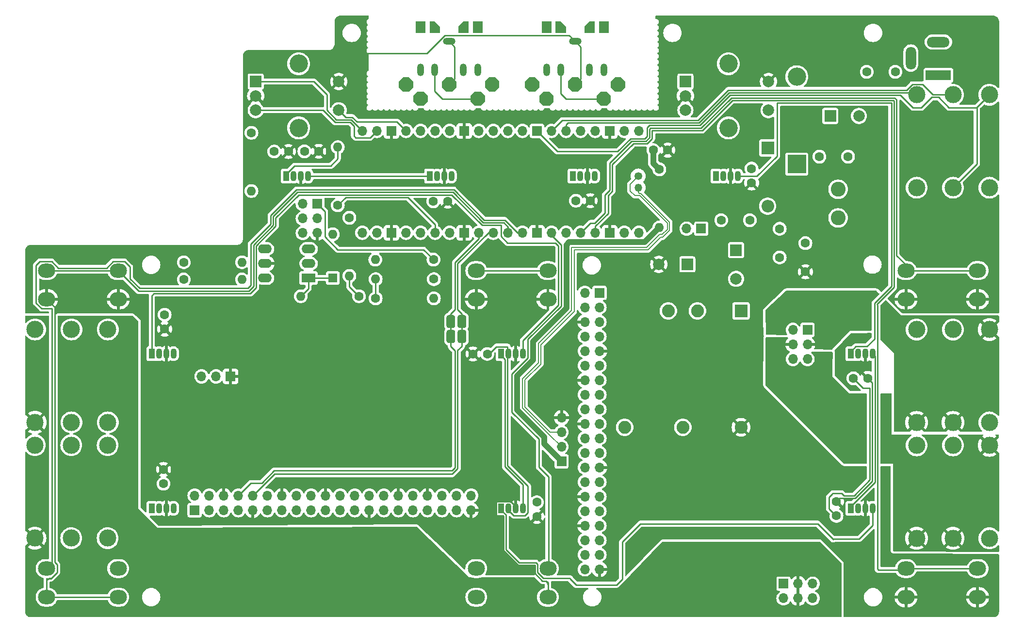
<source format=gbl>
G04 #@! TF.GenerationSoftware,KiCad,Pcbnew,7.0.1.1-36-gbcf78dbe24-dirty-deb11*
G04 #@! TF.CreationDate,2023-04-24T19:27:54+00:00*
G04 #@! TF.ProjectId,pedalboard-hw,70656461-6c62-46f6-9172-642d68772e6b,2.0.0*
G04 #@! TF.SameCoordinates,Original*
G04 #@! TF.FileFunction,Copper,L2,Bot*
G04 #@! TF.FilePolarity,Positive*
%FSLAX46Y46*%
G04 Gerber Fmt 4.6, Leading zero omitted, Abs format (unit mm)*
G04 Created by KiCad (PCBNEW 7.0.1.1-36-gbcf78dbe24-dirty-deb11) date 2023-04-24 19:27:54*
%MOMM*%
%LPD*%
G01*
G04 APERTURE LIST*
G04 #@! TA.AperFunction,EtchedComponent*
%ADD10C,0.250000*%
G04 #@! TD*
G04 #@! TA.AperFunction,ComponentPad*
%ADD11C,1.600000*%
G04 #@! TD*
G04 #@! TA.AperFunction,ComponentPad*
%ADD12O,1.200000X2.200000*%
G04 #@! TD*
G04 #@! TA.AperFunction,ComponentPad*
%ADD13O,2.200000X1.200000*%
G04 #@! TD*
G04 #@! TA.AperFunction,ComponentPad*
%ADD14C,3.000000*%
G04 #@! TD*
G04 #@! TA.AperFunction,ComponentPad*
%ADD15R,4.400000X1.800000*%
G04 #@! TD*
G04 #@! TA.AperFunction,ComponentPad*
%ADD16O,4.000000X1.800000*%
G04 #@! TD*
G04 #@! TA.AperFunction,ComponentPad*
%ADD17O,1.800000X4.000000*%
G04 #@! TD*
G04 #@! TA.AperFunction,ComponentPad*
%ADD18O,1.600000X1.600000*%
G04 #@! TD*
G04 #@! TA.AperFunction,ComponentPad*
%ADD19R,1.070000X1.800000*%
G04 #@! TD*
G04 #@! TA.AperFunction,ComponentPad*
%ADD20O,1.070000X1.800000*%
G04 #@! TD*
G04 #@! TA.AperFunction,ComponentPad*
%ADD21R,2.250000X2.250000*%
G04 #@! TD*
G04 #@! TA.AperFunction,ComponentPad*
%ADD22C,2.250000*%
G04 #@! TD*
G04 #@! TA.AperFunction,ComponentPad*
%ADD23R,1.700000X1.700000*%
G04 #@! TD*
G04 #@! TA.AperFunction,ComponentPad*
%ADD24O,1.700000X1.700000*%
G04 #@! TD*
G04 #@! TA.AperFunction,ComponentPad*
%ADD25O,3.000000X2.500000*%
G04 #@! TD*
G04 #@! TA.AperFunction,ComponentPad*
%ADD26R,2.400000X1.600000*%
G04 #@! TD*
G04 #@! TA.AperFunction,ComponentPad*
%ADD27O,2.400000X1.600000*%
G04 #@! TD*
G04 #@! TA.AperFunction,ComponentPad*
%ADD28C,2.600000*%
G04 #@! TD*
G04 #@! TA.AperFunction,ComponentPad*
%ADD29R,1.800000X2.000000*%
G04 #@! TD*
G04 #@! TA.AperFunction,ComponentPad*
%ADD30R,2.000000X2.000000*%
G04 #@! TD*
G04 #@! TA.AperFunction,ComponentPad*
%ADD31C,2.000000*%
G04 #@! TD*
G04 #@! TA.AperFunction,ComponentPad*
%ADD32C,3.200000*%
G04 #@! TD*
G04 #@! TA.AperFunction,ComponentPad*
%ADD33R,1.600000X1.600000*%
G04 #@! TD*
G04 #@! TA.AperFunction,ComponentPad*
%ADD34R,3.200000X3.200000*%
G04 #@! TD*
G04 #@! TA.AperFunction,ComponentPad*
%ADD35O,3.200000X3.200000*%
G04 #@! TD*
G04 #@! TA.AperFunction,ComponentPad*
%ADD36R,2.200000X2.200000*%
G04 #@! TD*
G04 #@! TA.AperFunction,ComponentPad*
%ADD37O,2.200000X2.200000*%
G04 #@! TD*
G04 #@! TA.AperFunction,ComponentPad*
%ADD38C,1.350000*%
G04 #@! TD*
G04 #@! TA.AperFunction,ComponentPad*
%ADD39O,1.350000X1.350000*%
G04 #@! TD*
G04 #@! TA.AperFunction,ViaPad*
%ADD40C,0.800000*%
G04 #@! TD*
G04 #@! TA.AperFunction,Conductor*
%ADD41C,0.250000*%
G04 #@! TD*
G04 #@! TA.AperFunction,Conductor*
%ADD42C,0.200000*%
G04 #@! TD*
G04 #@! TA.AperFunction,Conductor*
%ADD43C,1.000000*%
G04 #@! TD*
G04 APERTURE END LIST*
D10*
X94310000Y-74857000D02*
X94310000Y-74543000D01*
X96240000Y-74847000D02*
X96240000Y-74533000D01*
D11*
X146800000Y-46700000D03*
X146800000Y-49200000D03*
D12*
X121000000Y-29500000D03*
X118500000Y-29500000D03*
D13*
X116000000Y-24500000D03*
D12*
X111000000Y-29500000D03*
X113500000Y-29500000D03*
D14*
X28050000Y-111200000D03*
X28050000Y-94970000D03*
X21700000Y-111200000D03*
X21700000Y-94970000D03*
X34400000Y-111200000D03*
X34400000Y-94970000D03*
D11*
X158637600Y-44600000D03*
X163637600Y-44600000D03*
D15*
X179400000Y-30400000D03*
D16*
X179400000Y-24600000D03*
D17*
X174600000Y-27400000D03*
D11*
X130700000Y-46820000D03*
D18*
X130700000Y-56980000D03*
D19*
X115600000Y-48000000D03*
D20*
X116870000Y-48000000D03*
X118140000Y-48000000D03*
X119410000Y-48000000D03*
D14*
X28085000Y-91000000D03*
X28085000Y-74770000D03*
X21735000Y-91000000D03*
X21735000Y-74770000D03*
X34435000Y-91000000D03*
X34435000Y-74770000D03*
D21*
X144960000Y-71520000D03*
D22*
X137340000Y-71520000D03*
X132260000Y-71520000D03*
X124640000Y-91840000D03*
X134800000Y-91840000D03*
X144960000Y-91840000D03*
D14*
X181950000Y-94995000D03*
X181950000Y-111225000D03*
X188300000Y-94995000D03*
X188300000Y-111225000D03*
X175600000Y-94995000D03*
X175600000Y-111225000D03*
D19*
X140600000Y-48000000D03*
D20*
X141870000Y-48000000D03*
X143140000Y-48000000D03*
X144410000Y-48000000D03*
D11*
X109310000Y-104930000D03*
X109310000Y-107430000D03*
D19*
X103100000Y-106000000D03*
D20*
X104370000Y-106000000D03*
X105640000Y-106000000D03*
X106910000Y-106000000D03*
D23*
X49590000Y-106320000D03*
D24*
X49590000Y-103780000D03*
X52130000Y-106320000D03*
X52130000Y-103780000D03*
X54670000Y-106320000D03*
X54670000Y-103780000D03*
X57210000Y-106320000D03*
X57210000Y-103780000D03*
X59750000Y-106320000D03*
X59750000Y-103780000D03*
X62290000Y-106320000D03*
X62290000Y-103780000D03*
X64830000Y-106320000D03*
X64830000Y-103780000D03*
X67370000Y-106320000D03*
X67370000Y-103780000D03*
X69910000Y-106320000D03*
X69910000Y-103780000D03*
X72450000Y-106320000D03*
X72450000Y-103780000D03*
X74990000Y-106320000D03*
X74990000Y-103780000D03*
X77530000Y-106320000D03*
X77530000Y-103780000D03*
X80070000Y-106320000D03*
X80070000Y-103780000D03*
X82610000Y-106320000D03*
X82610000Y-103780000D03*
X85150000Y-106320000D03*
X85150000Y-103780000D03*
X87690000Y-106320000D03*
X87690000Y-103780000D03*
X90230000Y-106320000D03*
X90230000Y-103780000D03*
X92770000Y-106320000D03*
X92770000Y-103780000D03*
X95310000Y-106320000D03*
X95310000Y-103780000D03*
X97850000Y-106320000D03*
X97850000Y-103780000D03*
D11*
X161620000Y-107300000D03*
X161620000Y-104800000D03*
X44155000Y-101700000D03*
X44155000Y-99200000D03*
D25*
X98750000Y-64500000D03*
X111250000Y-64500000D03*
X98750000Y-69500000D03*
X111250000Y-69500000D03*
D19*
X42100000Y-79000000D03*
D20*
X43370000Y-79000000D03*
X44640000Y-79000000D03*
X45910000Y-79000000D03*
D11*
X74575000Y-53105000D03*
D18*
X74575000Y-42945000D03*
D26*
X69475000Y-65800000D03*
D27*
X69475000Y-63260000D03*
X69475000Y-60720000D03*
X61855000Y-60720000D03*
X61855000Y-63260000D03*
X61855000Y-65800000D03*
D28*
X161900000Y-50300000D03*
X161900000Y-55300000D03*
D14*
X181965000Y-33800000D03*
X181965000Y-50030000D03*
X188315000Y-33800000D03*
X188315000Y-50030000D03*
X175615000Y-33800000D03*
X175615000Y-50030000D03*
D11*
X63475000Y-43700000D03*
X65975000Y-43700000D03*
G04 #@! TA.AperFunction,ComponentPad*
G36*
X109750000Y-32517767D02*
G01*
X109017767Y-33250000D01*
X107982233Y-33250000D01*
X107250000Y-32517767D01*
X107250000Y-31482233D01*
X107982233Y-30750000D01*
X109017767Y-30750000D01*
X109750000Y-31482233D01*
X109750000Y-32517767D01*
G37*
G04 #@! TD.AperFunction*
G04 #@! TA.AperFunction,ComponentPad*
G36*
X116517767Y-30750000D02*
G01*
X117250000Y-31482233D01*
X117250000Y-32517767D01*
X116517767Y-33250000D01*
X115482233Y-33250000D01*
X114750000Y-32517767D01*
X114750000Y-31482233D01*
X115482233Y-30750000D01*
X116517767Y-30750000D01*
G37*
G04 #@! TD.AperFunction*
G04 #@! TA.AperFunction,ComponentPad*
G36*
X124750000Y-32517767D02*
G01*
X124017767Y-33250000D01*
X122982233Y-33250000D01*
X122250000Y-32517767D01*
X122250000Y-31482233D01*
X122982233Y-30750000D01*
X124017767Y-30750000D01*
X124750000Y-31482233D01*
X124750000Y-32517767D01*
G37*
G04 #@! TD.AperFunction*
G04 #@! TA.AperFunction,ComponentPad*
G36*
X112250000Y-35017767D02*
G01*
X111517767Y-35750000D01*
X110482233Y-35750000D01*
X109750000Y-35017767D01*
X109750000Y-33982233D01*
X110482233Y-33250000D01*
X111517767Y-33250000D01*
X112250000Y-33982233D01*
X112250000Y-35017767D01*
G37*
G04 #@! TD.AperFunction*
G04 #@! TA.AperFunction,ComponentPad*
G36*
X122250000Y-35017767D02*
G01*
X121517767Y-35750000D01*
X120482233Y-35750000D01*
X119750000Y-35017767D01*
X119750000Y-33982233D01*
X120482233Y-33250000D01*
X121517767Y-33250000D01*
X122250000Y-33982233D01*
X122250000Y-35017767D01*
G37*
G04 #@! TD.AperFunction*
G04 #@! TA.AperFunction,ComponentPad*
G36*
X119400000Y-23000000D02*
G01*
X117600000Y-23000000D01*
X117600000Y-21900000D01*
X118500000Y-21000000D01*
X119400000Y-21000000D01*
X119400000Y-23000000D01*
G37*
G04 #@! TD.AperFunction*
D29*
X121000000Y-22000000D03*
X111000000Y-22000000D03*
G04 #@! TA.AperFunction,ComponentPad*
G36*
X114400000Y-23000000D02*
G01*
X112600000Y-23000000D01*
X112600000Y-21000000D01*
X113500000Y-21000000D01*
X114400000Y-21900000D01*
X114400000Y-23000000D01*
G37*
G04 #@! TD.AperFunction*
D19*
X90600000Y-48000000D03*
D20*
X91870000Y-48000000D03*
X93140000Y-48000000D03*
X94410000Y-48000000D03*
D30*
X60250000Y-31500000D03*
D31*
X60250000Y-36500000D03*
X60250000Y-34000000D03*
D32*
X67750000Y-28400000D03*
X67750000Y-39600000D03*
D31*
X74750000Y-36500000D03*
X74750000Y-31500000D03*
D11*
X68750000Y-43675000D03*
X71250000Y-43675000D03*
X164570000Y-83300000D03*
X167070000Y-83300000D03*
D30*
X144100000Y-60932323D03*
D31*
X144100000Y-65932323D03*
D11*
X78280000Y-68980000D03*
D18*
X68120000Y-68980000D03*
D30*
X135600000Y-63400000D03*
D31*
X130600000Y-63400000D03*
D19*
X65600000Y-48000000D03*
D20*
X66870000Y-48000000D03*
X68140000Y-48000000D03*
X69410000Y-48000000D03*
D11*
X91250000Y-52400000D03*
X93750000Y-52400000D03*
D14*
X181950000Y-74780000D03*
X181950000Y-91010000D03*
X188300000Y-74780000D03*
X188300000Y-91010000D03*
X175600000Y-74780000D03*
X175600000Y-91010000D03*
D25*
X23750000Y-64500000D03*
X36250000Y-64500000D03*
X23750000Y-69500000D03*
X36250000Y-69500000D03*
D11*
X129650000Y-43470000D03*
X132150000Y-43470000D03*
X47695000Y-63050000D03*
D18*
X57855000Y-63050000D03*
D30*
X160532323Y-37500000D03*
D31*
X165532323Y-37500000D03*
D19*
X164100000Y-79000000D03*
D20*
X165370000Y-79000000D03*
X166640000Y-79000000D03*
X167910000Y-79000000D03*
D11*
X81190000Y-69340000D03*
D18*
X91350000Y-69340000D03*
D19*
X42100000Y-106000000D03*
D20*
X43370000Y-106000000D03*
X44640000Y-106000000D03*
X45910000Y-106000000D03*
D11*
X76600000Y-55270000D03*
D18*
X76600000Y-65430000D03*
D11*
X146500000Y-55700000D03*
X141500000Y-55700000D03*
D33*
X73700000Y-65775000D03*
D18*
X73700000Y-58155000D03*
D11*
X116150000Y-52300000D03*
X118650000Y-52300000D03*
D34*
X154700000Y-45900000D03*
D35*
X154700000Y-30660000D03*
D11*
X91280000Y-62575000D03*
D18*
X81120000Y-62575000D03*
D11*
X171900000Y-29800000D03*
X166900000Y-29800000D03*
X151700000Y-57200000D03*
X151700000Y-62200000D03*
D19*
X164100000Y-106000000D03*
D20*
X165370000Y-106000000D03*
X166640000Y-106000000D03*
X167910000Y-106000000D03*
D25*
X173750000Y-116500000D03*
X186250000Y-116500000D03*
X173750000Y-121500000D03*
X186250000Y-121500000D03*
X173750000Y-64500000D03*
X186250000Y-64500000D03*
X173750000Y-69500000D03*
X186250000Y-69500000D03*
D11*
X100670000Y-79050000D03*
X98170000Y-79050000D03*
D25*
X23750000Y-116500000D03*
X36250000Y-116500000D03*
X23750000Y-121500000D03*
X36250000Y-121500000D03*
D11*
X91350000Y-65980000D03*
D18*
X81190000Y-65980000D03*
D30*
X135250000Y-31500000D03*
D31*
X135250000Y-36500000D03*
X135250000Y-34000000D03*
D32*
X142750000Y-28400000D03*
X142750000Y-39600000D03*
D31*
X149750000Y-36500000D03*
X149750000Y-31500000D03*
D11*
X47695000Y-66050000D03*
D18*
X57855000Y-66050000D03*
D25*
X98750000Y-116500000D03*
X111250000Y-116500000D03*
X98750000Y-121500000D03*
X111250000Y-121500000D03*
D11*
X156200000Y-64700000D03*
X156200000Y-59700000D03*
G04 #@! TA.AperFunction,ComponentPad*
G36*
X87755500Y-32517767D02*
G01*
X87023267Y-33250000D01*
X85987733Y-33250000D01*
X85255500Y-32517767D01*
X85255500Y-31482233D01*
X85987733Y-30750000D01*
X87023267Y-30750000D01*
X87755500Y-31482233D01*
X87755500Y-32517767D01*
G37*
G04 #@! TD.AperFunction*
G04 #@! TA.AperFunction,ComponentPad*
G36*
X94523267Y-30750000D02*
G01*
X95255500Y-31482233D01*
X95255500Y-32517767D01*
X94523267Y-33250000D01*
X93487733Y-33250000D01*
X92755500Y-32517767D01*
X92755500Y-31482233D01*
X93487733Y-30750000D01*
X94523267Y-30750000D01*
G37*
G04 #@! TD.AperFunction*
G04 #@! TA.AperFunction,ComponentPad*
G36*
X102755500Y-32517767D02*
G01*
X102023267Y-33250000D01*
X100987733Y-33250000D01*
X100255500Y-32517767D01*
X100255500Y-31482233D01*
X100987733Y-30750000D01*
X102023267Y-30750000D01*
X102755500Y-31482233D01*
X102755500Y-32517767D01*
G37*
G04 #@! TD.AperFunction*
G04 #@! TA.AperFunction,ComponentPad*
G36*
X90255500Y-35017767D02*
G01*
X89523267Y-35750000D01*
X88487733Y-35750000D01*
X87755500Y-35017767D01*
X87755500Y-33982233D01*
X88487733Y-33250000D01*
X89523267Y-33250000D01*
X90255500Y-33982233D01*
X90255500Y-35017767D01*
G37*
G04 #@! TD.AperFunction*
G04 #@! TA.AperFunction,ComponentPad*
G36*
X100255500Y-35017767D02*
G01*
X99523267Y-35750000D01*
X98487733Y-35750000D01*
X97755500Y-35017767D01*
X97755500Y-33982233D01*
X98487733Y-33250000D01*
X99523267Y-33250000D01*
X100255500Y-33982233D01*
X100255500Y-35017767D01*
G37*
G04 #@! TD.AperFunction*
G04 #@! TA.AperFunction,ComponentPad*
G36*
X97405500Y-23000000D02*
G01*
X95605500Y-23000000D01*
X95605500Y-21900000D01*
X96505500Y-21000000D01*
X97405500Y-21000000D01*
X97405500Y-23000000D01*
G37*
G04 #@! TD.AperFunction*
D29*
X99005500Y-22000000D03*
X89005500Y-22000000D03*
G04 #@! TA.AperFunction,ComponentPad*
G36*
X92405500Y-23000000D02*
G01*
X90605500Y-23000000D01*
X90605500Y-21000000D01*
X91505500Y-21000000D01*
X92405500Y-21900000D01*
X92405500Y-23000000D01*
G37*
G04 #@! TD.AperFunction*
D11*
X44355000Y-72200000D03*
X44355000Y-74700000D03*
D36*
X149606000Y-43078400D03*
D37*
X149606000Y-53238400D03*
D19*
X103100000Y-79000000D03*
D20*
X104370000Y-79000000D03*
X105640000Y-79000000D03*
X106910000Y-79000000D03*
D11*
X59500000Y-40445000D03*
D18*
X59500000Y-50605000D03*
D12*
X99000000Y-29500000D03*
X96500000Y-29500000D03*
D13*
X94000000Y-24500000D03*
D12*
X89000000Y-29500000D03*
X91500000Y-29500000D03*
D23*
X113625000Y-97780000D03*
D24*
X113625000Y-95240000D03*
X113625000Y-92700000D03*
X113625000Y-90160000D03*
G04 #@! TA.AperFunction,SMDPad,CuDef*
G36*
G01*
X94691000Y-77143000D02*
X93929000Y-77143000D01*
G75*
G02*
X93548000Y-76762000I0J381000D01*
G01*
X93548000Y-75238000D01*
G75*
G02*
X93929000Y-74857000I381000J0D01*
G01*
X94691000Y-74857000D01*
G75*
G02*
X95072000Y-75238000I0J-381000D01*
G01*
X95072000Y-76762000D01*
G75*
G02*
X94691000Y-77143000I-381000J0D01*
G01*
G37*
G04 #@! TD.AperFunction*
G04 #@! TA.AperFunction,SMDPad,CuDef*
G36*
G01*
X94691000Y-74543000D02*
X93929000Y-74543000D01*
G75*
G02*
X93548000Y-74162000I0J381000D01*
G01*
X93548000Y-72638000D01*
G75*
G02*
X93929000Y-72257000I381000J0D01*
G01*
X94691000Y-72257000D01*
G75*
G02*
X95072000Y-72638000I0J-381000D01*
G01*
X95072000Y-74162000D01*
G75*
G02*
X94691000Y-74543000I-381000J0D01*
G01*
G37*
G04 #@! TD.AperFunction*
D23*
X138000000Y-57175000D03*
D24*
X135460000Y-57175000D03*
D38*
X127000000Y-48000000D03*
D39*
X127000000Y-50000000D03*
D24*
X127130000Y-57890000D03*
X124590000Y-57890000D03*
D23*
X122050000Y-57890000D03*
D24*
X119510000Y-57890000D03*
X116970000Y-57890000D03*
X114430000Y-57890000D03*
X111890000Y-57890000D03*
D23*
X109350000Y-57890000D03*
D24*
X106810000Y-57890000D03*
X104270000Y-57890000D03*
X101730000Y-57890000D03*
X99190000Y-57890000D03*
D23*
X96650000Y-57890000D03*
D24*
X94110000Y-57890000D03*
X91570000Y-57890000D03*
X89030000Y-57890000D03*
X86490000Y-57890000D03*
D23*
X83950000Y-57890000D03*
D24*
X81410000Y-57890000D03*
X78870000Y-57890000D03*
X78870000Y-40110000D03*
X81410000Y-40110000D03*
D23*
X83950000Y-40110000D03*
D24*
X86490000Y-40110000D03*
X89030000Y-40110000D03*
X91570000Y-40110000D03*
X94110000Y-40110000D03*
D23*
X96650000Y-40110000D03*
D24*
X99190000Y-40110000D03*
X101730000Y-40110000D03*
X104270000Y-40110000D03*
X106810000Y-40110000D03*
D23*
X109350000Y-40110000D03*
D24*
X111890000Y-40110000D03*
X114430000Y-40110000D03*
X116970000Y-40110000D03*
X119510000Y-40110000D03*
D23*
X122050000Y-40110000D03*
D24*
X124590000Y-40110000D03*
X127130000Y-40110000D03*
D23*
X55865000Y-82962600D03*
D24*
X53325000Y-82962600D03*
X50785000Y-82962600D03*
D23*
X120250000Y-68375600D03*
D24*
X117710000Y-68375600D03*
X120250000Y-70915600D03*
X117710000Y-70915600D03*
X120250000Y-73455600D03*
X117710000Y-73455600D03*
X120250000Y-75995600D03*
X117710000Y-75995600D03*
X120250000Y-78535600D03*
X117710000Y-78535600D03*
X120250000Y-81075600D03*
X117710000Y-81075600D03*
X120250000Y-83615600D03*
X117710000Y-83615600D03*
X120250000Y-86155600D03*
X117710000Y-86155600D03*
X120250000Y-88695600D03*
X117710000Y-88695600D03*
X120250000Y-91235600D03*
X117710000Y-91235600D03*
X120250000Y-93775600D03*
X117710000Y-93775600D03*
X120250000Y-96315600D03*
X117710000Y-96315600D03*
X120250000Y-98855600D03*
X117710000Y-98855600D03*
X120250000Y-101395600D03*
X117710000Y-101395600D03*
X120250000Y-103935600D03*
X117710000Y-103935600D03*
X120250000Y-106475600D03*
X117710000Y-106475600D03*
X120250000Y-109015600D03*
X117710000Y-109015600D03*
X120250000Y-111555600D03*
X117710000Y-111555600D03*
X120250000Y-114095600D03*
X117710000Y-114095600D03*
X120250000Y-116635600D03*
X117710000Y-116635600D03*
D23*
X156555000Y-74845600D03*
D24*
X154015000Y-74845600D03*
X156555000Y-77385600D03*
X154015000Y-77385600D03*
X156555000Y-79925600D03*
X154015000Y-79925600D03*
D23*
X152380000Y-119150600D03*
D24*
X152380000Y-121690600D03*
X154920000Y-119150600D03*
X154920000Y-121690600D03*
X157460000Y-119150600D03*
X157460000Y-121690600D03*
G04 #@! TA.AperFunction,SMDPad,CuDef*
G36*
G01*
X96621000Y-77133000D02*
X95859000Y-77133000D01*
G75*
G02*
X95478000Y-76752000I0J381000D01*
G01*
X95478000Y-75228000D01*
G75*
G02*
X95859000Y-74847000I381000J0D01*
G01*
X96621000Y-74847000D01*
G75*
G02*
X97002000Y-75228000I0J-381000D01*
G01*
X97002000Y-76752000D01*
G75*
G02*
X96621000Y-77133000I-381000J0D01*
G01*
G37*
G04 #@! TD.AperFunction*
G04 #@! TA.AperFunction,SMDPad,CuDef*
G36*
G01*
X96621000Y-74533000D02*
X95859000Y-74533000D01*
G75*
G02*
X95478000Y-74152000I0J381000D01*
G01*
X95478000Y-72628000D01*
G75*
G02*
X95859000Y-72247000I381000J0D01*
G01*
X96621000Y-72247000D01*
G75*
G02*
X97002000Y-72628000I0J-381000D01*
G01*
X97002000Y-74152000D01*
G75*
G02*
X96621000Y-74533000I-381000J0D01*
G01*
G37*
G04 #@! TD.AperFunction*
D23*
X71000000Y-52850000D03*
D24*
X68460000Y-52850000D03*
X71000000Y-55390000D03*
X68460000Y-55390000D03*
X71000000Y-57930000D03*
X68460000Y-57930000D03*
D40*
X169976800Y-103784400D03*
X169468800Y-66294000D03*
X96500000Y-49950000D03*
X123650000Y-52324000D03*
X178800000Y-93800000D03*
D41*
X75855000Y-26540000D02*
X90151852Y-26540000D01*
X106019600Y-115925600D02*
X103470000Y-113376000D01*
X93274652Y-23417200D02*
X114917200Y-23417200D01*
X104726224Y-104775000D02*
X105640000Y-105688776D01*
X162198298Y-104221702D02*
X161620000Y-104800000D01*
X23750000Y-118335000D02*
X23750000Y-121500000D01*
X103470000Y-113376000D02*
X103470000Y-107317620D01*
X25575000Y-115847614D02*
X25575000Y-117152386D01*
X116975000Y-31025000D02*
X116000000Y-32000000D01*
X111250000Y-118930000D02*
X110980000Y-118660000D01*
X102240000Y-104775000D02*
X104780000Y-104775000D01*
X23750000Y-69500000D02*
X25150000Y-70900000D01*
X23750000Y-121500000D02*
X36250000Y-121500000D01*
X103470000Y-107317620D02*
X103377380Y-107225000D01*
X25575000Y-117152386D02*
X24487386Y-118240000D01*
X164876902Y-104221702D02*
X162198298Y-104221702D01*
X102240000Y-107225000D02*
X102240000Y-104775000D01*
X104780000Y-104775000D02*
X105640000Y-105635000D01*
X108975000Y-117338782D02*
X108975000Y-115925600D01*
X103377380Y-107225000D02*
X102240000Y-107225000D01*
X25150000Y-115422614D02*
X25575000Y-115847614D01*
X167070000Y-83300000D02*
X167870000Y-84100000D01*
X110296218Y-118660000D02*
X108975000Y-117338782D01*
X167870000Y-101228604D02*
X164876902Y-104221702D01*
X24487386Y-118240000D02*
X23845000Y-118240000D01*
X25150000Y-70900000D02*
X25150000Y-115422614D01*
X90151852Y-26540000D02*
X93274652Y-23417200D01*
X173750000Y-121500000D02*
X186250000Y-121500000D01*
X114917200Y-23417200D02*
X116000000Y-24500000D01*
X116000000Y-24500000D02*
X116975000Y-25475000D01*
X116975000Y-25475000D02*
X116975000Y-31025000D01*
X111250000Y-121500000D02*
X111250000Y-118930000D01*
X108975000Y-115925600D02*
X106019600Y-115925600D01*
X167870000Y-84100000D02*
X167870000Y-101228604D01*
X23845000Y-118240000D02*
X23750000Y-118335000D01*
X110980000Y-118660000D02*
X110296218Y-118660000D01*
X164570000Y-83300000D02*
X166258400Y-84988400D01*
X160300000Y-106045600D02*
X161620000Y-107365600D01*
X160300000Y-104078000D02*
X160300000Y-106045600D01*
X166258400Y-84988400D02*
X167420000Y-84988400D01*
X162523898Y-103380000D02*
X160932400Y-103380000D01*
X101280000Y-78735000D02*
X102240000Y-77775000D01*
X160932400Y-103445600D02*
X160300000Y-104078000D01*
X167420000Y-101042208D02*
X164690506Y-103771702D01*
X162915600Y-103771702D02*
X162523898Y-103380000D01*
X105283776Y-107225000D02*
X104370000Y-106311224D01*
X167420000Y-84988400D02*
X167420000Y-101042208D01*
X107266224Y-107225000D02*
X105283776Y-107225000D01*
X107770000Y-106721224D02*
X107266224Y-107225000D01*
X104210000Y-77775000D02*
X104210000Y-98544404D01*
X102240000Y-77775000D02*
X104210000Y-77775000D01*
X107770000Y-102104404D02*
X107770000Y-106721224D01*
X164690506Y-103771702D02*
X162915600Y-103771702D01*
X104210000Y-98544404D02*
X107770000Y-102104404D01*
X69410000Y-48000000D02*
X90600000Y-48000000D01*
X91570000Y-56500000D02*
X91570000Y-57890000D01*
X75965000Y-51715000D02*
X86785000Y-51715000D01*
X86785000Y-51715000D02*
X91570000Y-56500000D01*
X74575000Y-53105000D02*
X75965000Y-51715000D01*
X164995000Y-77740000D02*
X164100000Y-78635000D01*
X151282400Y-35230000D02*
X171200000Y-35230000D01*
X168275000Y-70153404D02*
X168275000Y-76415000D01*
X151242800Y-35269600D02*
X151282400Y-35230000D01*
X166950000Y-77740000D02*
X164995000Y-77740000D01*
X168275000Y-76415000D02*
X166950000Y-77740000D01*
X147734400Y-48000000D02*
X151242800Y-44491600D01*
X171200000Y-67228404D02*
X168275000Y-70153404D01*
X171200000Y-35230000D02*
X171200000Y-67228404D01*
X144410000Y-48000000D02*
X147734400Y-48000000D01*
X151242800Y-44491600D02*
X151242800Y-35269600D01*
X167910000Y-79000000D02*
X168320000Y-79410000D01*
X168320000Y-79410000D02*
X168320000Y-101415000D01*
X168320000Y-101415000D02*
X164100000Y-105635000D01*
X165557200Y-111353600D02*
X167910000Y-109000800D01*
X161086800Y-111353600D02*
X165557200Y-111353600D01*
X115111200Y-118275600D02*
X116179600Y-119344000D01*
X109425000Y-115739204D02*
X109425000Y-117152386D01*
X109425000Y-117152386D02*
X110482614Y-118210000D01*
X158333200Y-108665600D02*
X161086800Y-111419200D01*
X123201600Y-119344000D02*
X124210000Y-118335600D01*
X110482614Y-118210000D02*
X115111200Y-118210000D01*
X167910000Y-109000800D02*
X167910000Y-106000000D01*
X109161396Y-115475600D02*
X109425000Y-115739204D01*
X103100000Y-106311224D02*
X103920000Y-107131224D01*
X106205996Y-115475600D02*
X109161396Y-115475600D01*
X116179600Y-119344000D02*
X123201600Y-119344000D01*
X127406400Y-108665600D02*
X158333200Y-108665600D01*
X124210000Y-111862000D02*
X127406400Y-108665600D01*
X103920000Y-113189604D02*
X106205996Y-115475600D01*
X103920000Y-107131224D02*
X103920000Y-113189604D01*
X124210000Y-118335600D02*
X124210000Y-111862000D01*
X103760000Y-98730800D02*
X103760000Y-79971224D01*
X106910000Y-106000000D02*
X106910000Y-101880800D01*
X106910000Y-101880800D02*
X103760000Y-98730800D01*
X103760000Y-79971224D02*
X103510000Y-79721224D01*
X99780404Y-56576800D02*
X103073200Y-56576800D01*
X94468604Y-51265000D02*
X99780404Y-56576800D01*
X60330000Y-67480000D02*
X60330000Y-60170000D01*
X113100000Y-70500000D02*
X106910000Y-76690000D01*
X63750000Y-55250000D02*
X67735000Y-51265000D01*
X60330000Y-60170000D02*
X63750000Y-56750000D01*
X42100000Y-68900000D02*
X42500000Y-68500000D01*
X59310000Y-68500000D02*
X60330000Y-67480000D01*
X67735000Y-51265000D02*
X94468604Y-51265000D01*
X106910000Y-76690000D02*
X106910000Y-79000000D01*
X42100000Y-79000000D02*
X42100000Y-68900000D01*
X113100000Y-60179200D02*
X113100000Y-70500000D01*
X63750000Y-56750000D02*
X63750000Y-55250000D01*
X103073200Y-58521600D02*
X104204398Y-59652798D01*
X42500000Y-68500000D02*
X59310000Y-68500000D01*
X112573598Y-59652798D02*
X113100000Y-60179200D01*
X104204398Y-59652798D02*
X112573598Y-59652798D01*
X103073200Y-56576800D02*
X103073200Y-58521600D01*
X69475000Y-65800000D02*
X73675000Y-65800000D01*
X69475000Y-65800000D02*
X69475000Y-67625000D01*
X69475000Y-67625000D02*
X68120000Y-68980000D01*
X137437600Y-38252400D02*
X142710000Y-32980000D01*
X178455000Y-33790000D02*
X181955000Y-33790000D01*
X176655000Y-31975000D02*
X178455000Y-33775000D01*
X174859060Y-31975000D02*
X176655000Y-31975000D01*
X113747600Y-38252400D02*
X137437600Y-38252400D01*
X178455000Y-33775000D02*
X178455000Y-33790000D01*
X173854060Y-32980000D02*
X174859060Y-31975000D01*
X111890000Y-40110000D02*
X113747600Y-38252400D01*
X142710000Y-32980000D02*
X173854060Y-32980000D01*
X128538400Y-41051600D02*
X128538400Y-39573808D01*
X125678604Y-41440000D02*
X128150000Y-41440000D01*
X179420000Y-34240000D02*
X181255000Y-36075000D01*
X186107500Y-45887500D02*
X181965000Y-50030000D01*
X174980000Y-36075000D02*
X176420000Y-36075000D01*
X128150000Y-41440000D02*
X128538400Y-41051600D01*
X123418604Y-43700000D02*
X125678604Y-41440000D01*
X128538400Y-39573808D02*
X128959808Y-39152400D01*
X137810392Y-39152400D02*
X143082792Y-33880000D01*
X178255000Y-34240000D02*
X179420000Y-34240000D01*
X128959808Y-39152400D02*
X137810392Y-39152400D01*
X188315000Y-33800000D02*
X186107500Y-36007500D01*
X186107500Y-36007500D02*
X186107500Y-45887500D01*
X112940000Y-43700000D02*
X123418604Y-43700000D01*
X109350000Y-40110000D02*
X112940000Y-43700000D01*
X176420000Y-36075000D02*
X178255000Y-34240000D01*
X172785000Y-33880000D02*
X174980000Y-36075000D01*
X143082792Y-33880000D02*
X172785000Y-33880000D01*
X181255000Y-36075000D02*
X186040000Y-36075000D01*
X186040000Y-36075000D02*
X186107500Y-36007500D01*
X137623996Y-38702400D02*
X142896396Y-33430000D01*
X114430000Y-39050000D02*
X114777600Y-38702400D01*
X114777600Y-38702400D02*
X137623996Y-38702400D01*
X142896396Y-33430000D02*
X175245000Y-33430000D01*
X114430000Y-40110000D02*
X114430000Y-39050000D01*
X95046800Y-98880804D02*
X95046800Y-78446800D01*
X95046800Y-98880804D02*
X94500002Y-99427602D01*
X61304602Y-101589002D02*
X59400998Y-101589002D01*
X95046800Y-78446800D02*
X94300000Y-77700000D01*
X94500002Y-99427602D02*
X63466002Y-99427602D01*
X94300000Y-77700000D02*
X94300000Y-76010000D01*
X59400998Y-101589002D02*
X57210000Y-103780000D01*
X63466002Y-99427602D02*
X61304602Y-101589002D01*
X94300000Y-76010000D02*
X94310000Y-76000000D01*
X59750000Y-103780000D02*
X63504800Y-100025200D01*
X96250000Y-76000000D02*
X96240000Y-75990000D01*
X95496800Y-99067200D02*
X95496800Y-78433200D01*
X94538800Y-100025200D02*
X95496800Y-99067200D01*
X96250000Y-77680000D02*
X96250000Y-76000000D01*
X63504800Y-100025200D02*
X94538800Y-100025200D01*
X95496800Y-78433200D02*
X96250000Y-77680000D01*
D42*
X113625000Y-95240000D02*
X111502200Y-93117200D01*
X109595000Y-80586800D02*
X109595000Y-77222336D01*
X125590000Y-49410000D02*
X127000000Y-48000000D01*
X130757792Y-58195000D02*
X131182057Y-58195000D01*
X111458900Y-93117200D02*
X106784500Y-88442800D01*
X127305000Y-51410000D02*
X126415958Y-51410000D01*
X126415958Y-51410000D02*
X125590000Y-50584042D01*
X128512792Y-60440000D02*
X130757792Y-58195000D01*
X109595000Y-77222336D02*
X115375000Y-71442336D01*
X132080000Y-56185000D02*
X127305000Y-51410000D01*
X106784500Y-83397300D02*
X109595000Y-80586800D01*
X132080000Y-57297057D02*
X132080000Y-56185000D01*
X115375000Y-60440000D02*
X128512792Y-60440000D01*
X111502200Y-93117200D02*
X111458900Y-93117200D01*
X131182057Y-58195000D02*
X132080000Y-57297057D01*
X115375000Y-71442336D02*
X115375000Y-60440000D01*
X106784500Y-88442800D02*
X106784500Y-83397300D01*
X125590000Y-50584042D02*
X125590000Y-49410000D01*
D41*
X39800000Y-68050000D02*
X59050000Y-68050000D01*
X59050000Y-68050000D02*
X59880000Y-67220000D01*
X63300000Y-56563604D02*
X63300000Y-55063604D01*
X67548604Y-50815000D02*
X94655000Y-50815000D01*
X94655000Y-50815000D02*
X99966800Y-56126800D01*
X59880000Y-59983604D02*
X63300000Y-56563604D01*
X104270000Y-56849596D02*
X104270000Y-57890000D01*
X103547204Y-56126800D02*
X104270000Y-56849596D01*
X59880000Y-67220000D02*
X59880000Y-59983604D01*
X36250000Y-64500000D02*
X23750000Y-64500000D01*
X36250000Y-64500000D02*
X39800000Y-68050000D01*
X99966800Y-56126800D02*
X103547204Y-56126800D01*
X63300000Y-55063604D02*
X67548604Y-50815000D01*
X98750000Y-64500000D02*
X111250000Y-64500000D01*
X128355000Y-41890000D02*
X128988400Y-41256600D01*
X125865000Y-41890000D02*
X128355000Y-41890000D01*
X128988400Y-39760204D02*
X129146204Y-39602400D01*
X172100000Y-34660000D02*
X172100000Y-61880000D01*
X128988400Y-41256600D02*
X128988400Y-39760204D01*
X137996788Y-39602400D02*
X143269188Y-34330000D01*
X119431802Y-56181802D02*
X121181802Y-54431802D01*
X173750000Y-64500000D02*
X186250000Y-64500000D01*
X171770000Y-34330000D02*
X172100000Y-34660000D01*
X121181802Y-51313198D02*
X122055000Y-50440000D01*
X129146204Y-39602400D02*
X137996788Y-39602400D01*
X116970000Y-57890000D02*
X118678198Y-56181802D01*
X118678198Y-56181802D02*
X119431802Y-56181802D01*
X122055000Y-50440000D02*
X122055000Y-45700000D01*
X121181802Y-54431802D02*
X121181802Y-51313198D01*
X172100000Y-61880000D02*
X173750000Y-63530000D01*
X122055000Y-45700000D02*
X125865000Y-41890000D01*
X143269188Y-34330000D02*
X171770000Y-34330000D01*
X59381802Y-59831802D02*
X62836396Y-56377208D01*
X21925000Y-70152386D02*
X21925000Y-63540000D01*
X24652386Y-62925000D02*
X25777386Y-64050000D01*
X67362208Y-50365000D02*
X94841396Y-50365000D01*
X62850000Y-54877208D02*
X67362208Y-50365000D01*
X94841396Y-50365000D02*
X100153196Y-55676800D01*
X21925000Y-63540000D02*
X22540000Y-62925000D01*
X25777386Y-64050000D02*
X34222614Y-64050000D01*
X35347614Y-62925000D02*
X37375000Y-62925000D01*
X37375000Y-62925000D02*
X38325000Y-63875000D01*
X62836396Y-56377208D02*
X62850000Y-56377208D01*
X22859010Y-71086396D02*
X21925000Y-70152386D01*
X23750000Y-116500000D02*
X24700000Y-115550000D01*
X34222614Y-64050000D02*
X35347614Y-62925000D01*
X24700000Y-71086396D02*
X22859010Y-71086396D01*
X22540000Y-62925000D02*
X24652386Y-62925000D01*
X38325000Y-65938604D02*
X39986396Y-67600000D01*
X103733600Y-55676800D02*
X105946800Y-57890000D01*
X105946800Y-57890000D02*
X106810000Y-57890000D01*
X59381802Y-67081802D02*
X59381802Y-59831802D01*
X38325000Y-63875000D02*
X38325000Y-65938604D01*
X24700000Y-115550000D02*
X24700000Y-71086396D01*
X58863604Y-67600000D02*
X59381802Y-67081802D01*
X62850000Y-56377208D02*
X62850000Y-54877208D01*
X100153196Y-55676800D02*
X103733600Y-55676800D01*
X39986396Y-67600000D02*
X58863604Y-67600000D01*
X109677200Y-98806000D02*
X109677200Y-93916440D01*
X109677200Y-93916440D02*
X104960000Y-89199240D01*
X107770000Y-79721224D02*
X107770000Y-76466396D01*
X113550000Y-70686396D02*
X113550000Y-59992804D01*
X107770000Y-76466396D02*
X113550000Y-70686396D01*
X111350000Y-116400000D02*
X111350000Y-100478800D01*
X111350000Y-100478800D02*
X109677200Y-98806000D01*
X104960000Y-89199240D02*
X104960000Y-82531225D01*
X104960000Y-82531225D02*
X107770000Y-79721224D01*
X113550000Y-59992804D02*
X111890000Y-58332804D01*
X143455584Y-34780000D02*
X171583604Y-34780000D01*
X173750000Y-116500000D02*
X186250000Y-116500000D01*
X128555000Y-42326396D02*
X129438400Y-41442996D01*
X168725000Y-70339800D02*
X168725000Y-70477800D01*
X122505000Y-46000000D02*
X126165000Y-42340000D01*
X119500000Y-56750000D02*
X121750000Y-54500000D01*
X129438400Y-41442996D02*
X129438400Y-40052400D01*
X168725000Y-70477800D02*
X168770000Y-70522800D01*
X126165000Y-42340000D02*
X128555000Y-42340000D01*
X168770000Y-116580000D02*
X168930000Y-116740000D01*
X171650000Y-34846396D02*
X171650000Y-67414800D01*
X168930000Y-116740000D02*
X173510000Y-116740000D01*
X171583604Y-34780000D02*
X171650000Y-34846396D01*
X122505000Y-50626396D02*
X122505000Y-46000000D01*
X171650000Y-67414800D02*
X168725000Y-70339800D01*
X128555000Y-42340000D02*
X128555000Y-42326396D01*
X129438400Y-40052400D02*
X138183184Y-40052400D01*
X168770000Y-70522800D02*
X168770000Y-116580000D01*
X119500000Y-57880000D02*
X119500000Y-56750000D01*
X138183184Y-40052400D02*
X143455584Y-34780000D01*
X121750000Y-54500000D02*
X121750000Y-51381396D01*
X121750000Y-51381396D02*
X122505000Y-50626396D01*
X72675000Y-33800000D02*
X72675000Y-36525000D01*
X60250000Y-31500000D02*
X70375000Y-31500000D01*
X72675000Y-36525000D02*
X74325000Y-38175000D01*
X70375000Y-31500000D02*
X72675000Y-33800000D01*
X74325000Y-38175000D02*
X76935000Y-38175000D01*
X76935000Y-38175000D02*
X78870000Y-40110000D01*
X77399302Y-39275698D02*
X77399302Y-40989302D01*
X74138604Y-38625000D02*
X76748604Y-38625000D01*
X80235000Y-41285000D02*
X81410000Y-40110000D01*
X60250000Y-36500000D02*
X72013604Y-36500000D01*
X77399302Y-40989302D02*
X77695000Y-41285000D01*
X76748604Y-38625000D02*
X77399302Y-39275698D01*
X72013604Y-36500000D02*
X74138604Y-38625000D01*
X77695000Y-41285000D02*
X80235000Y-41285000D01*
X77896396Y-38500000D02*
X77121396Y-37725000D01*
X86490000Y-40110000D02*
X84880000Y-38500000D01*
X75975000Y-37725000D02*
X74750000Y-36500000D01*
X84880000Y-38500000D02*
X77896396Y-38500000D01*
X77121396Y-37725000D02*
X75975000Y-37725000D01*
X76600000Y-67300000D02*
X78280000Y-68980000D01*
X76600000Y-65430000D02*
X76600000Y-67300000D01*
X81190000Y-65980000D02*
X81190000Y-69340000D01*
X94000000Y-24500000D02*
X94975000Y-25475000D01*
X94975000Y-25475000D02*
X94975000Y-31030500D01*
X94975000Y-31030500D02*
X94005500Y-32000000D01*
X113500000Y-33585000D02*
X114415000Y-34500000D01*
X114415000Y-34500000D02*
X121000000Y-34500000D01*
X113500000Y-29500000D02*
X113500000Y-33585000D01*
X74581000Y-60865000D02*
X89570000Y-60865000D01*
X71000000Y-52850000D02*
X72339200Y-54189200D01*
X91500000Y-29500000D02*
X91500000Y-33185000D01*
X72339200Y-54189200D02*
X72339200Y-58623200D01*
X91500000Y-33185000D02*
X92855000Y-34540000D01*
X89570000Y-60865000D02*
X91280000Y-62575000D01*
X92895000Y-34500000D02*
X99005500Y-34500000D01*
X92855000Y-34540000D02*
X92895000Y-34500000D01*
X72339200Y-58623200D02*
X74581000Y-60865000D01*
D42*
X107234500Y-83583700D02*
X109995000Y-80823200D01*
X132480000Y-56019314D02*
X127470686Y-51010000D01*
X132480000Y-57462742D02*
X132480000Y-56019314D01*
X131297742Y-58645000D02*
X132480000Y-57462742D01*
X107234500Y-88327114D02*
X107234500Y-83583700D01*
X128699181Y-60889981D02*
X130944162Y-58645000D01*
X115824981Y-71628724D02*
X115824981Y-60889981D01*
X109995000Y-80823200D02*
X109995000Y-77458705D01*
X127000000Y-50800000D02*
X127000000Y-50000000D01*
X130944162Y-58645000D02*
X131297742Y-58645000D01*
X111607386Y-92700000D02*
X107234500Y-88327114D01*
X127470686Y-51010000D02*
X127210000Y-51010000D01*
X115824981Y-60889981D02*
X128699181Y-60889981D01*
X109995000Y-77458705D02*
X115824981Y-71628724D01*
X127210000Y-51010000D02*
X127000000Y-50800000D01*
X113625000Y-92700000D02*
X111607386Y-92700000D01*
D41*
X73350000Y-46200000D02*
X74575000Y-44975000D01*
X74575000Y-44975000D02*
X74575000Y-42945000D01*
X67035000Y-46200000D02*
X73350000Y-46200000D01*
X65600000Y-47635000D02*
X67035000Y-46200000D01*
D43*
X108695000Y-76849544D02*
X114475000Y-71069544D01*
X114475000Y-71069544D02*
X114475000Y-59989504D01*
X108695000Y-80104372D02*
X108695000Y-76849544D01*
X128140000Y-59540000D02*
X130700000Y-56980000D01*
X105885000Y-82914373D02*
X108695000Y-80104372D01*
X113625000Y-97780000D02*
X110602200Y-94757200D01*
X114924504Y-59540000D02*
X128140000Y-59540000D01*
X105885000Y-88816092D02*
X105885000Y-82914373D01*
X110602200Y-94757200D02*
X110602200Y-93533292D01*
X110602200Y-93533292D02*
X105885000Y-88816092D01*
X114475000Y-59989504D02*
X114924504Y-59540000D01*
X129641600Y-45313600D02*
X129650000Y-45305200D01*
X129641600Y-45761600D02*
X129641600Y-45313600D01*
X130700000Y-46820000D02*
X129641600Y-45761600D01*
X129650000Y-45305200D02*
X129650000Y-43470000D01*
D41*
X101730000Y-57890000D02*
X100886796Y-57890000D01*
X95496800Y-63279996D02*
X95496800Y-71266800D01*
X100886796Y-57890000D02*
X95496800Y-63279996D01*
X95496800Y-71266800D02*
X96240000Y-72010000D01*
X96240000Y-72010000D02*
X96240000Y-73390000D01*
X94300000Y-72050000D02*
X94300000Y-73390000D01*
X94300000Y-73390000D02*
X94310000Y-73400000D01*
X95046800Y-71303200D02*
X94300000Y-72050000D01*
X99190000Y-58950400D02*
X95046800Y-63093600D01*
X95046800Y-63093600D02*
X95046800Y-71303200D01*
X99190000Y-57890000D02*
X99190000Y-58950400D01*
G04 #@! TA.AperFunction,Conductor*
G36*
X24112500Y-72381213D02*
G01*
X24157887Y-72426600D01*
X24174500Y-72488600D01*
X24174500Y-114725500D01*
X24157887Y-114787500D01*
X24112500Y-114832887D01*
X24050500Y-114849500D01*
X23435147Y-114849500D01*
X23325504Y-114858129D01*
X23241004Y-114864779D01*
X22988389Y-114925426D01*
X22800545Y-115003235D01*
X22748372Y-115024846D01*
X22608807Y-115110371D01*
X22526856Y-115160590D01*
X22329311Y-115329311D01*
X22160590Y-115526856D01*
X22113368Y-115603917D01*
X22024846Y-115748372D01*
X22021873Y-115755549D01*
X21925426Y-115988389D01*
X21864779Y-116241004D01*
X21844396Y-116499999D01*
X21864779Y-116758995D01*
X21925426Y-117011610D01*
X21976237Y-117134277D01*
X22024846Y-117251628D01*
X22138455Y-117437022D01*
X22160590Y-117473143D01*
X22210712Y-117531828D01*
X22329311Y-117670689D01*
X22468787Y-117789813D01*
X22478994Y-117798531D01*
X22526860Y-117839412D01*
X22748372Y-117975154D01*
X22928385Y-118049718D01*
X22988389Y-118074573D01*
X23042333Y-118087523D01*
X23133836Y-118109491D01*
X23191361Y-118141192D01*
X23224625Y-118197830D01*
X23224382Y-118245730D01*
X23224500Y-118245730D01*
X23224500Y-118301704D01*
X23223850Y-118314385D01*
X23219868Y-118353109D01*
X23222697Y-118369512D01*
X23224500Y-118390581D01*
X23224500Y-119770988D01*
X23212421Y-119824371D01*
X23178536Y-119867354D01*
X23129447Y-119891562D01*
X22988389Y-119925426D01*
X22824948Y-119993127D01*
X22748372Y-120024846D01*
X22626993Y-120099227D01*
X22526856Y-120160590D01*
X22329311Y-120329311D01*
X22160590Y-120526856D01*
X22128357Y-120579456D01*
X22024846Y-120748372D01*
X22024845Y-120748375D01*
X21925426Y-120988389D01*
X21864779Y-121241004D01*
X21844396Y-121500000D01*
X21864779Y-121758995D01*
X21925426Y-122011610D01*
X21970295Y-122119931D01*
X22024846Y-122251628D01*
X22142521Y-122443657D01*
X22160590Y-122473143D01*
X22181376Y-122497480D01*
X22329311Y-122670689D01*
X22454607Y-122777702D01*
X22502768Y-122818836D01*
X22526860Y-122839412D01*
X22748372Y-122975154D01*
X22928385Y-123049718D01*
X22988389Y-123074573D01*
X23034662Y-123085682D01*
X23241006Y-123135221D01*
X23435147Y-123150500D01*
X24064850Y-123150500D01*
X24064853Y-123150500D01*
X24258994Y-123135221D01*
X24511610Y-123074573D01*
X24751628Y-122975154D01*
X24973140Y-122839412D01*
X25170689Y-122670689D01*
X25339412Y-122473140D01*
X25475154Y-122251628D01*
X25537112Y-122102047D01*
X25563993Y-122061818D01*
X25604221Y-122034939D01*
X25651674Y-122025500D01*
X34348326Y-122025500D01*
X34395779Y-122034939D01*
X34436007Y-122061818D01*
X34462887Y-122102047D01*
X34515414Y-122228859D01*
X34524846Y-122251628D01*
X34596268Y-122368179D01*
X34660590Y-122473143D01*
X34681376Y-122497480D01*
X34829311Y-122670689D01*
X34954607Y-122777702D01*
X35002768Y-122818836D01*
X35026860Y-122839412D01*
X35248372Y-122975154D01*
X35428385Y-123049718D01*
X35488389Y-123074573D01*
X35534662Y-123085682D01*
X35741006Y-123135221D01*
X35935147Y-123150500D01*
X36564850Y-123150500D01*
X36564853Y-123150500D01*
X36758994Y-123135221D01*
X37011610Y-123074573D01*
X37251628Y-122975154D01*
X37473140Y-122839412D01*
X37670689Y-122670689D01*
X37839412Y-122473140D01*
X37975154Y-122251628D01*
X38074573Y-122011610D01*
X38135221Y-121758994D01*
X38155604Y-121500000D01*
X38155604Y-121499999D01*
X40394551Y-121499999D01*
X40414317Y-121751149D01*
X40473126Y-121996110D01*
X40517007Y-122102047D01*
X40569534Y-122228859D01*
X40701164Y-122443659D01*
X40864776Y-122635224D01*
X41056341Y-122798836D01*
X41271141Y-122930466D01*
X41503889Y-123026873D01*
X41748852Y-123085683D01*
X41937118Y-123100500D01*
X42062879Y-123100500D01*
X42062882Y-123100500D01*
X42251148Y-123085683D01*
X42496111Y-123026873D01*
X42728859Y-122930466D01*
X42943659Y-122798836D01*
X43135224Y-122635224D01*
X43298836Y-122443659D01*
X43430466Y-122228859D01*
X43526873Y-121996111D01*
X43585683Y-121751148D01*
X43605449Y-121500000D01*
X96844396Y-121500000D01*
X96864779Y-121758995D01*
X96925426Y-122011610D01*
X96970295Y-122119931D01*
X97024846Y-122251628D01*
X97142521Y-122443657D01*
X97160590Y-122473143D01*
X97181376Y-122497480D01*
X97329311Y-122670689D01*
X97454607Y-122777702D01*
X97502768Y-122818836D01*
X97526860Y-122839412D01*
X97748372Y-122975154D01*
X97928385Y-123049718D01*
X97988389Y-123074573D01*
X98034662Y-123085682D01*
X98241006Y-123135221D01*
X98435147Y-123150500D01*
X99064850Y-123150500D01*
X99064853Y-123150500D01*
X99258994Y-123135221D01*
X99511610Y-123074573D01*
X99751628Y-122975154D01*
X99973140Y-122839412D01*
X100170689Y-122670689D01*
X100339412Y-122473140D01*
X100475154Y-122251628D01*
X100574573Y-122011610D01*
X100635221Y-121758994D01*
X100655604Y-121500000D01*
X100635221Y-121241006D01*
X100580487Y-121013022D01*
X100574573Y-120988389D01*
X100549718Y-120928385D01*
X100475154Y-120748372D01*
X100339412Y-120526860D01*
X100305560Y-120487225D01*
X100245280Y-120416646D01*
X100170689Y-120329311D01*
X100044064Y-120221163D01*
X99973143Y-120160590D01*
X99973140Y-120160588D01*
X99751628Y-120024846D01*
X99656470Y-119985430D01*
X99511610Y-119925426D01*
X99258995Y-119864779D01*
X99190125Y-119859359D01*
X99064853Y-119849500D01*
X98435147Y-119849500D01*
X98318662Y-119858667D01*
X98241004Y-119864779D01*
X97988389Y-119925426D01*
X97824948Y-119993127D01*
X97748372Y-120024846D01*
X97626993Y-120099227D01*
X97526856Y-120160590D01*
X97329311Y-120329311D01*
X97160590Y-120526856D01*
X97128357Y-120579456D01*
X97024846Y-120748372D01*
X97024845Y-120748375D01*
X96925426Y-120988389D01*
X96864779Y-121241004D01*
X96844396Y-121500000D01*
X43605449Y-121500000D01*
X43585683Y-121248852D01*
X43526873Y-121003889D01*
X43430466Y-120771141D01*
X43298836Y-120556341D01*
X43135224Y-120364776D01*
X42943659Y-120201164D01*
X42728859Y-120069534D01*
X42612484Y-120021330D01*
X42496110Y-119973126D01*
X42251149Y-119914317D01*
X42204081Y-119910612D01*
X42062882Y-119899500D01*
X41937118Y-119899500D01*
X41824158Y-119908390D01*
X41748850Y-119914317D01*
X41503889Y-119973126D01*
X41271139Y-120069535D01*
X41056342Y-120201163D01*
X40864776Y-120364776D01*
X40701163Y-120556342D01*
X40569535Y-120771139D01*
X40473126Y-121003889D01*
X40414317Y-121248850D01*
X40394551Y-121499999D01*
X38155604Y-121499999D01*
X38135221Y-121241006D01*
X38080487Y-121013022D01*
X38074573Y-120988389D01*
X38049718Y-120928385D01*
X37975154Y-120748372D01*
X37839412Y-120526860D01*
X37805560Y-120487225D01*
X37745280Y-120416646D01*
X37670689Y-120329311D01*
X37544064Y-120221163D01*
X37473143Y-120160590D01*
X37473140Y-120160588D01*
X37251628Y-120024846D01*
X37156470Y-119985430D01*
X37011610Y-119925426D01*
X36758995Y-119864779D01*
X36690125Y-119859359D01*
X36564853Y-119849500D01*
X35935147Y-119849500D01*
X35818662Y-119858667D01*
X35741004Y-119864779D01*
X35488389Y-119925426D01*
X35324948Y-119993127D01*
X35248372Y-120024846D01*
X35126993Y-120099227D01*
X35026856Y-120160590D01*
X34829311Y-120329311D01*
X34660590Y-120526856D01*
X34524844Y-120748375D01*
X34462887Y-120897953D01*
X34436007Y-120938182D01*
X34395779Y-120965061D01*
X34348326Y-120974500D01*
X25651674Y-120974500D01*
X25604221Y-120965061D01*
X25563993Y-120938182D01*
X25537113Y-120897953D01*
X25504625Y-120819521D01*
X25475154Y-120748372D01*
X25339412Y-120526860D01*
X25305560Y-120487225D01*
X25245280Y-120416646D01*
X25170689Y-120329311D01*
X25044064Y-120221163D01*
X24973143Y-120160590D01*
X24973140Y-120160588D01*
X24751628Y-120024846D01*
X24656470Y-119985430D01*
X24511610Y-119925426D01*
X24370553Y-119891562D01*
X24321464Y-119867354D01*
X24287579Y-119824371D01*
X24275500Y-119770988D01*
X24275500Y-118889500D01*
X24292113Y-118827500D01*
X24337500Y-118782113D01*
X24399500Y-118765500D01*
X24476276Y-118765500D01*
X24480509Y-118765571D01*
X24541631Y-118767660D01*
X24541631Y-118767659D01*
X24541632Y-118767660D01*
X24556092Y-118764135D01*
X24579456Y-118758441D01*
X24591918Y-118756073D01*
X24630497Y-118750771D01*
X24645778Y-118744132D01*
X24665807Y-118737397D01*
X24681980Y-118733457D01*
X24715917Y-118714374D01*
X24727265Y-118708737D01*
X24762995Y-118693219D01*
X24775907Y-118682713D01*
X24793394Y-118670813D01*
X24799677Y-118667279D01*
X24807898Y-118662658D01*
X24835429Y-118635125D01*
X24844844Y-118626628D01*
X24875051Y-118602054D01*
X24884655Y-118588447D01*
X24898267Y-118572287D01*
X25938754Y-117531799D01*
X25941740Y-117528913D01*
X25986469Y-117487141D01*
X26006697Y-117453876D01*
X26013836Y-117443386D01*
X26037364Y-117412361D01*
X26043474Y-117396865D01*
X26052877Y-117377934D01*
X26061526Y-117363714D01*
X26072029Y-117326224D01*
X26076068Y-117314212D01*
X26090359Y-117277976D01*
X26092061Y-117261409D01*
X26096008Y-117240644D01*
X26100500Y-117224614D01*
X26100500Y-117185683D01*
X26101150Y-117173002D01*
X26105131Y-117134277D01*
X26102303Y-117117875D01*
X26100500Y-117096806D01*
X26100500Y-116499999D01*
X34344396Y-116499999D01*
X34364779Y-116758995D01*
X34425426Y-117011610D01*
X34476237Y-117134277D01*
X34524846Y-117251628D01*
X34638455Y-117437022D01*
X34660590Y-117473143D01*
X34710712Y-117531828D01*
X34829311Y-117670689D01*
X34968787Y-117789813D01*
X34978994Y-117798531D01*
X35026860Y-117839412D01*
X35248372Y-117975154D01*
X35428385Y-118049718D01*
X35488389Y-118074573D01*
X35568197Y-118093733D01*
X35741006Y-118135221D01*
X35935147Y-118150500D01*
X36564850Y-118150500D01*
X36564853Y-118150500D01*
X36758994Y-118135221D01*
X37011610Y-118074573D01*
X37251628Y-117975154D01*
X37473140Y-117839412D01*
X37670689Y-117670689D01*
X37839412Y-117473140D01*
X37975154Y-117251628D01*
X38074573Y-117011610D01*
X38135221Y-116758994D01*
X38155604Y-116500000D01*
X38135221Y-116241006D01*
X38074573Y-115988390D01*
X37975154Y-115748372D01*
X37839412Y-115526860D01*
X37670689Y-115329311D01*
X37551563Y-115227567D01*
X37473143Y-115160590D01*
X37473140Y-115160588D01*
X37251628Y-115024846D01*
X37156470Y-114985430D01*
X37011610Y-114925426D01*
X36758995Y-114864779D01*
X36674496Y-114858129D01*
X36564853Y-114849500D01*
X35935147Y-114849500D01*
X35825504Y-114858129D01*
X35741004Y-114864779D01*
X35488389Y-114925426D01*
X35300545Y-115003235D01*
X35248372Y-115024846D01*
X35108807Y-115110371D01*
X35026856Y-115160590D01*
X34829311Y-115329311D01*
X34660590Y-115526856D01*
X34613368Y-115603917D01*
X34524846Y-115748372D01*
X34521873Y-115755549D01*
X34425426Y-115988389D01*
X34364779Y-116241004D01*
X34344396Y-116499999D01*
X26100500Y-116499999D01*
X26100500Y-115858724D01*
X26100572Y-115854490D01*
X26102660Y-115793368D01*
X26093443Y-115755549D01*
X26091072Y-115743072D01*
X26090958Y-115742245D01*
X26085771Y-115704503D01*
X26079137Y-115689230D01*
X26072397Y-115669187D01*
X26068457Y-115653020D01*
X26049379Y-115619089D01*
X26043731Y-115607717D01*
X26028219Y-115572006D01*
X26028219Y-115572005D01*
X26017711Y-115559089D01*
X26005813Y-115541607D01*
X25997658Y-115527102D01*
X25970130Y-115499574D01*
X25961622Y-115490147D01*
X25937053Y-115459947D01*
X25923456Y-115450350D01*
X25907280Y-115436725D01*
X25711819Y-115241264D01*
X25684939Y-115201036D01*
X25675500Y-115153583D01*
X25675500Y-111200000D01*
X26144644Y-111200000D01*
X26164039Y-111471161D01*
X26221823Y-111736796D01*
X26221825Y-111736801D01*
X26316828Y-111991513D01*
X26316830Y-111991517D01*
X26316831Y-111991519D01*
X26447109Y-112230108D01*
X26447113Y-112230113D01*
X26610029Y-112447742D01*
X26802258Y-112639971D01*
X26929435Y-112735175D01*
X27019891Y-112802890D01*
X27215802Y-112909864D01*
X27258487Y-112933172D01*
X27513199Y-113028175D01*
X27513202Y-113028175D01*
X27513203Y-113028176D01*
X27562852Y-113038976D01*
X27778840Y-113085961D01*
X28050000Y-113105355D01*
X28321160Y-113085961D01*
X28586801Y-113028175D01*
X28841513Y-112933172D01*
X29015319Y-112838266D01*
X29080108Y-112802890D01*
X29080109Y-112802889D01*
X29080113Y-112802887D01*
X29297742Y-112639971D01*
X29489971Y-112447742D01*
X29652887Y-112230113D01*
X29783172Y-111991513D01*
X29878175Y-111736801D01*
X29935961Y-111471160D01*
X29955355Y-111200000D01*
X32494644Y-111200000D01*
X32514039Y-111471161D01*
X32571823Y-111736796D01*
X32571825Y-111736801D01*
X32666828Y-111991513D01*
X32666830Y-111991517D01*
X32666831Y-111991519D01*
X32797109Y-112230108D01*
X32797113Y-112230113D01*
X32960029Y-112447742D01*
X33152258Y-112639971D01*
X33279435Y-112735175D01*
X33369891Y-112802890D01*
X33565802Y-112909864D01*
X33608487Y-112933172D01*
X33863199Y-113028175D01*
X33863202Y-113028175D01*
X33863203Y-113028176D01*
X33912852Y-113038976D01*
X34128840Y-113085961D01*
X34400000Y-113105355D01*
X34671160Y-113085961D01*
X34936801Y-113028175D01*
X35191513Y-112933172D01*
X35365319Y-112838266D01*
X35430108Y-112802890D01*
X35430109Y-112802889D01*
X35430113Y-112802887D01*
X35647742Y-112639971D01*
X35839971Y-112447742D01*
X36002887Y-112230113D01*
X36133172Y-111991513D01*
X36228175Y-111736801D01*
X36285961Y-111471160D01*
X36305355Y-111200000D01*
X36285961Y-110928840D01*
X36228175Y-110663199D01*
X36133172Y-110408487D01*
X36047619Y-110251807D01*
X36002890Y-110169891D01*
X35962516Y-110115958D01*
X35839971Y-109952258D01*
X35647742Y-109760029D01*
X35430113Y-109597113D01*
X35430114Y-109597113D01*
X35430108Y-109597109D01*
X35191519Y-109466831D01*
X35191517Y-109466830D01*
X35191513Y-109466828D01*
X34936801Y-109371825D01*
X34936796Y-109371823D01*
X34671161Y-109314039D01*
X34400000Y-109294644D01*
X34128838Y-109314039D01*
X33863203Y-109371823D01*
X33729139Y-109421827D01*
X33608487Y-109466828D01*
X33608484Y-109466829D01*
X33608480Y-109466831D01*
X33369891Y-109597109D01*
X33152255Y-109760031D01*
X32960031Y-109952255D01*
X32797109Y-110169891D01*
X32666831Y-110408480D01*
X32571823Y-110663203D01*
X32514039Y-110928838D01*
X32494644Y-111200000D01*
X29955355Y-111200000D01*
X29935961Y-110928840D01*
X29878175Y-110663199D01*
X29783172Y-110408487D01*
X29697619Y-110251807D01*
X29652890Y-110169891D01*
X29612516Y-110115958D01*
X29489971Y-109952258D01*
X29297742Y-109760029D01*
X29080113Y-109597113D01*
X29080114Y-109597113D01*
X29080108Y-109597109D01*
X28841519Y-109466831D01*
X28841517Y-109466830D01*
X28841513Y-109466828D01*
X28586801Y-109371825D01*
X28586796Y-109371823D01*
X28321161Y-109314039D01*
X28050000Y-109294644D01*
X27778838Y-109314039D01*
X27513203Y-109371823D01*
X27379139Y-109421827D01*
X27258487Y-109466828D01*
X27258484Y-109466829D01*
X27258480Y-109466831D01*
X27019891Y-109597109D01*
X26802255Y-109760031D01*
X26610031Y-109952255D01*
X26447109Y-110169891D01*
X26316831Y-110408480D01*
X26221823Y-110663203D01*
X26164039Y-110928838D01*
X26144644Y-111200000D01*
X25675500Y-111200000D01*
X25675500Y-94970000D01*
X26144644Y-94970000D01*
X26164039Y-95241161D01*
X26221823Y-95506796D01*
X26221825Y-95506801D01*
X26316828Y-95761513D01*
X26316830Y-95761517D01*
X26316831Y-95761519D01*
X26447109Y-96000108D01*
X26447113Y-96000113D01*
X26610029Y-96217742D01*
X26802258Y-96409971D01*
X26981772Y-96544354D01*
X27019891Y-96572890D01*
X27215802Y-96679864D01*
X27258487Y-96703172D01*
X27513199Y-96798175D01*
X27513202Y-96798175D01*
X27513203Y-96798176D01*
X27543176Y-96804696D01*
X27778840Y-96855961D01*
X28050000Y-96875355D01*
X28321160Y-96855961D01*
X28586801Y-96798175D01*
X28841513Y-96703172D01*
X29080113Y-96572887D01*
X29297742Y-96409971D01*
X29489971Y-96217742D01*
X29652887Y-96000113D01*
X29783172Y-95761513D01*
X29878175Y-95506801D01*
X29935961Y-95241160D01*
X29955355Y-94970000D01*
X32494644Y-94970000D01*
X32514039Y-95241161D01*
X32571823Y-95506796D01*
X32571825Y-95506801D01*
X32666828Y-95761513D01*
X32666830Y-95761517D01*
X32666831Y-95761519D01*
X32797109Y-96000108D01*
X32797113Y-96000113D01*
X32960029Y-96217742D01*
X33152258Y-96409971D01*
X33331772Y-96544354D01*
X33369891Y-96572890D01*
X33565802Y-96679864D01*
X33608487Y-96703172D01*
X33863199Y-96798175D01*
X33863202Y-96798175D01*
X33863203Y-96798176D01*
X33893176Y-96804696D01*
X34128840Y-96855961D01*
X34400000Y-96875355D01*
X34671160Y-96855961D01*
X34936801Y-96798175D01*
X35191513Y-96703172D01*
X35430113Y-96572887D01*
X35647742Y-96409971D01*
X35839971Y-96217742D01*
X36002887Y-96000113D01*
X36133172Y-95761513D01*
X36228175Y-95506801D01*
X36285961Y-95241160D01*
X36305355Y-94970000D01*
X36285961Y-94698840D01*
X36228175Y-94433199D01*
X36133172Y-94178487D01*
X36076073Y-94073918D01*
X36002890Y-93939891D01*
X35913194Y-93820072D01*
X35839971Y-93722258D01*
X35647742Y-93530029D01*
X35503726Y-93422219D01*
X35430108Y-93367109D01*
X35191519Y-93236831D01*
X35191517Y-93236830D01*
X35191513Y-93236828D01*
X34936801Y-93141825D01*
X34936796Y-93141823D01*
X34790377Y-93109972D01*
X34731593Y-93078955D01*
X34697271Y-93022038D01*
X34697271Y-92955573D01*
X34731594Y-92898656D01*
X34790375Y-92867641D01*
X34971801Y-92828175D01*
X35226513Y-92733172D01*
X35465113Y-92602887D01*
X35682742Y-92439971D01*
X35874971Y-92247742D01*
X36037887Y-92030113D01*
X36168172Y-91791513D01*
X36263175Y-91536801D01*
X36320961Y-91271160D01*
X36340355Y-91000000D01*
X36320961Y-90728840D01*
X36263175Y-90463199D01*
X36168172Y-90208487D01*
X36084922Y-90056025D01*
X36037890Y-89969891D01*
X35891978Y-89774977D01*
X35874971Y-89752258D01*
X35682742Y-89560029D01*
X35465113Y-89397113D01*
X35465114Y-89397113D01*
X35465108Y-89397109D01*
X35226519Y-89266831D01*
X35226517Y-89266830D01*
X35226513Y-89266828D01*
X34971801Y-89171825D01*
X34971796Y-89171823D01*
X34706161Y-89114039D01*
X34435000Y-89094644D01*
X34163838Y-89114039D01*
X33898203Y-89171823D01*
X33753956Y-89225624D01*
X33643487Y-89266828D01*
X33643484Y-89266829D01*
X33643480Y-89266831D01*
X33404891Y-89397109D01*
X33187255Y-89560031D01*
X32995031Y-89752255D01*
X32832109Y-89969891D01*
X32701831Y-90208480D01*
X32606823Y-90463203D01*
X32549039Y-90728838D01*
X32529644Y-90999999D01*
X32549039Y-91271161D01*
X32606823Y-91536796D01*
X32606825Y-91536801D01*
X32701828Y-91791513D01*
X32701830Y-91791517D01*
X32701831Y-91791519D01*
X32832109Y-92030108D01*
X32863740Y-92072362D01*
X32995029Y-92247742D01*
X33187258Y-92439971D01*
X33403281Y-92601685D01*
X33404891Y-92602890D01*
X33561672Y-92688498D01*
X33643487Y-92733172D01*
X33898199Y-92828175D01*
X33898202Y-92828175D01*
X33898203Y-92828176D01*
X34044622Y-92860027D01*
X34103405Y-92891043D01*
X34137728Y-92947960D01*
X34137728Y-93014425D01*
X34103406Y-93071342D01*
X34044622Y-93102359D01*
X33863203Y-93141823D01*
X33718956Y-93195624D01*
X33608487Y-93236828D01*
X33608484Y-93236829D01*
X33608480Y-93236831D01*
X33369891Y-93367109D01*
X33152255Y-93530031D01*
X32960031Y-93722255D01*
X32797109Y-93939891D01*
X32666831Y-94178480D01*
X32666829Y-94178484D01*
X32666828Y-94178487D01*
X32629562Y-94278402D01*
X32571823Y-94433203D01*
X32514039Y-94698838D01*
X32494644Y-94970000D01*
X29955355Y-94970000D01*
X29935961Y-94698840D01*
X29878175Y-94433199D01*
X29783172Y-94178487D01*
X29726073Y-94073918D01*
X29652890Y-93939891D01*
X29563194Y-93820072D01*
X29489971Y-93722258D01*
X29297742Y-93530029D01*
X29153726Y-93422219D01*
X29080108Y-93367109D01*
X28841519Y-93236831D01*
X28841517Y-93236830D01*
X28841513Y-93236828D01*
X28586801Y-93141825D01*
X28586796Y-93141823D01*
X28440377Y-93109972D01*
X28381593Y-93078955D01*
X28347271Y-93022038D01*
X28347271Y-92955573D01*
X28381594Y-92898656D01*
X28440375Y-92867641D01*
X28621801Y-92828175D01*
X28876513Y-92733172D01*
X29115113Y-92602887D01*
X29332742Y-92439971D01*
X29524971Y-92247742D01*
X29687887Y-92030113D01*
X29818172Y-91791513D01*
X29913175Y-91536801D01*
X29970961Y-91271160D01*
X29990355Y-91000000D01*
X29970961Y-90728840D01*
X29913175Y-90463199D01*
X29818172Y-90208487D01*
X29734922Y-90056025D01*
X29687890Y-89969891D01*
X29541978Y-89774977D01*
X29524971Y-89752258D01*
X29332742Y-89560029D01*
X29115113Y-89397113D01*
X29115114Y-89397113D01*
X29115108Y-89397109D01*
X28876519Y-89266831D01*
X28876517Y-89266830D01*
X28876513Y-89266828D01*
X28621801Y-89171825D01*
X28621796Y-89171823D01*
X28356161Y-89114039D01*
X28085000Y-89094644D01*
X27813838Y-89114039D01*
X27548203Y-89171823D01*
X27403956Y-89225624D01*
X27293487Y-89266828D01*
X27293484Y-89266829D01*
X27293480Y-89266831D01*
X27054891Y-89397109D01*
X26837255Y-89560031D01*
X26645031Y-89752255D01*
X26482109Y-89969891D01*
X26351831Y-90208480D01*
X26256823Y-90463203D01*
X26199039Y-90728838D01*
X26179644Y-91000000D01*
X26199039Y-91271161D01*
X26256823Y-91536796D01*
X26256825Y-91536801D01*
X26351828Y-91791513D01*
X26351830Y-91791517D01*
X26351831Y-91791519D01*
X26482109Y-92030108D01*
X26513740Y-92072362D01*
X26645029Y-92247742D01*
X26837258Y-92439971D01*
X27053281Y-92601685D01*
X27054891Y-92602890D01*
X27211672Y-92688498D01*
X27293487Y-92733172D01*
X27548199Y-92828175D01*
X27548202Y-92828175D01*
X27548203Y-92828176D01*
X27694622Y-92860027D01*
X27753405Y-92891043D01*
X27787728Y-92947960D01*
X27787728Y-93014425D01*
X27753406Y-93071342D01*
X27694622Y-93102359D01*
X27513203Y-93141823D01*
X27368956Y-93195624D01*
X27258487Y-93236828D01*
X27258484Y-93236829D01*
X27258480Y-93236831D01*
X27019891Y-93367109D01*
X26802255Y-93530031D01*
X26610031Y-93722255D01*
X26447109Y-93939891D01*
X26316831Y-94178480D01*
X26316829Y-94178484D01*
X26316828Y-94178487D01*
X26279562Y-94278402D01*
X26221823Y-94433203D01*
X26164039Y-94698838D01*
X26144644Y-94970000D01*
X25675500Y-94970000D01*
X25675500Y-74769999D01*
X26179644Y-74769999D01*
X26199039Y-75041161D01*
X26256823Y-75306796D01*
X26256825Y-75306801D01*
X26351828Y-75561513D01*
X26351830Y-75561517D01*
X26351831Y-75561519D01*
X26482109Y-75800108D01*
X26482113Y-75800113D01*
X26645029Y-76017742D01*
X26837258Y-76209971D01*
X26955516Y-76298498D01*
X27054891Y-76372890D01*
X27248618Y-76478672D01*
X27293487Y-76503172D01*
X27548199Y-76598175D01*
X27548202Y-76598175D01*
X27548203Y-76598176D01*
X27597852Y-76608976D01*
X27813840Y-76655961D01*
X28085000Y-76675355D01*
X28356160Y-76655961D01*
X28621801Y-76598175D01*
X28876513Y-76503172D01*
X29115113Y-76372887D01*
X29332742Y-76209971D01*
X29524971Y-76017742D01*
X29687887Y-75800113D01*
X29700168Y-75777623D01*
X29815574Y-75566270D01*
X29818172Y-75561513D01*
X29913175Y-75306801D01*
X29970961Y-75041160D01*
X29990355Y-74770000D01*
X32529644Y-74770000D01*
X32549039Y-75041161D01*
X32606823Y-75306796D01*
X32606825Y-75306801D01*
X32701828Y-75561513D01*
X32701830Y-75561517D01*
X32701831Y-75561519D01*
X32832109Y-75800108D01*
X32832113Y-75800113D01*
X32995029Y-76017742D01*
X33187258Y-76209971D01*
X33305516Y-76298498D01*
X33404891Y-76372890D01*
X33598618Y-76478672D01*
X33643487Y-76503172D01*
X33898199Y-76598175D01*
X33898202Y-76598175D01*
X33898203Y-76598176D01*
X33947852Y-76608976D01*
X34163840Y-76655961D01*
X34435000Y-76675355D01*
X34706160Y-76655961D01*
X34971801Y-76598175D01*
X35226513Y-76503172D01*
X35465113Y-76372887D01*
X35682742Y-76209971D01*
X35874971Y-76017742D01*
X36037887Y-75800113D01*
X36050168Y-75777623D01*
X36165574Y-75566270D01*
X36168172Y-75561513D01*
X36263175Y-75306801D01*
X36320961Y-75041160D01*
X36340355Y-74770000D01*
X36320961Y-74498840D01*
X36263175Y-74233199D01*
X36168172Y-73978487D01*
X36117086Y-73884930D01*
X36037890Y-73739891D01*
X36036382Y-73737876D01*
X35874971Y-73522258D01*
X35682742Y-73330029D01*
X35465113Y-73167113D01*
X35465114Y-73167113D01*
X35465108Y-73167109D01*
X35226519Y-73036831D01*
X35226517Y-73036830D01*
X35226513Y-73036828D01*
X34971801Y-72941825D01*
X34971796Y-72941823D01*
X34706161Y-72884039D01*
X34435000Y-72864644D01*
X34163838Y-72884039D01*
X33898203Y-72941823D01*
X33753956Y-72995624D01*
X33643487Y-73036828D01*
X33643484Y-73036829D01*
X33643480Y-73036831D01*
X33404891Y-73167109D01*
X33187255Y-73330031D01*
X32995031Y-73522255D01*
X32832109Y-73739891D01*
X32701831Y-73978480D01*
X32701829Y-73978484D01*
X32701828Y-73978487D01*
X32699500Y-73984729D01*
X32606823Y-74233203D01*
X32549039Y-74498838D01*
X32529644Y-74770000D01*
X29990355Y-74770000D01*
X29970961Y-74498840D01*
X29913175Y-74233199D01*
X29818172Y-73978487D01*
X29767086Y-73884930D01*
X29687890Y-73739891D01*
X29686382Y-73737876D01*
X29524971Y-73522258D01*
X29332742Y-73330029D01*
X29115113Y-73167113D01*
X29115114Y-73167113D01*
X29115108Y-73167109D01*
X28876519Y-73036831D01*
X28876517Y-73036830D01*
X28876513Y-73036828D01*
X28621801Y-72941825D01*
X28621796Y-72941823D01*
X28356161Y-72884039D01*
X28085000Y-72864644D01*
X27813838Y-72884039D01*
X27548203Y-72941823D01*
X27403956Y-72995624D01*
X27293487Y-73036828D01*
X27293484Y-73036829D01*
X27293480Y-73036831D01*
X27054891Y-73167109D01*
X26837255Y-73330031D01*
X26645031Y-73522255D01*
X26482109Y-73739891D01*
X26351831Y-73978480D01*
X26351829Y-73978484D01*
X26351828Y-73978487D01*
X26349500Y-73984729D01*
X26256823Y-74233203D01*
X26199039Y-74498838D01*
X26179644Y-74769999D01*
X25675500Y-74769999D01*
X25675500Y-72488600D01*
X25692113Y-72426600D01*
X25737500Y-72381213D01*
X25799500Y-72364600D01*
X38652136Y-72364600D01*
X38696879Y-72372954D01*
X38735593Y-72396889D01*
X39735857Y-73307128D01*
X39765812Y-73348703D01*
X39776400Y-73398839D01*
X39776400Y-106070400D01*
X43127827Y-109421827D01*
X88263419Y-109191512D01*
X88310128Y-109200388D01*
X88350063Y-109226190D01*
X97522867Y-118059200D01*
X97926611Y-118059200D01*
X97974064Y-118068639D01*
X97988390Y-118074573D01*
X98241006Y-118135221D01*
X98435147Y-118150500D01*
X99064850Y-118150500D01*
X99064853Y-118150500D01*
X99258994Y-118135221D01*
X99511610Y-118074573D01*
X99525935Y-118068639D01*
X99573389Y-118059200D01*
X108900886Y-118059200D01*
X108948339Y-118068639D01*
X108988567Y-118095519D01*
X109916762Y-119023713D01*
X109919704Y-119026757D01*
X109961461Y-119071467D01*
X109961463Y-119071469D01*
X109994725Y-119091695D01*
X110005216Y-119098836D01*
X110027560Y-119115779D01*
X110036243Y-119122364D01*
X110051730Y-119128471D01*
X110070661Y-119137873D01*
X110084890Y-119146526D01*
X110122383Y-119157031D01*
X110134397Y-119161071D01*
X110170628Y-119175359D01*
X110177577Y-119176073D01*
X110187184Y-119177061D01*
X110207965Y-119181010D01*
X110223989Y-119185500D01*
X110223990Y-119185500D01*
X110262921Y-119185500D01*
X110275600Y-119186149D01*
X110286817Y-119187303D01*
X110314326Y-119190131D01*
X110314326Y-119190130D01*
X110314327Y-119190131D01*
X110330730Y-119187302D01*
X110351798Y-119185500D01*
X110600500Y-119185500D01*
X110662500Y-119202113D01*
X110707887Y-119247500D01*
X110724500Y-119309500D01*
X110724500Y-119770988D01*
X110712421Y-119824371D01*
X110678536Y-119867354D01*
X110629447Y-119891562D01*
X110488389Y-119925426D01*
X110324948Y-119993127D01*
X110248372Y-120024846D01*
X110126993Y-120099227D01*
X110026856Y-120160590D01*
X109829311Y-120329311D01*
X109660590Y-120526856D01*
X109628357Y-120579456D01*
X109524846Y-120748372D01*
X109524845Y-120748375D01*
X109425426Y-120988389D01*
X109364779Y-121241004D01*
X109344396Y-121500000D01*
X109364779Y-121758995D01*
X109425426Y-122011610D01*
X109470295Y-122119931D01*
X109524846Y-122251628D01*
X109642521Y-122443657D01*
X109660590Y-122473143D01*
X109681376Y-122497480D01*
X109829311Y-122670689D01*
X109954607Y-122777702D01*
X110002768Y-122818836D01*
X110026860Y-122839412D01*
X110248372Y-122975154D01*
X110428385Y-123049718D01*
X110488389Y-123074573D01*
X110534662Y-123085682D01*
X110741006Y-123135221D01*
X110935147Y-123150500D01*
X111564850Y-123150500D01*
X111564853Y-123150500D01*
X111758994Y-123135221D01*
X112011610Y-123074573D01*
X112251628Y-122975154D01*
X112473140Y-122839412D01*
X112670689Y-122670689D01*
X112839412Y-122473140D01*
X112975154Y-122251628D01*
X113074573Y-122011610D01*
X113135221Y-121758994D01*
X113155604Y-121500000D01*
X113135221Y-121241006D01*
X113080487Y-121013022D01*
X113074573Y-120988389D01*
X113049718Y-120928385D01*
X112975154Y-120748372D01*
X112839412Y-120526860D01*
X112805560Y-120487225D01*
X112745280Y-120416646D01*
X112670689Y-120329311D01*
X112544064Y-120221163D01*
X112473143Y-120160590D01*
X112473140Y-120160588D01*
X112251628Y-120024846D01*
X112156470Y-119985430D01*
X112011610Y-119925426D01*
X111870553Y-119891562D01*
X111821464Y-119867354D01*
X111787579Y-119824371D01*
X111775500Y-119770988D01*
X111775500Y-118941110D01*
X111775572Y-118936876D01*
X111778242Y-118858720D01*
X111780468Y-118858796D01*
X111780140Y-118833243D01*
X111803815Y-118782903D01*
X111847116Y-118747978D01*
X111901328Y-118735500D01*
X114776568Y-118735500D01*
X114824021Y-118744939D01*
X114864249Y-118771819D01*
X115800157Y-119707727D01*
X115803100Y-119710772D01*
X115844843Y-119755468D01*
X115844845Y-119755469D01*
X115878105Y-119775694D01*
X115888585Y-119782827D01*
X115919625Y-119806365D01*
X115935121Y-119812475D01*
X115954053Y-119821879D01*
X115964412Y-119828179D01*
X115968272Y-119830526D01*
X116005766Y-119841030D01*
X116017784Y-119845072D01*
X116054011Y-119859359D01*
X116070572Y-119861061D01*
X116091337Y-119865006D01*
X116107372Y-119869500D01*
X116146296Y-119869500D01*
X116158976Y-119870149D01*
X116197710Y-119874132D01*
X116214118Y-119871303D01*
X116235187Y-119869500D01*
X118170534Y-119869500D01*
X118231971Y-119885790D01*
X118277266Y-119930379D01*
X118294519Y-119991552D01*
X118279196Y-120053237D01*
X118235324Y-120099226D01*
X118148267Y-120152575D01*
X118036342Y-120221163D01*
X117844776Y-120384776D01*
X117681163Y-120576342D01*
X117549535Y-120791139D01*
X117453126Y-121023889D01*
X117394317Y-121268850D01*
X117374551Y-121520000D01*
X117394317Y-121771149D01*
X117453126Y-122016110D01*
X117472059Y-122061818D01*
X117549534Y-122248859D01*
X117681164Y-122463659D01*
X117844776Y-122655224D01*
X118036341Y-122818836D01*
X118251141Y-122950466D01*
X118483889Y-123046873D01*
X118728852Y-123105683D01*
X118917118Y-123120500D01*
X119042879Y-123120500D01*
X119042882Y-123120500D01*
X119231148Y-123105683D01*
X119476111Y-123046873D01*
X119708859Y-122950466D01*
X119923659Y-122818836D01*
X120115224Y-122655224D01*
X120278836Y-122463659D01*
X120410466Y-122248859D01*
X120506873Y-122016111D01*
X120565683Y-121771148D01*
X120572022Y-121690599D01*
X151124722Y-121690599D01*
X151143792Y-121908574D01*
X151177651Y-122034939D01*
X151200425Y-122119930D01*
X151292898Y-122318239D01*
X151418402Y-122497477D01*
X151573123Y-122652198D01*
X151752361Y-122777702D01*
X151950670Y-122870175D01*
X152162023Y-122926807D01*
X152380000Y-122945877D01*
X152597977Y-122926807D01*
X152809330Y-122870175D01*
X153007639Y-122777702D01*
X153186877Y-122652198D01*
X153341598Y-122497477D01*
X153467102Y-122318239D01*
X153482726Y-122284732D01*
X153528481Y-122232559D01*
X153595106Y-122213139D01*
X153661732Y-122232558D01*
X153707489Y-122284734D01*
X153746399Y-122368176D01*
X153881893Y-122561681D01*
X154048918Y-122728706D01*
X154242423Y-122864200D01*
X154456507Y-122964030D01*
X154669999Y-123021235D01*
X154670000Y-123021236D01*
X154670000Y-117819964D01*
X155170000Y-117819964D01*
X155170000Y-123021235D01*
X155383492Y-122964030D01*
X155597576Y-122864200D01*
X155791081Y-122728706D01*
X155958106Y-122561681D01*
X156093598Y-122368179D01*
X156132509Y-122284735D01*
X156178266Y-122232559D01*
X156244891Y-122213139D01*
X156311516Y-122232558D01*
X156357273Y-122284732D01*
X156372898Y-122318239D01*
X156498402Y-122497477D01*
X156653123Y-122652198D01*
X156832361Y-122777702D01*
X157030670Y-122870175D01*
X157242023Y-122926807D01*
X157460000Y-122945877D01*
X157677977Y-122926807D01*
X157889330Y-122870175D01*
X158087639Y-122777702D01*
X158266877Y-122652198D01*
X158421598Y-122497477D01*
X158547102Y-122318239D01*
X158639575Y-122119930D01*
X158696207Y-121908577D01*
X158715277Y-121690600D01*
X158696207Y-121472623D01*
X158639575Y-121261270D01*
X158547102Y-121062962D01*
X158421598Y-120883723D01*
X158266877Y-120729002D01*
X158087639Y-120603498D01*
X157936417Y-120532982D01*
X157884241Y-120487225D01*
X157864822Y-120420600D01*
X157884241Y-120353975D01*
X157936417Y-120308218D01*
X157939324Y-120306862D01*
X158087639Y-120237702D01*
X158266877Y-120112198D01*
X158421598Y-119957477D01*
X158547102Y-119778239D01*
X158639575Y-119579930D01*
X158696207Y-119368577D01*
X158715277Y-119150600D01*
X158696207Y-118932623D01*
X158639575Y-118721270D01*
X158547102Y-118522962D01*
X158421598Y-118343723D01*
X158266877Y-118189002D01*
X158087639Y-118063498D01*
X157996205Y-118020861D01*
X157889331Y-117971025D01*
X157677974Y-117914392D01*
X157460000Y-117895322D01*
X157242025Y-117914392D01*
X157030668Y-117971025D01*
X156832361Y-118063498D01*
X156653122Y-118189002D01*
X156498402Y-118343722D01*
X156372897Y-118522962D01*
X156357273Y-118556468D01*
X156311515Y-118608643D01*
X156244891Y-118628061D01*
X156178266Y-118608641D01*
X156132510Y-118556465D01*
X156093600Y-118473022D01*
X155958109Y-118279521D01*
X155791081Y-118112493D01*
X155597576Y-117976999D01*
X155383492Y-117877169D01*
X155170000Y-117819964D01*
X154670000Y-117819964D01*
X154669999Y-117819964D01*
X154456507Y-117877169D01*
X154242421Y-117977000D01*
X154048921Y-118112490D01*
X153881889Y-118279522D01*
X153854257Y-118318985D01*
X153810514Y-118357550D01*
X153753980Y-118371854D01*
X153697159Y-118358735D01*
X153652619Y-118321095D01*
X153630210Y-118267260D01*
X153615646Y-118175296D01*
X153564325Y-118074573D01*
X153558050Y-118062257D01*
X153468343Y-117972550D01*
X153355302Y-117914953D01*
X153261521Y-117900100D01*
X151498485Y-117900100D01*
X151451589Y-117907527D01*
X151404696Y-117914954D01*
X151404694Y-117914954D01*
X151404693Y-117914955D01*
X151291657Y-117972549D01*
X151201950Y-118062256D01*
X151144353Y-118175297D01*
X151129500Y-118269078D01*
X151129500Y-120032114D01*
X151129501Y-120032118D01*
X151144354Y-120125904D01*
X151144354Y-120125905D01*
X151144355Y-120125906D01*
X151201949Y-120238942D01*
X151291656Y-120328649D01*
X151291658Y-120328650D01*
X151404696Y-120386246D01*
X151498481Y-120401100D01*
X151648140Y-120401099D01*
X151708254Y-120416646D01*
X151753296Y-120459388D01*
X151771968Y-120518609D01*
X151759589Y-120579456D01*
X151719262Y-120626673D01*
X151573123Y-120729001D01*
X151418402Y-120883722D01*
X151292898Y-121062961D01*
X151200425Y-121261268D01*
X151143792Y-121472625D01*
X151124722Y-121690599D01*
X120572022Y-121690599D01*
X120585449Y-121520000D01*
X120565683Y-121268852D01*
X120506873Y-121023889D01*
X120410466Y-120791141D01*
X120278836Y-120576341D01*
X120115224Y-120384776D01*
X119923659Y-120221164D01*
X119724675Y-120099226D01*
X119680804Y-120053237D01*
X119665481Y-119991552D01*
X119682734Y-119930379D01*
X119728029Y-119885790D01*
X119789466Y-119869500D01*
X123190490Y-119869500D01*
X123194723Y-119869571D01*
X123255845Y-119871660D01*
X123255845Y-119871659D01*
X123255846Y-119871660D01*
X123270306Y-119868135D01*
X123293670Y-119862441D01*
X123306132Y-119860073D01*
X123344711Y-119854771D01*
X123359992Y-119848132D01*
X123380021Y-119841397D01*
X123396194Y-119837457D01*
X123430131Y-119818374D01*
X123441479Y-119812737D01*
X123477209Y-119797219D01*
X123490121Y-119786713D01*
X123507608Y-119774813D01*
X123513891Y-119771279D01*
X123522112Y-119766658D01*
X123549643Y-119739125D01*
X123559058Y-119730628D01*
X123589265Y-119706054D01*
X123598869Y-119692447D01*
X123612481Y-119676287D01*
X123828102Y-119460666D01*
X123868650Y-119433656D01*
X123916475Y-119424354D01*
X123943891Y-119424509D01*
X131193455Y-111878986D01*
X131234218Y-111850841D01*
X131282747Y-111840898D01*
X158648607Y-111814131D01*
X158696093Y-111823534D01*
X158736361Y-111850403D01*
X159526777Y-112639968D01*
X162417021Y-115527100D01*
X162453634Y-115563673D01*
X162480548Y-115603917D01*
X162490000Y-115651401D01*
X162490000Y-124875500D01*
X162473387Y-124937500D01*
X162428000Y-124982887D01*
X162366000Y-124999500D01*
X21005416Y-124999500D01*
X20994606Y-124999028D01*
X20992001Y-124998800D01*
X20955223Y-124995581D01*
X20953882Y-124995456D01*
X20828238Y-124983082D01*
X20808298Y-124979454D01*
X20743616Y-124962123D01*
X20739713Y-124961008D01*
X20648436Y-124933319D01*
X20632027Y-124927041D01*
X20566163Y-124896328D01*
X20560114Y-124893304D01*
X20480952Y-124850990D01*
X20468283Y-124843207D01*
X20407109Y-124800373D01*
X20399568Y-124794652D01*
X20331543Y-124738826D01*
X20322526Y-124730653D01*
X20269345Y-124677472D01*
X20261172Y-124668455D01*
X20205346Y-124600430D01*
X20199625Y-124592889D01*
X20156791Y-124531715D01*
X20149008Y-124519046D01*
X20129548Y-124482639D01*
X20106685Y-124439867D01*
X20103686Y-124433867D01*
X20072952Y-124367959D01*
X20066682Y-124351570D01*
X20038966Y-124260203D01*
X20037899Y-124256467D01*
X20020541Y-124191685D01*
X20016918Y-124171776D01*
X20004526Y-124045961D01*
X20004426Y-124044880D01*
X20000972Y-124005392D01*
X20000500Y-123994587D01*
X20000500Y-112780115D01*
X20473436Y-112780115D01*
X20615958Y-112886806D01*
X20867047Y-113023911D01*
X21135097Y-113123888D01*
X21414642Y-113184699D01*
X21700000Y-113205109D01*
X21985357Y-113184699D01*
X22264902Y-113123888D01*
X22532952Y-113023911D01*
X22784041Y-112886806D01*
X22926562Y-112780115D01*
X21700001Y-111553553D01*
X21700000Y-111553553D01*
X20473436Y-112780115D01*
X20000500Y-112780115D01*
X20000500Y-112551209D01*
X20018619Y-112486671D01*
X20067680Y-112440993D01*
X20115199Y-112431246D01*
X21346446Y-111200001D01*
X22053553Y-111200001D01*
X23280115Y-112426562D01*
X23386806Y-112284041D01*
X23523911Y-112032952D01*
X23623888Y-111764902D01*
X23684699Y-111485357D01*
X23705109Y-111200000D01*
X23684699Y-110914642D01*
X23623888Y-110635097D01*
X23523911Y-110367047D01*
X23386806Y-110115958D01*
X23280115Y-109973436D01*
X22053553Y-111200000D01*
X22053553Y-111200001D01*
X21346446Y-111200001D01*
X21346446Y-111200000D01*
X20115199Y-109968752D01*
X20067680Y-109959006D01*
X20018619Y-109913328D01*
X20000500Y-109848790D01*
X20000500Y-109619883D01*
X20473436Y-109619883D01*
X21700000Y-110846446D01*
X21700001Y-110846446D01*
X22926562Y-109619883D01*
X22784042Y-109513193D01*
X22532952Y-109376088D01*
X22264902Y-109276111D01*
X21985357Y-109215300D01*
X21700000Y-109194890D01*
X21414642Y-109215300D01*
X21135097Y-109276111D01*
X20867047Y-109376088D01*
X20615954Y-109513195D01*
X20473437Y-109619882D01*
X20473436Y-109619883D01*
X20000500Y-109619883D01*
X20000500Y-96243612D01*
X20015668Y-96184185D01*
X20057460Y-96139297D01*
X20115654Y-96119928D01*
X20176011Y-96130818D01*
X20223765Y-96169299D01*
X20260029Y-96217742D01*
X20452258Y-96409971D01*
X20631772Y-96544354D01*
X20669891Y-96572890D01*
X20865802Y-96679864D01*
X20908487Y-96703172D01*
X21163199Y-96798175D01*
X21163202Y-96798175D01*
X21163203Y-96798176D01*
X21193176Y-96804696D01*
X21428840Y-96855961D01*
X21700000Y-96875355D01*
X21971160Y-96855961D01*
X22236801Y-96798175D01*
X22491513Y-96703172D01*
X22730113Y-96572887D01*
X22947742Y-96409971D01*
X23139971Y-96217742D01*
X23302887Y-96000113D01*
X23433172Y-95761513D01*
X23528175Y-95506801D01*
X23585961Y-95241160D01*
X23605355Y-94970000D01*
X23585961Y-94698840D01*
X23528175Y-94433199D01*
X23433172Y-94178487D01*
X23376073Y-94073918D01*
X23302890Y-93939891D01*
X23213194Y-93820072D01*
X23139971Y-93722258D01*
X22947742Y-93530029D01*
X22803726Y-93422219D01*
X22730108Y-93367109D01*
X22491519Y-93236831D01*
X22491517Y-93236830D01*
X22491513Y-93236828D01*
X22286661Y-93160422D01*
X22235132Y-93124095D01*
X22208126Y-93067122D01*
X22212628Y-93004233D01*
X22247474Y-92951688D01*
X22292293Y-92928858D01*
X22291595Y-92926987D01*
X22567952Y-92823911D01*
X22819041Y-92686806D01*
X22961562Y-92580115D01*
X21735001Y-91353553D01*
X21735000Y-91353553D01*
X20508436Y-92580115D01*
X20650958Y-92686806D01*
X20902047Y-92823911D01*
X21147307Y-92915388D01*
X21196518Y-92949037D01*
X21224338Y-93001762D01*
X21224338Y-93061377D01*
X21196518Y-93114102D01*
X21147307Y-93147752D01*
X20908487Y-93236828D01*
X20908484Y-93236829D01*
X20908480Y-93236831D01*
X20669891Y-93367109D01*
X20452255Y-93530031D01*
X20260031Y-93722255D01*
X20260028Y-93722258D01*
X20260029Y-93722258D01*
X20223765Y-93770700D01*
X20176011Y-93809182D01*
X20115654Y-93820072D01*
X20057460Y-93800703D01*
X20015668Y-93755815D01*
X20000500Y-93696388D01*
X20000500Y-92348706D01*
X20018619Y-92284168D01*
X20067680Y-92238491D01*
X20133346Y-92225022D01*
X20154883Y-92226562D01*
X21381446Y-91000001D01*
X22088553Y-91000001D01*
X23315115Y-92226562D01*
X23421806Y-92084041D01*
X23558911Y-91832952D01*
X23658888Y-91564902D01*
X23719699Y-91285357D01*
X23740109Y-90999999D01*
X23719699Y-90714642D01*
X23658888Y-90435097D01*
X23558911Y-90167047D01*
X23421806Y-89915958D01*
X23315115Y-89773436D01*
X22088553Y-91000000D01*
X22088553Y-91000001D01*
X21381446Y-91000001D01*
X21381446Y-91000000D01*
X20154883Y-89773436D01*
X20133346Y-89774977D01*
X20067680Y-89761508D01*
X20018619Y-89715831D01*
X20000500Y-89651293D01*
X20000500Y-89419883D01*
X20508436Y-89419883D01*
X21735000Y-90646446D01*
X21735001Y-90646446D01*
X22961562Y-89419883D01*
X22819042Y-89313193D01*
X22567952Y-89176088D01*
X22299902Y-89076111D01*
X22020357Y-89015300D01*
X21735000Y-88994890D01*
X21449642Y-89015300D01*
X21170097Y-89076111D01*
X20902047Y-89176088D01*
X20650954Y-89313195D01*
X20508437Y-89419882D01*
X20508436Y-89419883D01*
X20000500Y-89419883D01*
X20000500Y-75996858D01*
X20015668Y-75937431D01*
X20057460Y-75892543D01*
X20115654Y-75873174D01*
X20176011Y-75884063D01*
X20223765Y-75922545D01*
X20295029Y-76017742D01*
X20487258Y-76209971D01*
X20605516Y-76298498D01*
X20704891Y-76372890D01*
X20898618Y-76478672D01*
X20943487Y-76503172D01*
X21198199Y-76598175D01*
X21198202Y-76598175D01*
X21198203Y-76598176D01*
X21247852Y-76608976D01*
X21463840Y-76655961D01*
X21735000Y-76675355D01*
X22006160Y-76655961D01*
X22271801Y-76598175D01*
X22526513Y-76503172D01*
X22765113Y-76372887D01*
X22982742Y-76209971D01*
X23174971Y-76017742D01*
X23337887Y-75800113D01*
X23350168Y-75777623D01*
X23465574Y-75566270D01*
X23468172Y-75561513D01*
X23563175Y-75306801D01*
X23620961Y-75041160D01*
X23640355Y-74770000D01*
X23620961Y-74498840D01*
X23563175Y-74233199D01*
X23468172Y-73978487D01*
X23417086Y-73884930D01*
X23337890Y-73739891D01*
X23336382Y-73737876D01*
X23174971Y-73522258D01*
X22982742Y-73330029D01*
X22765113Y-73167113D01*
X22765114Y-73167113D01*
X22765108Y-73167109D01*
X22526519Y-73036831D01*
X22526517Y-73036830D01*
X22526513Y-73036828D01*
X22271801Y-72941825D01*
X22271796Y-72941823D01*
X22006161Y-72884039D01*
X21735000Y-72864644D01*
X21463838Y-72884039D01*
X21198203Y-72941823D01*
X21053956Y-72995624D01*
X20943487Y-73036828D01*
X20943484Y-73036829D01*
X20943480Y-73036831D01*
X20704891Y-73167109D01*
X20487255Y-73330031D01*
X20295031Y-73522255D01*
X20295028Y-73522258D01*
X20295029Y-73522258D01*
X20223765Y-73617454D01*
X20176011Y-73655937D01*
X20115654Y-73666826D01*
X20057460Y-73647457D01*
X20015668Y-73602569D01*
X20000500Y-73543142D01*
X20000500Y-72488600D01*
X20017113Y-72426600D01*
X20062500Y-72381213D01*
X20124500Y-72364600D01*
X24050500Y-72364600D01*
X24112500Y-72381213D01*
G37*
G04 #@! TD.AperFunction*
G04 #@! TA.AperFunction,Conductor*
G36*
X170283665Y-69699665D02*
G01*
X172916800Y-72332800D01*
X189875500Y-72332800D01*
X189937500Y-72349413D01*
X189982887Y-72394800D01*
X189999500Y-72456800D01*
X189999500Y-73223282D01*
X189999420Y-73428832D01*
X189981285Y-73493349D01*
X189932226Y-73539007D01*
X189884826Y-73548725D01*
X188653553Y-74780000D01*
X188653553Y-74780001D01*
X189885192Y-76011639D01*
X189931209Y-76021080D01*
X189980273Y-76066778D01*
X189998375Y-76131337D01*
X189993116Y-89727908D01*
X189977930Y-89787320D01*
X189936131Y-89832191D01*
X189877943Y-89851545D01*
X189817596Y-89840651D01*
X189769850Y-89802172D01*
X189739971Y-89762258D01*
X189547742Y-89570029D01*
X189330113Y-89407113D01*
X189330114Y-89407113D01*
X189330108Y-89407109D01*
X189091519Y-89276831D01*
X189091517Y-89276830D01*
X189091513Y-89276828D01*
X188836801Y-89181825D01*
X188836796Y-89181823D01*
X188571161Y-89124039D01*
X188300000Y-89104644D01*
X188028838Y-89124039D01*
X187763203Y-89181823D01*
X187618956Y-89235624D01*
X187508487Y-89276828D01*
X187508484Y-89276829D01*
X187508480Y-89276831D01*
X187269891Y-89407109D01*
X187052255Y-89570031D01*
X186860031Y-89762255D01*
X186697109Y-89979891D01*
X186566831Y-90218480D01*
X186471823Y-90473203D01*
X186414039Y-90738838D01*
X186394644Y-91010000D01*
X186414039Y-91281161D01*
X186471823Y-91546796D01*
X186471825Y-91546801D01*
X186566828Y-91801513D01*
X186566830Y-91801517D01*
X186566831Y-91801519D01*
X186697109Y-92040108D01*
X186737483Y-92094041D01*
X186860029Y-92257742D01*
X186860031Y-92257744D01*
X187005606Y-92403319D01*
X187035856Y-92452682D01*
X187040398Y-92510398D01*
X187018243Y-92563885D01*
X186974220Y-92601485D01*
X186917925Y-92615000D01*
X183252808Y-92615000D01*
X183205355Y-92605561D01*
X183165127Y-92578681D01*
X181950001Y-91363553D01*
X181950000Y-91363553D01*
X180734871Y-92578681D01*
X180694643Y-92605561D01*
X180647190Y-92615000D01*
X176902808Y-92615000D01*
X176855355Y-92605561D01*
X176815127Y-92578681D01*
X175600001Y-91363553D01*
X175600000Y-91363553D01*
X174384871Y-92578681D01*
X174344643Y-92605561D01*
X174297190Y-92615000D01*
X171792318Y-92615000D01*
X171730338Y-92598398D01*
X171684953Y-92553039D01*
X171668318Y-92491068D01*
X171667700Y-91363553D01*
X171667506Y-91010000D01*
X173594890Y-91010000D01*
X173615300Y-91295357D01*
X173676111Y-91574902D01*
X173776088Y-91842952D01*
X173913193Y-92094042D01*
X174019883Y-92236562D01*
X175246446Y-91010001D01*
X175246446Y-91010000D01*
X175953553Y-91010000D01*
X177180115Y-92236562D01*
X177286806Y-92094041D01*
X177423911Y-91842952D01*
X177523888Y-91574902D01*
X177584699Y-91295357D01*
X177605109Y-91010000D01*
X179944890Y-91010000D01*
X179965300Y-91295357D01*
X180026111Y-91574902D01*
X180126088Y-91842952D01*
X180263193Y-92094042D01*
X180369883Y-92236562D01*
X181596446Y-91010001D01*
X182303553Y-91010001D01*
X183530115Y-92236562D01*
X183636806Y-92094041D01*
X183773911Y-91842952D01*
X183873888Y-91574902D01*
X183934699Y-91295357D01*
X183955109Y-91010000D01*
X183934699Y-90724642D01*
X183873888Y-90445097D01*
X183773911Y-90177047D01*
X183636806Y-89925958D01*
X183530115Y-89783436D01*
X182303553Y-91010000D01*
X182303553Y-91010001D01*
X181596446Y-91010001D01*
X181596446Y-91010000D01*
X180369883Y-89783436D01*
X180369882Y-89783437D01*
X180263195Y-89925954D01*
X180126088Y-90177047D01*
X180026111Y-90445097D01*
X179965300Y-90724642D01*
X179944890Y-91010000D01*
X177605109Y-91010000D01*
X177584699Y-90724642D01*
X177523888Y-90445097D01*
X177423911Y-90177047D01*
X177286806Y-89925958D01*
X177180115Y-89783436D01*
X175953553Y-91010000D01*
X175246446Y-91010000D01*
X174019883Y-89783436D01*
X174019882Y-89783437D01*
X173913195Y-89925954D01*
X173776088Y-90177047D01*
X173676111Y-90445097D01*
X173615300Y-90724642D01*
X173594890Y-91010000D01*
X171667506Y-91010000D01*
X171666641Y-89429883D01*
X174373436Y-89429883D01*
X175600000Y-90656446D01*
X175600001Y-90656446D01*
X176826562Y-89429883D01*
X180723436Y-89429883D01*
X181950000Y-90656446D01*
X181950001Y-90656446D01*
X183176562Y-89429883D01*
X183034042Y-89323193D01*
X182782952Y-89186088D01*
X182514902Y-89086111D01*
X182235357Y-89025300D01*
X181950000Y-89004890D01*
X181664642Y-89025300D01*
X181385097Y-89086111D01*
X181117047Y-89186088D01*
X180865954Y-89323195D01*
X180723437Y-89429882D01*
X180723436Y-89429883D01*
X176826562Y-89429883D01*
X176684042Y-89323193D01*
X176432952Y-89186088D01*
X176164902Y-89086111D01*
X175885357Y-89025300D01*
X175600000Y-89004890D01*
X175314642Y-89025300D01*
X175035097Y-89086111D01*
X174767047Y-89186088D01*
X174515954Y-89323195D01*
X174373437Y-89429882D01*
X174373436Y-89429883D01*
X171666641Y-89429883D01*
X171660899Y-78946583D01*
X170390195Y-77635600D01*
X169330462Y-76542275D01*
X169304572Y-76502530D01*
X169295500Y-76455972D01*
X169295500Y-74780000D01*
X173694644Y-74780000D01*
X173714039Y-75051161D01*
X173771823Y-75316796D01*
X173771825Y-75316801D01*
X173866828Y-75571513D01*
X173866830Y-75571517D01*
X173866831Y-75571519D01*
X173997109Y-75810108D01*
X174027856Y-75851181D01*
X174160029Y-76027742D01*
X174352258Y-76219971D01*
X174522601Y-76347489D01*
X174569891Y-76382890D01*
X174765802Y-76489864D01*
X174808487Y-76513172D01*
X175063199Y-76608175D01*
X175063202Y-76608175D01*
X175063203Y-76608176D01*
X175112852Y-76618976D01*
X175328840Y-76665961D01*
X175600000Y-76685355D01*
X175871160Y-76665961D01*
X176136801Y-76608175D01*
X176391513Y-76513172D01*
X176630113Y-76382887D01*
X176847742Y-76219971D01*
X177039971Y-76027742D01*
X177202887Y-75810113D01*
X177215500Y-75787015D01*
X177248205Y-75727119D01*
X177333172Y-75571513D01*
X177428175Y-75316801D01*
X177485961Y-75051160D01*
X177505355Y-74780000D01*
X180044644Y-74780000D01*
X180064039Y-75051161D01*
X180121823Y-75316796D01*
X180121825Y-75316801D01*
X180216828Y-75571513D01*
X180216830Y-75571517D01*
X180216831Y-75571519D01*
X180347109Y-75810108D01*
X180377856Y-75851181D01*
X180510029Y-76027742D01*
X180702258Y-76219971D01*
X180872601Y-76347489D01*
X180919891Y-76382890D01*
X181115802Y-76489864D01*
X181158487Y-76513172D01*
X181413199Y-76608175D01*
X181413202Y-76608175D01*
X181413203Y-76608176D01*
X181462852Y-76618976D01*
X181678840Y-76665961D01*
X181950000Y-76685355D01*
X182221160Y-76665961D01*
X182486801Y-76608175D01*
X182741513Y-76513172D01*
X182980113Y-76382887D01*
X183010533Y-76360115D01*
X187073436Y-76360115D01*
X187215958Y-76466806D01*
X187467047Y-76603911D01*
X187735097Y-76703888D01*
X188014642Y-76764699D01*
X188300000Y-76785109D01*
X188585357Y-76764699D01*
X188864902Y-76703888D01*
X189132952Y-76603911D01*
X189384041Y-76466806D01*
X189526562Y-76360115D01*
X188300001Y-75133553D01*
X188300000Y-75133553D01*
X187073436Y-76360115D01*
X183010533Y-76360115D01*
X183197742Y-76219971D01*
X183389971Y-76027742D01*
X183552887Y-75810113D01*
X183565500Y-75787015D01*
X183598205Y-75727119D01*
X183683172Y-75571513D01*
X183778175Y-75316801D01*
X183835961Y-75051160D01*
X183855355Y-74780000D01*
X183855355Y-74779999D01*
X186294890Y-74779999D01*
X186315300Y-75065357D01*
X186376111Y-75344902D01*
X186476088Y-75612952D01*
X186613193Y-75864042D01*
X186719883Y-76006562D01*
X187946446Y-74780000D01*
X186719883Y-73553436D01*
X186719882Y-73553437D01*
X186613195Y-73695954D01*
X186476088Y-73947047D01*
X186376111Y-74215097D01*
X186315300Y-74494642D01*
X186294890Y-74779999D01*
X183855355Y-74779999D01*
X183835961Y-74508840D01*
X183778175Y-74243199D01*
X183683172Y-73988487D01*
X183618635Y-73870296D01*
X183552890Y-73749891D01*
X183551685Y-73748281D01*
X183389971Y-73532258D01*
X183197742Y-73340029D01*
X183010530Y-73199883D01*
X187073436Y-73199883D01*
X188300000Y-74426446D01*
X188300001Y-74426446D01*
X189526562Y-73199883D01*
X189384042Y-73093193D01*
X189132952Y-72956088D01*
X188864902Y-72856111D01*
X188585357Y-72795300D01*
X188300000Y-72774890D01*
X188014642Y-72795300D01*
X187735097Y-72856111D01*
X187467047Y-72956088D01*
X187215954Y-73093195D01*
X187073437Y-73199882D01*
X187073436Y-73199883D01*
X183010530Y-73199883D01*
X183010529Y-73199882D01*
X182980108Y-73177109D01*
X182741519Y-73046831D01*
X182741517Y-73046830D01*
X182741513Y-73046828D01*
X182486801Y-72951825D01*
X182486796Y-72951823D01*
X182221161Y-72894039D01*
X181950000Y-72874644D01*
X181678838Y-72894039D01*
X181413203Y-72951823D01*
X181268956Y-73005624D01*
X181158487Y-73046828D01*
X181158484Y-73046829D01*
X181158480Y-73046831D01*
X180919891Y-73177109D01*
X180702255Y-73340031D01*
X180510031Y-73532255D01*
X180347109Y-73749891D01*
X180216831Y-73988480D01*
X180216829Y-73988484D01*
X180216828Y-73988487D01*
X180198091Y-74038722D01*
X180121823Y-74243203D01*
X180064039Y-74508838D01*
X180044644Y-74780000D01*
X177505355Y-74780000D01*
X177485961Y-74508840D01*
X177428175Y-74243199D01*
X177333172Y-73988487D01*
X177268635Y-73870296D01*
X177202890Y-73749891D01*
X177201685Y-73748281D01*
X177039971Y-73532258D01*
X176847742Y-73340029D01*
X176660529Y-73199882D01*
X176630108Y-73177109D01*
X176391519Y-73046831D01*
X176391517Y-73046830D01*
X176391513Y-73046828D01*
X176136801Y-72951825D01*
X176136796Y-72951823D01*
X175871161Y-72894039D01*
X175600000Y-72874644D01*
X175328838Y-72894039D01*
X175063203Y-72951823D01*
X174918956Y-73005624D01*
X174808487Y-73046828D01*
X174808484Y-73046829D01*
X174808480Y-73046831D01*
X174569891Y-73177109D01*
X174352255Y-73340031D01*
X174160031Y-73532255D01*
X173997109Y-73749891D01*
X173866831Y-73988480D01*
X173866829Y-73988484D01*
X173866828Y-73988487D01*
X173848091Y-74038722D01*
X173771823Y-74243203D01*
X173714039Y-74508838D01*
X173694644Y-74780000D01*
X169295500Y-74780000D01*
X169295500Y-70563831D01*
X169304939Y-70516378D01*
X169331819Y-70476150D01*
X169687861Y-70120108D01*
X170108305Y-69699663D01*
X170163890Y-69667571D01*
X170228078Y-69667571D01*
X170283665Y-69699665D01*
G37*
G04 #@! TD.AperFunction*
G04 #@! TA.AperFunction,Conductor*
G36*
X168582091Y-68011439D02*
G01*
X168622319Y-68038319D01*
X169046936Y-68462936D01*
X169079030Y-68518523D01*
X169079030Y-68582711D01*
X169046936Y-68638298D01*
X167911270Y-69773963D01*
X167908227Y-69776904D01*
X167863531Y-69818648D01*
X167843301Y-69851913D01*
X167836162Y-69862402D01*
X167812635Y-69893429D01*
X167806524Y-69908923D01*
X167797127Y-69927843D01*
X167788473Y-69942075D01*
X167777971Y-69979557D01*
X167773926Y-69991587D01*
X167759639Y-70027817D01*
X167757936Y-70044381D01*
X167753991Y-70065141D01*
X167749500Y-70081174D01*
X167749500Y-70120108D01*
X167748850Y-70132789D01*
X167744868Y-70171513D01*
X167747697Y-70187916D01*
X167749500Y-70208985D01*
X167749500Y-74855717D01*
X167733156Y-74917248D01*
X167688434Y-74962559D01*
X167627123Y-74979705D01*
X166648488Y-74992507D01*
X163957481Y-75027710D01*
X160931566Y-78232420D01*
X160882789Y-78264181D01*
X160836154Y-78269017D01*
X160836151Y-78270625D01*
X157826435Y-78263204D01*
X157762215Y-78245093D01*
X157716679Y-78196321D01*
X157703012Y-78131011D01*
X157725171Y-78068073D01*
X157728602Y-78063173D01*
X157828430Y-77849092D01*
X157885636Y-77635600D01*
X156429000Y-77635600D01*
X156367000Y-77618987D01*
X156321613Y-77573600D01*
X156305000Y-77511600D01*
X156305000Y-77259600D01*
X156321613Y-77197600D01*
X156367000Y-77152213D01*
X156429000Y-77135600D01*
X157885636Y-77135600D01*
X157885635Y-77135599D01*
X157828430Y-76922107D01*
X157728599Y-76708021D01*
X157593109Y-76514521D01*
X157426077Y-76347489D01*
X157386615Y-76319857D01*
X157348050Y-76276114D01*
X157333746Y-76219580D01*
X157346865Y-76162759D01*
X157384505Y-76118219D01*
X157438339Y-76095810D01*
X157530304Y-76081246D01*
X157643342Y-76023650D01*
X157733050Y-75933942D01*
X157790646Y-75820904D01*
X157805500Y-75727119D01*
X157805499Y-73964082D01*
X157790646Y-73870296D01*
X157733682Y-73758498D01*
X157733050Y-73757257D01*
X157643343Y-73667550D01*
X157530302Y-73609953D01*
X157436521Y-73595100D01*
X155673485Y-73595100D01*
X155626589Y-73602527D01*
X155579696Y-73609954D01*
X155579694Y-73609954D01*
X155579693Y-73609955D01*
X155466657Y-73667549D01*
X155376950Y-73757256D01*
X155319353Y-73870297D01*
X155304500Y-73964079D01*
X155304500Y-74113738D01*
X155288953Y-74173854D01*
X155246210Y-74218896D01*
X155186990Y-74237568D01*
X155126142Y-74225189D01*
X155078925Y-74184862D01*
X155052672Y-74147369D01*
X154976598Y-74038723D01*
X154821877Y-73884002D01*
X154642639Y-73758498D01*
X154508513Y-73695954D01*
X154444331Y-73666025D01*
X154232974Y-73609392D01*
X154015000Y-73590322D01*
X153797025Y-73609392D01*
X153585668Y-73666025D01*
X153387361Y-73758498D01*
X153208122Y-73884002D01*
X153053402Y-74038722D01*
X152927898Y-74217961D01*
X152835425Y-74416268D01*
X152778792Y-74627625D01*
X152759722Y-74845599D01*
X152778792Y-75063574D01*
X152835425Y-75274931D01*
X152868053Y-75344902D01*
X152927898Y-75473239D01*
X152970578Y-75534193D01*
X152992745Y-75597314D01*
X152978891Y-75662767D01*
X152933049Y-75711495D01*
X152868564Y-75729314D01*
X149390388Y-75716989D01*
X149329251Y-75700621D01*
X149284156Y-75656214D01*
X149266850Y-75595341D01*
X149189292Y-71497805D01*
X149198981Y-71447356D01*
X149228286Y-71405162D01*
X152808584Y-68035699D01*
X152847856Y-68010733D01*
X152893566Y-68002000D01*
X168534638Y-68002000D01*
X168582091Y-68011439D01*
G37*
G04 #@! TD.AperFunction*
G04 #@! TA.AperFunction,Conductor*
G36*
X171159469Y-85916509D02*
G01*
X171205386Y-85962099D01*
X171222086Y-86024613D01*
X171201421Y-93099999D01*
X171201422Y-93100000D01*
X174619025Y-93100000D01*
X174681536Y-93116909D01*
X174726998Y-93163025D01*
X174743012Y-93225771D01*
X174725212Y-93288033D01*
X174678452Y-93332832D01*
X174569889Y-93392111D01*
X174352255Y-93555031D01*
X174160031Y-93747255D01*
X173997109Y-93964891D01*
X173866831Y-94203480D01*
X173771823Y-94458203D01*
X173714039Y-94723838D01*
X173694644Y-94995000D01*
X173714039Y-95266161D01*
X173771823Y-95531796D01*
X173771825Y-95531801D01*
X173866828Y-95786513D01*
X173866830Y-95786517D01*
X173866831Y-95786519D01*
X173997109Y-96025108D01*
X173997113Y-96025113D01*
X174160029Y-96242742D01*
X174352258Y-96434971D01*
X174539467Y-96575115D01*
X174569891Y-96597890D01*
X174765802Y-96704864D01*
X174808487Y-96728172D01*
X175063199Y-96823175D01*
X175063202Y-96823175D01*
X175063203Y-96823176D01*
X175112852Y-96833976D01*
X175328840Y-96880961D01*
X175600000Y-96900355D01*
X175871160Y-96880961D01*
X176136801Y-96823175D01*
X176391513Y-96728172D01*
X176630113Y-96597887D01*
X176847742Y-96434971D01*
X177039971Y-96242742D01*
X177202887Y-96025113D01*
X177333172Y-95786513D01*
X177428175Y-95531801D01*
X177485961Y-95266160D01*
X177505355Y-94995000D01*
X177485961Y-94723840D01*
X177428175Y-94458199D01*
X177333172Y-94203487D01*
X177309864Y-94160802D01*
X177202890Y-93964891D01*
X177055825Y-93768437D01*
X177039971Y-93747258D01*
X176847742Y-93555029D01*
X176630113Y-93392113D01*
X176630111Y-93392112D01*
X176630110Y-93392111D01*
X176521548Y-93332832D01*
X176474788Y-93288033D01*
X176456988Y-93225771D01*
X176473002Y-93163025D01*
X176518464Y-93116909D01*
X176580975Y-93100000D01*
X180969025Y-93100000D01*
X181031536Y-93116909D01*
X181076998Y-93163025D01*
X181093012Y-93225771D01*
X181075212Y-93288033D01*
X181028452Y-93332832D01*
X180919889Y-93392111D01*
X180702255Y-93555031D01*
X180510031Y-93747255D01*
X180347109Y-93964891D01*
X180216831Y-94203480D01*
X180121823Y-94458203D01*
X180064039Y-94723838D01*
X180044644Y-94995000D01*
X180064039Y-95266161D01*
X180121823Y-95531796D01*
X180121825Y-95531801D01*
X180216828Y-95786513D01*
X180216830Y-95786517D01*
X180216831Y-95786519D01*
X180347109Y-96025108D01*
X180347113Y-96025113D01*
X180510029Y-96242742D01*
X180702258Y-96434971D01*
X180889467Y-96575115D01*
X180919891Y-96597890D01*
X181115802Y-96704864D01*
X181158487Y-96728172D01*
X181413199Y-96823175D01*
X181413202Y-96823175D01*
X181413203Y-96823176D01*
X181462852Y-96833976D01*
X181678840Y-96880961D01*
X181950000Y-96900355D01*
X182221160Y-96880961D01*
X182486801Y-96823175D01*
X182741513Y-96728172D01*
X182980113Y-96597887D01*
X183010533Y-96575115D01*
X187073436Y-96575115D01*
X187215958Y-96681806D01*
X187467047Y-96818911D01*
X187735097Y-96918888D01*
X188014642Y-96979699D01*
X188300000Y-97000109D01*
X188585357Y-96979699D01*
X188864902Y-96918888D01*
X189132952Y-96818911D01*
X189384041Y-96681806D01*
X189526562Y-96575115D01*
X188300001Y-95348553D01*
X188300000Y-95348553D01*
X187073436Y-96575115D01*
X183010533Y-96575115D01*
X183197742Y-96434971D01*
X183389971Y-96242742D01*
X183552887Y-96025113D01*
X183683172Y-95786513D01*
X183778175Y-95531801D01*
X183835961Y-95266160D01*
X183855355Y-94995000D01*
X183855355Y-94994999D01*
X186294890Y-94994999D01*
X186315300Y-95280357D01*
X186376111Y-95559902D01*
X186476088Y-95827952D01*
X186613193Y-96079042D01*
X186719883Y-96221562D01*
X187946446Y-94995000D01*
X186719883Y-93768436D01*
X186719882Y-93768437D01*
X186613195Y-93910954D01*
X186476088Y-94162047D01*
X186376111Y-94430097D01*
X186315300Y-94709642D01*
X186294890Y-94994999D01*
X183855355Y-94994999D01*
X183835961Y-94723840D01*
X183778175Y-94458199D01*
X183683172Y-94203487D01*
X183659864Y-94160802D01*
X183552890Y-93964891D01*
X183405825Y-93768437D01*
X183389971Y-93747258D01*
X183197742Y-93555029D01*
X182980113Y-93392113D01*
X182980111Y-93392112D01*
X182980110Y-93392111D01*
X182871548Y-93332832D01*
X182824788Y-93288033D01*
X182806988Y-93225771D01*
X182823002Y-93163025D01*
X182868464Y-93116909D01*
X182930975Y-93100000D01*
X187121511Y-93100000D01*
X187180938Y-93115168D01*
X187225826Y-93156961D01*
X187245195Y-93215154D01*
X187234305Y-93275512D01*
X187195821Y-93323267D01*
X187073437Y-93414882D01*
X187073436Y-93414883D01*
X188300000Y-94641446D01*
X188300001Y-94641446D01*
X189526562Y-93414883D01*
X189526561Y-93414882D01*
X189404178Y-93323267D01*
X189365695Y-93275511D01*
X189354805Y-93215154D01*
X189374174Y-93156960D01*
X189419062Y-93115168D01*
X189478489Y-93100000D01*
X189855857Y-93100000D01*
X189917714Y-93116530D01*
X189963078Y-93161713D01*
X189979856Y-93223503D01*
X189981533Y-93642008D01*
X189963587Y-93706760D01*
X189914502Y-93752644D01*
X189891089Y-93757462D01*
X188653553Y-94995000D01*
X188653553Y-94995001D01*
X189887254Y-96228701D01*
X189925048Y-96236426D01*
X189974084Y-96281897D01*
X189992375Y-96346221D01*
X189999499Y-98123044D01*
X189999500Y-98123541D01*
X189999500Y-109951388D01*
X189984332Y-110010815D01*
X189942540Y-110055703D01*
X189884346Y-110075072D01*
X189823989Y-110064182D01*
X189776234Y-110025700D01*
X189739971Y-109977258D01*
X189547742Y-109785029D01*
X189330113Y-109622113D01*
X189330114Y-109622113D01*
X189330108Y-109622109D01*
X189091519Y-109491831D01*
X189091517Y-109491830D01*
X189091513Y-109491828D01*
X188836801Y-109396825D01*
X188836796Y-109396823D01*
X188571161Y-109339039D01*
X188300000Y-109319644D01*
X188028838Y-109339039D01*
X187763203Y-109396823D01*
X187618956Y-109450624D01*
X187508487Y-109491828D01*
X187508484Y-109491829D01*
X187508480Y-109491831D01*
X187269891Y-109622109D01*
X187052255Y-109785031D01*
X186860031Y-109977255D01*
X186697109Y-110194891D01*
X186566831Y-110433480D01*
X186471823Y-110688203D01*
X186414039Y-110953838D01*
X186394644Y-111224999D01*
X186414039Y-111496161D01*
X186471823Y-111761796D01*
X186471825Y-111761801D01*
X186566828Y-112016513D01*
X186566830Y-112016517D01*
X186566831Y-112016519D01*
X186697109Y-112255108D01*
X186697113Y-112255113D01*
X186860029Y-112472742D01*
X187052258Y-112664971D01*
X187239467Y-112805115D01*
X187269891Y-112827890D01*
X187465802Y-112934864D01*
X187508487Y-112958172D01*
X187763199Y-113053175D01*
X187763202Y-113053175D01*
X187763203Y-113053176D01*
X187812852Y-113063976D01*
X188028840Y-113110961D01*
X188300000Y-113130355D01*
X188571160Y-113110961D01*
X188836801Y-113053175D01*
X189091513Y-112958172D01*
X189330113Y-112827887D01*
X189547742Y-112664971D01*
X189739971Y-112472742D01*
X189776234Y-112424299D01*
X189823989Y-112385818D01*
X189884346Y-112374928D01*
X189942540Y-112394297D01*
X189984332Y-112439185D01*
X189999500Y-112498612D01*
X189999500Y-113465646D01*
X189982776Y-113527838D01*
X189937115Y-113573255D01*
X189874833Y-113589644D01*
X171623333Y-113491517D01*
X171561616Y-113474683D01*
X171516502Y-113429326D01*
X171500000Y-113367519D01*
X171500000Y-112805115D01*
X174373436Y-112805115D01*
X174515958Y-112911806D01*
X174767047Y-113048911D01*
X175035097Y-113148888D01*
X175314642Y-113209699D01*
X175600000Y-113230109D01*
X175885357Y-113209699D01*
X176164902Y-113148888D01*
X176432952Y-113048911D01*
X176684041Y-112911806D01*
X176826562Y-112805115D01*
X180723436Y-112805115D01*
X180865958Y-112911806D01*
X181117047Y-113048911D01*
X181385097Y-113148888D01*
X181664642Y-113209699D01*
X181950000Y-113230109D01*
X182235357Y-113209699D01*
X182514902Y-113148888D01*
X182782952Y-113048911D01*
X183034041Y-112911806D01*
X183176562Y-112805115D01*
X181950001Y-111578553D01*
X181950000Y-111578553D01*
X180723436Y-112805115D01*
X176826562Y-112805115D01*
X175600001Y-111578553D01*
X175600000Y-111578553D01*
X174373436Y-112805115D01*
X171500000Y-112805115D01*
X171500000Y-111225000D01*
X173594890Y-111225000D01*
X173615300Y-111510357D01*
X173676111Y-111789902D01*
X173776088Y-112057952D01*
X173913193Y-112309042D01*
X174019883Y-112451562D01*
X175246446Y-111225001D01*
X175246446Y-111225000D01*
X175953553Y-111225000D01*
X177180115Y-112451562D01*
X177286806Y-112309041D01*
X177423911Y-112057952D01*
X177523888Y-111789902D01*
X177584699Y-111510357D01*
X177605109Y-111225000D01*
X179944890Y-111225000D01*
X179965300Y-111510357D01*
X180026111Y-111789902D01*
X180126088Y-112057952D01*
X180263193Y-112309042D01*
X180369883Y-112451562D01*
X181596446Y-111225001D01*
X182303553Y-111225001D01*
X183530115Y-112451562D01*
X183636806Y-112309041D01*
X183773911Y-112057952D01*
X183873888Y-111789902D01*
X183934699Y-111510357D01*
X183955109Y-111225000D01*
X183934699Y-110939642D01*
X183873888Y-110660097D01*
X183773911Y-110392047D01*
X183636806Y-110140958D01*
X183530115Y-109998436D01*
X182303553Y-111225000D01*
X182303553Y-111225001D01*
X181596446Y-111225001D01*
X181596446Y-111225000D01*
X180369883Y-109998436D01*
X180369882Y-109998437D01*
X180263195Y-110140954D01*
X180126088Y-110392047D01*
X180026111Y-110660097D01*
X179965300Y-110939642D01*
X179944890Y-111225000D01*
X177605109Y-111225000D01*
X177584699Y-110939642D01*
X177523888Y-110660097D01*
X177423911Y-110392047D01*
X177286806Y-110140958D01*
X177180115Y-109998436D01*
X175953553Y-111225000D01*
X175246446Y-111225000D01*
X174019883Y-109998436D01*
X174019882Y-109998437D01*
X173913195Y-110140954D01*
X173776088Y-110392047D01*
X173676111Y-110660097D01*
X173615300Y-110939642D01*
X173594890Y-111225000D01*
X171500000Y-111225000D01*
X171500000Y-109644883D01*
X174373436Y-109644883D01*
X175600000Y-110871446D01*
X175600001Y-110871446D01*
X176826562Y-109644883D01*
X180723436Y-109644883D01*
X181950000Y-110871446D01*
X181950001Y-110871446D01*
X183176562Y-109644883D01*
X183034042Y-109538193D01*
X182782952Y-109401088D01*
X182514902Y-109301111D01*
X182235357Y-109240300D01*
X181950000Y-109219890D01*
X181664642Y-109240300D01*
X181385097Y-109301111D01*
X181117047Y-109401088D01*
X180865954Y-109538195D01*
X180723437Y-109644882D01*
X180723436Y-109644883D01*
X176826562Y-109644883D01*
X176684042Y-109538193D01*
X176432952Y-109401088D01*
X176164902Y-109301111D01*
X175885357Y-109240300D01*
X175600000Y-109219890D01*
X175314642Y-109240300D01*
X175035097Y-109301111D01*
X174767047Y-109401088D01*
X174515954Y-109538195D01*
X174373437Y-109644882D01*
X174373436Y-109644883D01*
X171500000Y-109644883D01*
X171500000Y-98222600D01*
X171499999Y-98222599D01*
X169854898Y-98217733D01*
X169419132Y-98216444D01*
X169357288Y-98199711D01*
X169312052Y-98154340D01*
X169295500Y-98092446D01*
X169295500Y-86041176D01*
X169311905Y-85979537D01*
X169356780Y-85934208D01*
X169418247Y-85917182D01*
X171096839Y-85900257D01*
X171159469Y-85916509D01*
G37*
G04 #@! TD.AperFunction*
G04 #@! TA.AperFunction,Conductor*
G36*
X153057010Y-76135484D02*
G01*
X153113175Y-76149157D01*
X153157040Y-76186810D01*
X153179068Y-76240258D01*
X153174471Y-76297883D01*
X153144248Y-76347163D01*
X152976890Y-76514521D01*
X152841400Y-76708021D01*
X152741569Y-76922107D01*
X152684364Y-77135599D01*
X152684364Y-77135600D01*
X154141000Y-77135600D01*
X154203000Y-77152213D01*
X154248387Y-77197600D01*
X154265000Y-77259600D01*
X154265000Y-77511600D01*
X154248387Y-77573600D01*
X154203000Y-77618987D01*
X154141000Y-77635600D01*
X152684364Y-77635600D01*
X152741569Y-77849092D01*
X152841399Y-78063176D01*
X152976893Y-78256681D01*
X153143918Y-78423706D01*
X153337420Y-78559198D01*
X153420865Y-78598109D01*
X153473041Y-78643866D01*
X153492461Y-78710490D01*
X153473043Y-78777115D01*
X153420868Y-78822873D01*
X153387362Y-78838497D01*
X153208122Y-78964002D01*
X153053402Y-79118722D01*
X152927898Y-79297961D01*
X152835425Y-79496268D01*
X152778792Y-79707625D01*
X152759722Y-79925600D01*
X152778792Y-80143574D01*
X152801427Y-80228050D01*
X152835425Y-80354930D01*
X152927898Y-80553239D01*
X153053402Y-80732477D01*
X153208123Y-80887198D01*
X153387361Y-81012702D01*
X153585670Y-81105175D01*
X153797023Y-81161807D01*
X154015000Y-81180877D01*
X154232977Y-81161807D01*
X154444330Y-81105175D01*
X154642639Y-81012702D01*
X154821877Y-80887198D01*
X154976598Y-80732477D01*
X155102102Y-80553239D01*
X155172617Y-80402017D01*
X155218375Y-80349841D01*
X155285000Y-80330422D01*
X155351625Y-80349841D01*
X155397382Y-80402017D01*
X155467898Y-80553239D01*
X155593402Y-80732477D01*
X155748123Y-80887198D01*
X155927361Y-81012702D01*
X156125670Y-81105175D01*
X156337023Y-81161807D01*
X156555000Y-81180877D01*
X156772977Y-81161807D01*
X156984330Y-81105175D01*
X157182639Y-81012702D01*
X157361877Y-80887198D01*
X157516598Y-80732477D01*
X157642102Y-80553239D01*
X157734575Y-80354930D01*
X157791207Y-80143577D01*
X157810277Y-79925600D01*
X157791207Y-79707623D01*
X157734575Y-79496270D01*
X157642102Y-79297962D01*
X157516598Y-79118723D01*
X157361877Y-78964002D01*
X157361876Y-78964001D01*
X157260564Y-78893061D01*
X157220211Y-78845790D01*
X157207864Y-78784875D01*
X157226627Y-78725621D01*
X157271786Y-78682916D01*
X157331989Y-78667488D01*
X160827005Y-78676104D01*
X160889095Y-78692946D01*
X160934389Y-78738632D01*
X160950697Y-78800864D01*
X160937136Y-81012702D01*
X160925118Y-82972865D01*
X160925119Y-82972866D01*
X163907313Y-85921399D01*
X163907316Y-85921400D01*
X166770500Y-85921400D01*
X166832500Y-85938013D01*
X166877887Y-85983400D01*
X166894500Y-86045400D01*
X166894500Y-98084610D01*
X166877826Y-98146716D01*
X166832288Y-98192119D01*
X166770133Y-98208608D01*
X165941814Y-98206158D01*
X162964347Y-98197351D01*
X162917092Y-98187843D01*
X162877033Y-98161033D01*
X149273519Y-84557519D01*
X149246562Y-84517104D01*
X149237201Y-84469439D01*
X149263944Y-76246078D01*
X149280764Y-76184125D01*
X149326313Y-76138884D01*
X149388380Y-76122485D01*
X153057010Y-76135484D01*
G37*
G04 #@! TD.AperFunction*
G04 #@! TA.AperFunction,Conductor*
G36*
X170149871Y-98624106D02*
G01*
X170970867Y-98626535D01*
X171032711Y-98643269D01*
X171077947Y-98688640D01*
X171094499Y-98750534D01*
X171094500Y-109644883D01*
X171094500Y-113367521D01*
X171108223Y-113472119D01*
X171118369Y-113510117D01*
X171124726Y-113533927D01*
X171164966Y-113631447D01*
X171229001Y-113715287D01*
X171274115Y-113760644D01*
X171357608Y-113825127D01*
X171454910Y-113865891D01*
X171516627Y-113882725D01*
X171621153Y-113897011D01*
X174004691Y-113909825D01*
X189876167Y-113995157D01*
X189937884Y-114011991D01*
X189982998Y-114057348D01*
X189999500Y-114119155D01*
X189999500Y-123994584D01*
X189999028Y-124005397D01*
X189995581Y-124044776D01*
X189995456Y-124046116D01*
X189983082Y-124171760D01*
X189979454Y-124191700D01*
X189962123Y-124256382D01*
X189961008Y-124260285D01*
X189933319Y-124351562D01*
X189927041Y-124367971D01*
X189896328Y-124433835D01*
X189893304Y-124439884D01*
X189850990Y-124519046D01*
X189843207Y-124531715D01*
X189800373Y-124592889D01*
X189794652Y-124600430D01*
X189738826Y-124668455D01*
X189730653Y-124677472D01*
X189677472Y-124730653D01*
X189668455Y-124738826D01*
X189600430Y-124794652D01*
X189592889Y-124800373D01*
X189531715Y-124843207D01*
X189519046Y-124850990D01*
X189439884Y-124893304D01*
X189433835Y-124896328D01*
X189367971Y-124927041D01*
X189351562Y-124933319D01*
X189260285Y-124961008D01*
X189256382Y-124962123D01*
X189191700Y-124979454D01*
X189171760Y-124983082D01*
X189046116Y-124995456D01*
X189044776Y-124995581D01*
X189009760Y-124998646D01*
X189005392Y-124999028D01*
X188994584Y-124999500D01*
X163019500Y-124999500D01*
X162957500Y-124982887D01*
X162912113Y-124937500D01*
X162895500Y-124875500D01*
X162895500Y-121499999D01*
X166414551Y-121499999D01*
X166434317Y-121751149D01*
X166493126Y-121996110D01*
X166522474Y-122066961D01*
X166589534Y-122228859D01*
X166721164Y-122443659D01*
X166884776Y-122635224D01*
X167076341Y-122798836D01*
X167291141Y-122930466D01*
X167523889Y-123026873D01*
X167768852Y-123085683D01*
X167957118Y-123100500D01*
X168082879Y-123100500D01*
X168082882Y-123100500D01*
X168271148Y-123085683D01*
X168516111Y-123026873D01*
X168748859Y-122930466D01*
X168963659Y-122798836D01*
X169155224Y-122635224D01*
X169318836Y-122443659D01*
X169450466Y-122228859D01*
X169546873Y-121996111D01*
X169605683Y-121751148D01*
X169605773Y-121750000D01*
X171767915Y-121750000D01*
X171789091Y-121890503D01*
X171866403Y-122141139D01*
X171980206Y-122377453D01*
X172127957Y-122594165D01*
X172306359Y-122786437D01*
X172511426Y-122949972D01*
X172738575Y-123081117D01*
X172982729Y-123176940D01*
X173238446Y-123235306D01*
X173434518Y-123250000D01*
X173500000Y-123250000D01*
X173500000Y-121750000D01*
X174000000Y-121750000D01*
X174000000Y-123250000D01*
X174065482Y-123250000D01*
X174261553Y-123235306D01*
X174517270Y-123176940D01*
X174761424Y-123081117D01*
X174988573Y-122949972D01*
X175193640Y-122786437D01*
X175372042Y-122594166D01*
X175519793Y-122377454D01*
X175633596Y-122141139D01*
X175710908Y-121890503D01*
X175732085Y-121750000D01*
X184267915Y-121750000D01*
X184289091Y-121890503D01*
X184366403Y-122141139D01*
X184480206Y-122377453D01*
X184627957Y-122594165D01*
X184806359Y-122786437D01*
X185011426Y-122949972D01*
X185238575Y-123081117D01*
X185482729Y-123176940D01*
X185738446Y-123235306D01*
X185934518Y-123250000D01*
X186000000Y-123250000D01*
X186000000Y-121750000D01*
X186500000Y-121750000D01*
X186500000Y-123250000D01*
X186565482Y-123250000D01*
X186761553Y-123235306D01*
X187017270Y-123176940D01*
X187261424Y-123081117D01*
X187488573Y-122949972D01*
X187693640Y-122786437D01*
X187872042Y-122594166D01*
X188019793Y-122377454D01*
X188133596Y-122141139D01*
X188210908Y-121890503D01*
X188232085Y-121750000D01*
X186500000Y-121750000D01*
X186000000Y-121750000D01*
X184267915Y-121750000D01*
X175732085Y-121750000D01*
X174000000Y-121750000D01*
X173500000Y-121750000D01*
X171767915Y-121750000D01*
X169605773Y-121750000D01*
X169625449Y-121500000D01*
X169605773Y-121250000D01*
X171767914Y-121250000D01*
X173500000Y-121250000D01*
X173500000Y-119750000D01*
X174000000Y-119750000D01*
X174000000Y-121250000D01*
X175732085Y-121250000D01*
X184267914Y-121250000D01*
X186000000Y-121250000D01*
X186000000Y-119750000D01*
X186500000Y-119750000D01*
X186500000Y-121250000D01*
X188232085Y-121250000D01*
X188210908Y-121109496D01*
X188133596Y-120858860D01*
X188019793Y-120622546D01*
X187872042Y-120405834D01*
X187693640Y-120213562D01*
X187488573Y-120050027D01*
X187261424Y-119918882D01*
X187017270Y-119823059D01*
X186761553Y-119764693D01*
X186565482Y-119750000D01*
X186500000Y-119750000D01*
X186000000Y-119750000D01*
X185934518Y-119750000D01*
X185738446Y-119764693D01*
X185482729Y-119823059D01*
X185238575Y-119918882D01*
X185011426Y-120050027D01*
X184806359Y-120213562D01*
X184627957Y-120405833D01*
X184480206Y-120622545D01*
X184366403Y-120858860D01*
X184289091Y-121109496D01*
X184267914Y-121250000D01*
X175732085Y-121250000D01*
X175710908Y-121109496D01*
X175633596Y-120858860D01*
X175519793Y-120622546D01*
X175372042Y-120405834D01*
X175193640Y-120213562D01*
X174988573Y-120050027D01*
X174761424Y-119918882D01*
X174517270Y-119823059D01*
X174261553Y-119764693D01*
X174065482Y-119750000D01*
X174000000Y-119750000D01*
X173500000Y-119750000D01*
X173434518Y-119750000D01*
X173238446Y-119764693D01*
X172982729Y-119823059D01*
X172738575Y-119918882D01*
X172511426Y-120050027D01*
X172306359Y-120213562D01*
X172127957Y-120405833D01*
X171980206Y-120622545D01*
X171866403Y-120858860D01*
X171789091Y-121109496D01*
X171767914Y-121250000D01*
X169605773Y-121250000D01*
X169605683Y-121248852D01*
X169546873Y-121003889D01*
X169450466Y-120771141D01*
X169318836Y-120556341D01*
X169155224Y-120364776D01*
X168963659Y-120201164D01*
X168748859Y-120069534D01*
X168632484Y-120021330D01*
X168516110Y-119973126D01*
X168271149Y-119914317D01*
X168224081Y-119910612D01*
X168082882Y-119899500D01*
X167957118Y-119899500D01*
X167844158Y-119908390D01*
X167768850Y-119914317D01*
X167523889Y-119973126D01*
X167291139Y-120069535D01*
X167076342Y-120201163D01*
X166884776Y-120364776D01*
X166721163Y-120556342D01*
X166589535Y-120771139D01*
X166493126Y-121003889D01*
X166434317Y-121248850D01*
X166414551Y-121499999D01*
X162895500Y-121499999D01*
X162895500Y-115651401D01*
X162890186Y-115597490D01*
X162887697Y-115572237D01*
X162878245Y-115524753D01*
X162855139Y-115448636D01*
X162817617Y-115378495D01*
X162790703Y-115338251D01*
X162740211Y-115276787D01*
X159022938Y-111563517D01*
X159022935Y-111563514D01*
X158961434Y-111513101D01*
X158921158Y-111486227D01*
X158850991Y-111448784D01*
X158774859Y-111425758D01*
X158727374Y-111416355D01*
X158648209Y-111408630D01*
X131282346Y-111435397D01*
X131201354Y-111443649D01*
X131152828Y-111453592D01*
X131075118Y-111477856D01*
X131003828Y-111517149D01*
X130963055Y-111545300D01*
X130901042Y-111598048D01*
X124948917Y-117793166D01*
X124899700Y-117824559D01*
X124841573Y-117829953D01*
X124787420Y-117808154D01*
X124749241Y-117763992D01*
X124735500Y-117707256D01*
X124735500Y-112131032D01*
X124744939Y-112083579D01*
X124771819Y-112043351D01*
X127587750Y-109227419D01*
X127627978Y-109200539D01*
X127675431Y-109191100D01*
X158064168Y-109191100D01*
X158111621Y-109200539D01*
X158151849Y-109227419D01*
X160740632Y-111816202D01*
X160752055Y-111824864D01*
X160826825Y-111881564D01*
X160961210Y-111934559D01*
X161104909Y-111949331D01*
X161247266Y-111924787D01*
X161318058Y-111891118D01*
X161371315Y-111879100D01*
X165546090Y-111879100D01*
X165550323Y-111879171D01*
X165611445Y-111881260D01*
X165611445Y-111881259D01*
X165611446Y-111881260D01*
X165625906Y-111877735D01*
X165649270Y-111872041D01*
X165661732Y-111869673D01*
X165700311Y-111864371D01*
X165715592Y-111857732D01*
X165735621Y-111850997D01*
X165751794Y-111847057D01*
X165785731Y-111827974D01*
X165797079Y-111822337D01*
X165832809Y-111806819D01*
X165845721Y-111796313D01*
X165863208Y-111784413D01*
X165869491Y-111780879D01*
X165877712Y-111776258D01*
X165905243Y-111748725D01*
X165914658Y-111740228D01*
X165944865Y-111715654D01*
X165954469Y-111702047D01*
X165968081Y-111685887D01*
X168032818Y-109621151D01*
X168082182Y-109590901D01*
X168139898Y-109586359D01*
X168193385Y-109608514D01*
X168230985Y-109652537D01*
X168244500Y-109708832D01*
X168244500Y-116568890D01*
X168244428Y-116573124D01*
X168242339Y-116634248D01*
X168251556Y-116672068D01*
X168253927Y-116684539D01*
X168259229Y-116723112D01*
X168265863Y-116738385D01*
X168272602Y-116758424D01*
X168276542Y-116774594D01*
X168295619Y-116808522D01*
X168301265Y-116819890D01*
X168316780Y-116855608D01*
X168327284Y-116868519D01*
X168339182Y-116886000D01*
X168347342Y-116900513D01*
X168374865Y-116928036D01*
X168383370Y-116937459D01*
X168407945Y-116967664D01*
X168421543Y-116977263D01*
X168437715Y-116990885D01*
X168550574Y-117103743D01*
X168553516Y-117106788D01*
X168595245Y-117151469D01*
X168628507Y-117171695D01*
X168638998Y-117178836D01*
X168661342Y-117195779D01*
X168670025Y-117202364D01*
X168685510Y-117208470D01*
X168704444Y-117217874D01*
X168718672Y-117226526D01*
X168756156Y-117237028D01*
X168768186Y-117241073D01*
X168804411Y-117255359D01*
X168820972Y-117257061D01*
X168841733Y-117261005D01*
X168857772Y-117265500D01*
X168896704Y-117265500D01*
X168909383Y-117266149D01*
X168920600Y-117267303D01*
X168948109Y-117270131D01*
X168948109Y-117270130D01*
X168948110Y-117270131D01*
X168964513Y-117267302D01*
X168985581Y-117265500D01*
X171963903Y-117265500D01*
X172024492Y-117281311D01*
X172069630Y-117324710D01*
X172107464Y-117386449D01*
X172160588Y-117473140D01*
X172329311Y-117670689D01*
X172438555Y-117763992D01*
X172490261Y-117808154D01*
X172526860Y-117839412D01*
X172748372Y-117975154D01*
X172918673Y-118045695D01*
X172988389Y-118074573D01*
X173068197Y-118093733D01*
X173241006Y-118135221D01*
X173435147Y-118150500D01*
X174064850Y-118150500D01*
X174064853Y-118150500D01*
X174258994Y-118135221D01*
X174511610Y-118074573D01*
X174751628Y-117975154D01*
X174973140Y-117839412D01*
X175170689Y-117670689D01*
X175339412Y-117473140D01*
X175475154Y-117251628D01*
X175537112Y-117102047D01*
X175563993Y-117061818D01*
X175604221Y-117034939D01*
X175651674Y-117025500D01*
X184348326Y-117025500D01*
X184395779Y-117034939D01*
X184436007Y-117061818D01*
X184462887Y-117102047D01*
X184520474Y-117241075D01*
X184524846Y-117251628D01*
X184641798Y-117442477D01*
X184660590Y-117473143D01*
X184706816Y-117527266D01*
X184829311Y-117670689D01*
X184938555Y-117763992D01*
X184990261Y-117808154D01*
X185026860Y-117839412D01*
X185248372Y-117975154D01*
X185418673Y-118045695D01*
X185488389Y-118074573D01*
X185568197Y-118093733D01*
X185741006Y-118135221D01*
X185935147Y-118150500D01*
X186564850Y-118150500D01*
X186564853Y-118150500D01*
X186758994Y-118135221D01*
X187011610Y-118074573D01*
X187251628Y-117975154D01*
X187473140Y-117839412D01*
X187670689Y-117670689D01*
X187839412Y-117473140D01*
X187975154Y-117251628D01*
X188074573Y-117011610D01*
X188135221Y-116758994D01*
X188155604Y-116500000D01*
X188135221Y-116241006D01*
X188092509Y-116063100D01*
X188074573Y-115988389D01*
X188040980Y-115907290D01*
X187975154Y-115748372D01*
X187839412Y-115526860D01*
X187837612Y-115524753D01*
X187772602Y-115448636D01*
X187670689Y-115329311D01*
X187551563Y-115227567D01*
X187473143Y-115160590D01*
X187473140Y-115160588D01*
X187251628Y-115024846D01*
X187139908Y-114978570D01*
X187011610Y-114925426D01*
X186758995Y-114864779D01*
X186675500Y-114858208D01*
X186564853Y-114849500D01*
X185935147Y-114849500D01*
X185824500Y-114858208D01*
X185741004Y-114864779D01*
X185488389Y-114925426D01*
X185300545Y-115003235D01*
X185248372Y-115024846D01*
X185111327Y-115108827D01*
X185026856Y-115160590D01*
X184829311Y-115329311D01*
X184660590Y-115526856D01*
X184524844Y-115748375D01*
X184462887Y-115897953D01*
X184436007Y-115938182D01*
X184395779Y-115965061D01*
X184348326Y-115974500D01*
X175651674Y-115974500D01*
X175604221Y-115965061D01*
X175563993Y-115938182D01*
X175537113Y-115897953D01*
X175504316Y-115818774D01*
X175475154Y-115748372D01*
X175339412Y-115526860D01*
X175337612Y-115524753D01*
X175272602Y-115448636D01*
X175170689Y-115329311D01*
X175051563Y-115227567D01*
X174973143Y-115160590D01*
X174973140Y-115160588D01*
X174751628Y-115024846D01*
X174639908Y-114978570D01*
X174511610Y-114925426D01*
X174258995Y-114864779D01*
X174175500Y-114858208D01*
X174064853Y-114849500D01*
X173435147Y-114849500D01*
X173324500Y-114858208D01*
X173241004Y-114864779D01*
X172988389Y-114925426D01*
X172800545Y-115003235D01*
X172748372Y-115024846D01*
X172611327Y-115108827D01*
X172526856Y-115160590D01*
X172329311Y-115329311D01*
X172160590Y-115526856D01*
X172147329Y-115548497D01*
X172024846Y-115748372D01*
X172018157Y-115764521D01*
X171925426Y-115988389D01*
X171893963Y-116119447D01*
X171869755Y-116168536D01*
X171826772Y-116202421D01*
X171773389Y-116214500D01*
X169419500Y-116214500D01*
X169357500Y-116197887D01*
X169312113Y-116152500D01*
X169295500Y-116090500D01*
X169295500Y-98745947D01*
X169312174Y-98683841D01*
X169357712Y-98638438D01*
X169419867Y-98621948D01*
X170149871Y-98624106D01*
G37*
G04 #@! TD.AperFunction*
G04 #@! TA.AperFunction,Conductor*
G36*
X111311624Y-118752825D02*
G01*
X111357177Y-118799960D01*
X111372334Y-118863733D01*
X111370307Y-118923042D01*
X111370130Y-118930001D01*
X111370058Y-118934271D01*
X111370000Y-118941056D01*
X111370000Y-119240607D01*
X111354714Y-119300250D01*
X111312625Y-119345188D01*
X111254110Y-119364342D01*
X111193595Y-119352989D01*
X111146001Y-119313930D01*
X111123061Y-119256792D01*
X111116183Y-119204549D01*
X111116183Y-119204548D01*
X111099570Y-119142548D01*
X111059060Y-119044750D01*
X111059060Y-119044749D01*
X110994617Y-118960766D01*
X110981032Y-118947181D01*
X110950782Y-118897818D01*
X110946240Y-118840102D01*
X110968395Y-118786615D01*
X111012418Y-118749015D01*
X111068713Y-118735500D01*
X111248406Y-118735500D01*
X111311624Y-118752825D01*
G37*
G04 #@! TD.AperFunction*
G04 #@! TA.AperFunction,Conductor*
G36*
X24556695Y-118080467D02*
G01*
X24611119Y-118113172D01*
X24642219Y-118168528D01*
X24641841Y-118232021D01*
X24612490Y-118282839D01*
X24613325Y-118283606D01*
X24611543Y-118285546D01*
X24611535Y-118285555D01*
X24588129Y-118311050D01*
X24586340Y-118312999D01*
X24586152Y-118312826D01*
X24575286Y-118323776D01*
X24573149Y-118325608D01*
X24570310Y-118328170D01*
X24530783Y-118352213D01*
X24485193Y-118360092D01*
X24483151Y-118360058D01*
X24483120Y-118360057D01*
X24483076Y-118360057D01*
X24476276Y-118360000D01*
X24399500Y-118360000D01*
X24399496Y-118360000D01*
X24361101Y-118365054D01*
X24307564Y-118358480D01*
X24266599Y-118381305D01*
X24232551Y-118390428D01*
X24134749Y-118430939D01*
X24050766Y-118495382D01*
X24005382Y-118540766D01*
X23940939Y-118624749D01*
X23900430Y-118722547D01*
X23883816Y-118784549D01*
X23876939Y-118836792D01*
X23853999Y-118893930D01*
X23806405Y-118932989D01*
X23745890Y-118944342D01*
X23687375Y-118925188D01*
X23645286Y-118880250D01*
X23630000Y-118820607D01*
X23630000Y-118390580D01*
X23628410Y-118353356D01*
X23628681Y-118353344D01*
X23628608Y-118337868D01*
X23628818Y-118335143D01*
X23629468Y-118322462D01*
X23629715Y-118312826D01*
X23630000Y-118301719D01*
X23630000Y-118274500D01*
X23646613Y-118212500D01*
X23692000Y-118167113D01*
X23754000Y-118150500D01*
X24064850Y-118150500D01*
X24064853Y-118150500D01*
X24224779Y-118137913D01*
X24270572Y-118145679D01*
X24315967Y-118121542D01*
X24493220Y-118078988D01*
X24556695Y-118080467D01*
G37*
G04 #@! TD.AperFunction*
G04 #@! TA.AperFunction,Conductor*
G36*
X148718735Y-35318554D02*
G01*
X148762455Y-35354966D01*
X148785311Y-35407071D01*
X148782489Y-35463898D01*
X148754587Y-35513480D01*
X148683760Y-35590420D01*
X148641020Y-35636848D01*
X148514076Y-35831150D01*
X148420844Y-36043696D01*
X148420842Y-36043700D01*
X148420843Y-36043700D01*
X148365649Y-36261657D01*
X148363865Y-36268700D01*
X148344699Y-36499999D01*
X148363865Y-36731299D01*
X148363865Y-36731301D01*
X148363866Y-36731305D01*
X148389151Y-36831151D01*
X148420844Y-36956303D01*
X148459180Y-37043700D01*
X148514076Y-37168849D01*
X148641021Y-37363153D01*
X148798216Y-37533913D01*
X148981374Y-37676470D01*
X149185497Y-37786936D01*
X149251786Y-37809693D01*
X149405015Y-37862297D01*
X149405017Y-37862297D01*
X149405019Y-37862298D01*
X149633951Y-37900500D01*
X149866048Y-37900500D01*
X149866049Y-37900500D01*
X150094981Y-37862298D01*
X150314503Y-37786936D01*
X150518626Y-37676470D01*
X150518630Y-37676466D01*
X150527662Y-37671579D01*
X150528469Y-37673071D01*
X150580505Y-37652143D01*
X150647758Y-37664079D01*
X150698487Y-37709818D01*
X150717300Y-37775481D01*
X150717300Y-41453900D01*
X150700687Y-41515900D01*
X150655300Y-41561287D01*
X150593300Y-41577900D01*
X148474485Y-41577900D01*
X148428426Y-41585195D01*
X148380696Y-41592754D01*
X148380694Y-41592754D01*
X148380693Y-41592755D01*
X148267657Y-41650349D01*
X148177950Y-41740056D01*
X148120353Y-41853097D01*
X148105500Y-41946878D01*
X148105500Y-44209914D01*
X148108254Y-44227303D01*
X148120354Y-44303704D01*
X148120354Y-44303705D01*
X148120355Y-44303706D01*
X148177949Y-44416742D01*
X148267656Y-44506449D01*
X148267658Y-44506450D01*
X148380696Y-44564046D01*
X148474481Y-44578900D01*
X150112967Y-44578899D01*
X150169262Y-44592414D01*
X150213285Y-44630014D01*
X150235440Y-44683501D01*
X150230898Y-44741217D01*
X150200648Y-44790580D01*
X148216641Y-46774587D01*
X148155954Y-46807932D01*
X148086848Y-46803536D01*
X148030875Y-46762770D01*
X148005490Y-46698349D01*
X147985115Y-46478464D01*
X147946921Y-46344226D01*
X147924230Y-46264473D01*
X147825058Y-46065311D01*
X147690980Y-45887762D01*
X147526562Y-45737875D01*
X147337404Y-45620754D01*
X147217784Y-45574413D01*
X147129940Y-45540382D01*
X146911243Y-45499500D01*
X146688757Y-45499500D01*
X146470060Y-45540381D01*
X146470060Y-45540382D01*
X146262595Y-45620754D01*
X146073437Y-45737875D01*
X145909019Y-45887762D01*
X145774941Y-46065311D01*
X145675769Y-46264473D01*
X145614885Y-46478462D01*
X145600911Y-46629265D01*
X145594357Y-46700000D01*
X145594772Y-46704478D01*
X145614885Y-46921537D01*
X145675769Y-47135526D01*
X145755292Y-47295228D01*
X145768160Y-47356227D01*
X145749719Y-47415778D01*
X145704631Y-47458829D01*
X145644292Y-47474500D01*
X145431584Y-47474500D01*
X145381149Y-47463780D01*
X145339434Y-47433472D01*
X145313653Y-47388818D01*
X145269329Y-47252401D01*
X145171006Y-47082100D01*
X145150824Y-47059686D01*
X145039420Y-46935959D01*
X144915473Y-46845906D01*
X144880326Y-46820370D01*
X144700675Y-46740384D01*
X144508327Y-46699500D01*
X144508325Y-46699500D01*
X144311675Y-46699500D01*
X144311673Y-46699500D01*
X144119322Y-46740385D01*
X143939675Y-46820369D01*
X143931865Y-46826044D01*
X143882375Y-46847496D01*
X143828459Y-46845906D01*
X143780320Y-46821576D01*
X143717795Y-46770264D01*
X143537994Y-46674157D01*
X143390001Y-46629264D01*
X143390000Y-46629265D01*
X143390000Y-49370735D01*
X143390001Y-49370735D01*
X143537994Y-49325842D01*
X143717796Y-49229735D01*
X143780317Y-49178425D01*
X143828460Y-49154092D01*
X143882378Y-49152504D01*
X143931870Y-49173960D01*
X143939672Y-49179629D01*
X144119324Y-49259615D01*
X144311673Y-49300500D01*
X144311675Y-49300500D01*
X144508325Y-49300500D01*
X144508327Y-49300500D01*
X144700675Y-49259615D01*
X144700676Y-49259614D01*
X144700678Y-49259614D01*
X144880326Y-49179629D01*
X144880326Y-49179628D01*
X144880328Y-49179628D01*
X145039419Y-49064042D01*
X145171004Y-48917902D01*
X145269329Y-48747598D01*
X145313653Y-48611182D01*
X145339434Y-48566528D01*
X145381149Y-48536220D01*
X145431584Y-48525500D01*
X145485491Y-48525500D01*
X145545133Y-48540786D01*
X145590071Y-48582875D01*
X145609225Y-48641389D01*
X145597874Y-48701904D01*
X145573733Y-48753675D01*
X145514858Y-48973397D01*
X145495033Y-49199999D01*
X145514858Y-49426602D01*
X145573733Y-49646326D01*
X145669866Y-49852484D01*
X145720972Y-49925471D01*
X145720973Y-49925472D01*
X146712318Y-48934127D01*
X146767905Y-48902033D01*
X146832093Y-48902033D01*
X146887680Y-48934127D01*
X147879025Y-49925472D01*
X147930134Y-49852480D01*
X148026266Y-49646326D01*
X148085141Y-49426602D01*
X148104966Y-49199999D01*
X148085141Y-48973397D01*
X148026266Y-48753673D01*
X147960837Y-48613360D01*
X147949793Y-48549041D01*
X147972935Y-48488022D01*
X147999211Y-48466958D01*
X147996786Y-48463977D01*
X148022919Y-48442715D01*
X148040408Y-48430813D01*
X148046995Y-48427109D01*
X148054912Y-48422658D01*
X148082443Y-48395125D01*
X148091858Y-48386628D01*
X148122065Y-48362054D01*
X148131669Y-48348447D01*
X148145281Y-48332287D01*
X148946054Y-47531514D01*
X152699500Y-47531514D01*
X152699501Y-47531518D01*
X152714354Y-47625304D01*
X152714354Y-47625305D01*
X152714355Y-47625306D01*
X152771949Y-47738342D01*
X152861656Y-47828049D01*
X152861658Y-47828050D01*
X152974696Y-47885646D01*
X153068481Y-47900500D01*
X156331518Y-47900499D01*
X156425304Y-47885646D01*
X156538342Y-47828050D01*
X156628050Y-47738342D01*
X156685646Y-47625304D01*
X156700500Y-47531519D01*
X156700499Y-44600000D01*
X157431957Y-44600000D01*
X157432016Y-44600634D01*
X157452485Y-44821537D01*
X157513369Y-45035526D01*
X157612541Y-45234688D01*
X157746619Y-45412237D01*
X157911037Y-45562124D01*
X158100195Y-45679245D01*
X158100197Y-45679245D01*
X158100199Y-45679247D01*
X158307660Y-45759618D01*
X158526357Y-45800500D01*
X158748841Y-45800500D01*
X158748843Y-45800500D01*
X158967540Y-45759618D01*
X159175001Y-45679247D01*
X159364162Y-45562124D01*
X159528581Y-45412236D01*
X159662658Y-45234689D01*
X159761829Y-45035528D01*
X159776166Y-44985141D01*
X159792917Y-44926266D01*
X159822715Y-44821536D01*
X159843243Y-44600000D01*
X162431957Y-44600000D01*
X162432016Y-44600634D01*
X162452485Y-44821537D01*
X162513369Y-45035526D01*
X162612541Y-45234688D01*
X162746619Y-45412237D01*
X162911037Y-45562124D01*
X163100195Y-45679245D01*
X163100197Y-45679245D01*
X163100199Y-45679247D01*
X163307660Y-45759618D01*
X163526357Y-45800500D01*
X163748841Y-45800500D01*
X163748843Y-45800500D01*
X163967540Y-45759618D01*
X164175001Y-45679247D01*
X164364162Y-45562124D01*
X164528581Y-45412236D01*
X164662658Y-45234689D01*
X164761829Y-45035528D01*
X164776166Y-44985141D01*
X164792917Y-44926266D01*
X164822715Y-44821536D01*
X164843243Y-44600000D01*
X164822715Y-44378464D01*
X164799827Y-44298021D01*
X164761830Y-44164473D01*
X164662658Y-43965311D01*
X164528580Y-43787762D01*
X164364162Y-43637875D01*
X164175004Y-43520754D01*
X164113774Y-43497033D01*
X163967540Y-43440382D01*
X163748843Y-43399500D01*
X163526357Y-43399500D01*
X163307660Y-43440381D01*
X163307660Y-43440382D01*
X163100195Y-43520754D01*
X162911037Y-43637875D01*
X162746619Y-43787762D01*
X162612541Y-43965311D01*
X162513369Y-44164473D01*
X162452485Y-44378462D01*
X162433912Y-44578899D01*
X162431957Y-44600000D01*
X159843243Y-44600000D01*
X159822715Y-44378464D01*
X159799827Y-44298021D01*
X159761830Y-44164473D01*
X159662658Y-43965311D01*
X159528580Y-43787762D01*
X159364162Y-43637875D01*
X159175004Y-43520754D01*
X159113774Y-43497033D01*
X158967540Y-43440382D01*
X158748843Y-43399500D01*
X158526357Y-43399500D01*
X158307660Y-43440381D01*
X158307660Y-43440382D01*
X158100195Y-43520754D01*
X157911037Y-43637875D01*
X157746619Y-43787762D01*
X157612541Y-43965311D01*
X157513369Y-44164473D01*
X157452485Y-44378462D01*
X157433912Y-44578899D01*
X157431957Y-44600000D01*
X156700499Y-44600000D01*
X156700499Y-44268482D01*
X156685646Y-44174696D01*
X156649977Y-44104691D01*
X156628050Y-44061657D01*
X156538343Y-43971950D01*
X156425302Y-43914353D01*
X156331521Y-43899500D01*
X153068485Y-43899500D01*
X153021588Y-43906927D01*
X152974696Y-43914354D01*
X152974694Y-43914354D01*
X152974693Y-43914355D01*
X152861657Y-43971949D01*
X152771950Y-44061656D01*
X152714353Y-44174697D01*
X152699500Y-44268478D01*
X152699500Y-47531514D01*
X148946054Y-47531514D01*
X151606554Y-44871013D01*
X151609540Y-44868127D01*
X151654269Y-44826355D01*
X151674497Y-44793090D01*
X151681633Y-44782604D01*
X151705164Y-44751575D01*
X151711275Y-44736077D01*
X151720676Y-44717152D01*
X151729326Y-44702928D01*
X151739830Y-44665435D01*
X151743871Y-44653418D01*
X151758159Y-44617189D01*
X151759861Y-44600627D01*
X151763808Y-44579856D01*
X151768300Y-44563828D01*
X151768300Y-44524896D01*
X151768950Y-44512215D01*
X151772931Y-44473490D01*
X151770103Y-44457088D01*
X151768300Y-44436019D01*
X151768300Y-38531514D01*
X159131823Y-38531514D01*
X159131824Y-38531518D01*
X159146677Y-38625304D01*
X159146677Y-38625305D01*
X159146678Y-38625306D01*
X159204272Y-38738342D01*
X159293979Y-38828049D01*
X159293981Y-38828050D01*
X159407019Y-38885646D01*
X159500804Y-38900500D01*
X161563841Y-38900499D01*
X161657627Y-38885646D01*
X161770665Y-38828050D01*
X161860373Y-38738342D01*
X161917969Y-38625304D01*
X161932823Y-38531519D01*
X161932822Y-37500000D01*
X164127022Y-37500000D01*
X164146188Y-37731299D01*
X164146188Y-37731301D01*
X164146189Y-37731305D01*
X164192143Y-37912772D01*
X164203167Y-37956303D01*
X164236164Y-38031528D01*
X164296399Y-38168849D01*
X164423344Y-38363153D01*
X164580539Y-38533913D01*
X164763697Y-38676470D01*
X164967820Y-38786936D01*
X165054365Y-38816647D01*
X165187338Y-38862297D01*
X165187340Y-38862297D01*
X165187342Y-38862298D01*
X165416274Y-38900500D01*
X165648371Y-38900500D01*
X165648372Y-38900500D01*
X165877304Y-38862298D01*
X166096826Y-38786936D01*
X166300949Y-38676470D01*
X166484107Y-38533913D01*
X166641302Y-38363153D01*
X166768247Y-38168849D01*
X166861480Y-37956300D01*
X166918457Y-37731305D01*
X166937623Y-37500000D01*
X166918457Y-37268695D01*
X166861480Y-37043700D01*
X166768247Y-36831151D01*
X166641302Y-36636847D01*
X166484107Y-36466087D01*
X166300949Y-36323530D01*
X166096826Y-36213064D01*
X166096822Y-36213062D01*
X166096821Y-36213062D01*
X165877307Y-36137702D01*
X165705605Y-36109050D01*
X165648372Y-36099500D01*
X165416274Y-36099500D01*
X165370487Y-36107140D01*
X165187338Y-36137702D01*
X164967824Y-36213062D01*
X164763695Y-36323531D01*
X164580538Y-36466087D01*
X164423343Y-36636848D01*
X164296399Y-36831150D01*
X164203167Y-37043696D01*
X164203165Y-37043700D01*
X164203166Y-37043700D01*
X164147724Y-37262636D01*
X164146188Y-37268700D01*
X164127022Y-37500000D01*
X161932822Y-37500000D01*
X161932822Y-36468482D01*
X161917969Y-36374696D01*
X161883645Y-36307331D01*
X161860373Y-36261657D01*
X161770666Y-36171950D01*
X161657625Y-36114353D01*
X161563844Y-36099500D01*
X159500808Y-36099500D01*
X159453912Y-36106927D01*
X159407019Y-36114354D01*
X159407017Y-36114354D01*
X159407016Y-36114355D01*
X159293980Y-36171949D01*
X159204273Y-36261656D01*
X159146676Y-36374697D01*
X159131823Y-36468478D01*
X159131823Y-38531514D01*
X151768300Y-38531514D01*
X151768300Y-35879500D01*
X151784913Y-35817500D01*
X151830300Y-35772113D01*
X151892300Y-35755500D01*
X170550500Y-35755500D01*
X170612500Y-35772113D01*
X170657887Y-35817500D01*
X170674500Y-35879500D01*
X170674500Y-66959373D01*
X170665061Y-67006826D01*
X170638181Y-67047054D01*
X169509030Y-68176204D01*
X169453442Y-68208298D01*
X169389255Y-68208298D01*
X169333668Y-68176204D01*
X168909054Y-67751589D01*
X168874793Y-67723472D01*
X168847606Y-67701160D01*
X168807378Y-67674280D01*
X168765583Y-67651940D01*
X168737270Y-67636806D01*
X168661201Y-67613730D01*
X168613750Y-67604292D01*
X168554415Y-67598448D01*
X168534638Y-67596500D01*
X152893566Y-67596500D01*
X152893565Y-67596500D01*
X152817471Y-67603703D01*
X152771756Y-67612438D01*
X152698385Y-67633786D01*
X152630306Y-67668531D01*
X152591036Y-67693495D01*
X152530681Y-67740402D01*
X149030815Y-71034169D01*
X148950381Y-71109867D01*
X148929945Y-71133577D01*
X148895231Y-71173851D01*
X148865926Y-71216043D01*
X148825238Y-71290044D01*
X148800758Y-71370876D01*
X148791069Y-71421323D01*
X148783865Y-71505475D01*
X148783865Y-71505479D01*
X148816651Y-73237623D01*
X148861423Y-75603019D01*
X148876805Y-75706225D01*
X148894111Y-75767101D01*
X148937078Y-75867044D01*
X148946179Y-75931581D01*
X148932943Y-75963619D01*
X148936570Y-75965136D01*
X148889430Y-76077876D01*
X148872609Y-76139834D01*
X148858445Y-76244758D01*
X148831702Y-84468116D01*
X148839301Y-84547578D01*
X148848664Y-84595253D01*
X148871677Y-84671674D01*
X148900955Y-84726610D01*
X148909218Y-84742114D01*
X148927189Y-84769057D01*
X148936176Y-84782531D01*
X148986788Y-84844253D01*
X162590300Y-98447765D01*
X162651495Y-98498024D01*
X162665055Y-98507099D01*
X162691556Y-98524835D01*
X162733876Y-98547516D01*
X162761360Y-98562246D01*
X162780297Y-98568028D01*
X162837106Y-98585376D01*
X162860733Y-98590129D01*
X162884358Y-98594884D01*
X162923754Y-98598866D01*
X162963148Y-98602849D01*
X162989316Y-98602926D01*
X166770867Y-98614113D01*
X166832712Y-98630847D01*
X166877948Y-98676218D01*
X166894500Y-98738112D01*
X166894500Y-100773177D01*
X166885061Y-100820630D01*
X166858181Y-100860858D01*
X164509156Y-103209883D01*
X164468928Y-103236763D01*
X164421475Y-103246202D01*
X163184631Y-103246202D01*
X163137178Y-103236763D01*
X163096950Y-103209883D01*
X162903339Y-103016272D01*
X162900396Y-103013227D01*
X162863765Y-102974005D01*
X162858653Y-102968531D01*
X162858652Y-102968530D01*
X162858651Y-102968529D01*
X162825386Y-102948300D01*
X162814890Y-102941157D01*
X162783873Y-102917636D01*
X162783871Y-102917635D01*
X162768386Y-102911528D01*
X162749454Y-102902125D01*
X162735225Y-102893473D01*
X162697741Y-102882970D01*
X162685708Y-102878924D01*
X162649484Y-102864639D01*
X162632919Y-102862936D01*
X162612153Y-102858990D01*
X162596126Y-102854500D01*
X162557194Y-102854500D01*
X162544514Y-102853850D01*
X162540929Y-102853481D01*
X162505788Y-102849868D01*
X162490740Y-102852463D01*
X162489384Y-102852697D01*
X162468317Y-102854500D01*
X160896451Y-102854500D01*
X160789289Y-102869229D01*
X160656791Y-102926781D01*
X160544735Y-103017945D01*
X160461428Y-103135963D01*
X160450157Y-103167677D01*
X160420998Y-103213831D01*
X159936270Y-103698559D01*
X159933227Y-103701500D01*
X159888531Y-103743244D01*
X159868301Y-103776509D01*
X159861162Y-103786998D01*
X159837635Y-103818025D01*
X159831524Y-103833519D01*
X159822127Y-103852439D01*
X159813473Y-103866671D01*
X159802971Y-103904153D01*
X159798926Y-103916183D01*
X159784639Y-103952413D01*
X159782936Y-103968977D01*
X159778991Y-103989737D01*
X159774500Y-104005770D01*
X159774500Y-104044704D01*
X159773850Y-104057385D01*
X159769868Y-104096109D01*
X159772697Y-104112512D01*
X159774500Y-104133581D01*
X159774500Y-106034490D01*
X159774428Y-106038724D01*
X159772339Y-106099848D01*
X159781556Y-106137668D01*
X159783927Y-106150139D01*
X159789229Y-106188712D01*
X159795863Y-106203985D01*
X159802602Y-106224024D01*
X159806542Y-106240194D01*
X159825619Y-106274122D01*
X159831265Y-106285490D01*
X159846780Y-106321208D01*
X159857284Y-106334119D01*
X159869182Y-106351600D01*
X159877342Y-106366113D01*
X159904869Y-106393639D01*
X159913377Y-106403066D01*
X159937943Y-106433262D01*
X159937944Y-106433262D01*
X159937946Y-106433265D01*
X159951550Y-106442868D01*
X159967715Y-106456485D01*
X160417647Y-106906417D01*
X160449984Y-106962926D01*
X160449233Y-107028029D01*
X160434885Y-107078461D01*
X160416062Y-107281598D01*
X160414357Y-107300000D01*
X160415406Y-107311324D01*
X160434885Y-107521537D01*
X160495769Y-107735526D01*
X160594941Y-107934688D01*
X160729019Y-108112237D01*
X160893437Y-108262124D01*
X161082595Y-108379245D01*
X161082597Y-108379245D01*
X161082599Y-108379247D01*
X161290060Y-108459618D01*
X161508757Y-108500500D01*
X161731241Y-108500500D01*
X161731243Y-108500500D01*
X161949940Y-108459618D01*
X162157401Y-108379247D01*
X162346562Y-108262124D01*
X162420923Y-108194335D01*
X162510980Y-108112237D01*
X162510981Y-108112236D01*
X162645058Y-107934689D01*
X162744229Y-107735528D01*
X162745553Y-107730877D01*
X162786001Y-107588713D01*
X162805115Y-107521536D01*
X162825643Y-107300000D01*
X162805115Y-107078464D01*
X162772242Y-106962926D01*
X162744230Y-106864473D01*
X162645058Y-106665311D01*
X162510980Y-106487762D01*
X162346562Y-106337875D01*
X162157401Y-106220752D01*
X162151073Y-106218301D01*
X162103804Y-106185740D01*
X162076263Y-106135381D01*
X162074349Y-106078014D01*
X162098474Y-106025932D01*
X162143468Y-105990294D01*
X162272479Y-105930135D01*
X162345472Y-105879025D01*
X161354128Y-104887681D01*
X161322034Y-104832094D01*
X161322034Y-104767906D01*
X161354128Y-104712319D01*
X161532319Y-104534128D01*
X161587906Y-104502034D01*
X161652094Y-104502034D01*
X161707681Y-104534128D01*
X162699025Y-105525472D01*
X162750134Y-105452480D01*
X162846266Y-105246326D01*
X162905141Y-105026602D01*
X162924966Y-104799999D01*
X162905141Y-104573397D01*
X162872960Y-104453296D01*
X162871118Y-104397011D01*
X162894359Y-104345716D01*
X162937891Y-104309990D01*
X162992735Y-104297202D01*
X164395266Y-104297202D01*
X164451561Y-104310717D01*
X164495584Y-104348317D01*
X164517739Y-104401804D01*
X164513197Y-104459520D01*
X164482948Y-104508881D01*
X164404953Y-104586877D01*
X164328648Y-104663182D01*
X164288420Y-104690061D01*
X164240967Y-104699500D01*
X163533485Y-104699500D01*
X163486588Y-104706927D01*
X163439696Y-104714354D01*
X163439694Y-104714354D01*
X163439693Y-104714355D01*
X163326657Y-104771949D01*
X163236950Y-104861656D01*
X163179353Y-104974697D01*
X163164500Y-105068478D01*
X163164500Y-106931514D01*
X163167054Y-106947638D01*
X163179354Y-107025304D01*
X163179354Y-107025305D01*
X163179355Y-107025306D01*
X163236949Y-107138342D01*
X163326656Y-107228049D01*
X163326658Y-107228050D01*
X163439696Y-107285646D01*
X163533481Y-107300500D01*
X164666518Y-107300499D01*
X164760304Y-107285646D01*
X164873342Y-107228050D01*
X164873342Y-107228049D01*
X164883637Y-107222804D01*
X164936686Y-107209330D01*
X164990367Y-107220008D01*
X165031122Y-107238154D01*
X165079322Y-107259614D01*
X165271673Y-107300500D01*
X165271675Y-107300500D01*
X165468325Y-107300500D01*
X165468327Y-107300500D01*
X165596560Y-107273242D01*
X165660678Y-107259614D01*
X165840326Y-107179629D01*
X165848129Y-107173959D01*
X165897617Y-107152503D01*
X165951537Y-107154091D01*
X165999680Y-107178423D01*
X166062204Y-107229735D01*
X166242005Y-107325842D01*
X166389998Y-107370735D01*
X166390000Y-107370735D01*
X166390000Y-104629265D01*
X166389998Y-104629264D01*
X166242005Y-104674157D01*
X166062203Y-104770264D01*
X166037554Y-104790493D01*
X165981087Y-104816635D01*
X165919031Y-104812057D01*
X165867012Y-104777910D01*
X165838130Y-104722795D01*
X165839657Y-104660589D01*
X165871208Y-104606959D01*
X168032818Y-102445350D01*
X168082182Y-102415100D01*
X168139898Y-102410558D01*
X168193385Y-102432713D01*
X168230985Y-102476736D01*
X168244500Y-102533031D01*
X168244500Y-104596573D01*
X168232421Y-104649956D01*
X168198536Y-104692939D01*
X168149447Y-104717147D01*
X168094719Y-104717863D01*
X168008327Y-104699500D01*
X168008325Y-104699500D01*
X167811675Y-104699500D01*
X167811673Y-104699500D01*
X167619322Y-104740385D01*
X167439675Y-104820369D01*
X167431865Y-104826044D01*
X167382375Y-104847496D01*
X167328459Y-104845906D01*
X167280320Y-104821576D01*
X167217795Y-104770264D01*
X167037994Y-104674157D01*
X166890001Y-104629264D01*
X166890000Y-104629265D01*
X166890000Y-107370735D01*
X166890001Y-107370735D01*
X167037994Y-107325842D01*
X167202047Y-107238154D01*
X167263543Y-107223549D01*
X167324249Y-107241154D01*
X167368391Y-107286393D01*
X167384500Y-107347512D01*
X167384500Y-108731769D01*
X167375061Y-108779222D01*
X167348181Y-108819450D01*
X165375850Y-110791781D01*
X165335622Y-110818661D01*
X165288169Y-110828100D01*
X161290231Y-110828100D01*
X161242778Y-110818661D01*
X161202550Y-110791781D01*
X158712641Y-108301872D01*
X158709698Y-108298827D01*
X158687410Y-108274962D01*
X158667955Y-108254131D01*
X158667954Y-108254130D01*
X158667953Y-108254129D01*
X158634688Y-108233900D01*
X158624192Y-108226757D01*
X158619098Y-108222894D01*
X158593175Y-108203236D01*
X158593173Y-108203235D01*
X158577688Y-108197128D01*
X158558756Y-108187725D01*
X158544527Y-108179073D01*
X158507043Y-108168570D01*
X158495010Y-108164524D01*
X158458786Y-108150239D01*
X158442221Y-108148536D01*
X158421455Y-108144590D01*
X158405428Y-108140100D01*
X158366496Y-108140100D01*
X158353816Y-108139450D01*
X158350231Y-108139081D01*
X158315090Y-108135468D01*
X158300764Y-108137939D01*
X158298686Y-108138297D01*
X158277619Y-108140100D01*
X127417510Y-108140100D01*
X127413276Y-108140028D01*
X127352153Y-108137939D01*
X127314331Y-108147156D01*
X127301863Y-108149526D01*
X127263285Y-108154829D01*
X127248010Y-108161464D01*
X127227976Y-108168201D01*
X127211805Y-108172142D01*
X127177870Y-108191222D01*
X127166503Y-108196868D01*
X127130789Y-108212381D01*
X127117866Y-108222894D01*
X127100403Y-108234779D01*
X127085890Y-108242940D01*
X127058359Y-108270470D01*
X127048940Y-108278970D01*
X127018734Y-108303546D01*
X127009128Y-108317154D01*
X126995509Y-108333320D01*
X123846270Y-111482559D01*
X123843227Y-111485500D01*
X123798531Y-111527244D01*
X123778301Y-111560509D01*
X123771162Y-111570998D01*
X123747635Y-111602025D01*
X123741524Y-111617519D01*
X123732127Y-111636439D01*
X123723473Y-111650671D01*
X123712971Y-111688153D01*
X123708926Y-111700183D01*
X123694639Y-111736413D01*
X123692936Y-111752977D01*
X123688991Y-111773737D01*
X123684500Y-111789770D01*
X123684500Y-111828704D01*
X123683850Y-111841385D01*
X123679868Y-111880109D01*
X123682697Y-111896512D01*
X123684500Y-111917581D01*
X123684500Y-118066568D01*
X123675061Y-118114021D01*
X123648181Y-118154249D01*
X123020250Y-118782181D01*
X122980022Y-118809061D01*
X122932569Y-118818500D01*
X116448632Y-118818500D01*
X116401179Y-118809061D01*
X116360951Y-118782181D01*
X115624464Y-118045695D01*
X115602047Y-118015062D01*
X115581368Y-117975154D01*
X115544554Y-117904105D01*
X115544553Y-117904103D01*
X115445955Y-117798530D01*
X115322529Y-117723473D01*
X115183428Y-117684500D01*
X112927870Y-117684500D01*
X112861017Y-117664935D01*
X112815260Y-117612413D01*
X112805040Y-117543510D01*
X112833580Y-117479968D01*
X112839412Y-117473140D01*
X112975154Y-117251628D01*
X113074573Y-117011610D01*
X113135221Y-116758994D01*
X113155604Y-116500000D01*
X113135221Y-116241006D01*
X113092509Y-116063100D01*
X113074573Y-115988389D01*
X113040980Y-115907290D01*
X112975154Y-115748372D01*
X112839412Y-115526860D01*
X112837612Y-115524753D01*
X112772602Y-115448636D01*
X112670689Y-115329311D01*
X112551563Y-115227567D01*
X112473143Y-115160590D01*
X112473140Y-115160588D01*
X112251628Y-115024846D01*
X112139908Y-114978570D01*
X112011610Y-114925426D01*
X111970553Y-114915570D01*
X111921465Y-114891362D01*
X111887580Y-114848380D01*
X111875500Y-114794996D01*
X111875500Y-100489910D01*
X111875572Y-100485676D01*
X111877660Y-100424555D01*
X111875534Y-100415832D01*
X111868440Y-100386725D01*
X111866072Y-100374259D01*
X111860771Y-100335689D01*
X111854137Y-100320417D01*
X111847396Y-100300370D01*
X111843457Y-100284206D01*
X111843457Y-100284205D01*
X111824374Y-100250267D01*
X111818733Y-100238908D01*
X111803219Y-100203191D01*
X111792706Y-100190269D01*
X111780813Y-100172794D01*
X111772657Y-100158288D01*
X111745133Y-100130764D01*
X111736626Y-100121338D01*
X111712053Y-100091134D01*
X111698450Y-100081532D01*
X111682278Y-100067909D01*
X110239019Y-98624650D01*
X110212139Y-98584422D01*
X110202700Y-98536969D01*
X110202700Y-95930561D01*
X110216215Y-95874266D01*
X110253815Y-95830243D01*
X110307302Y-95808088D01*
X110365018Y-95812630D01*
X110414380Y-95842879D01*
X111469982Y-96898482D01*
X112338181Y-97766681D01*
X112365061Y-97806909D01*
X112374500Y-97854362D01*
X112374500Y-98661514D01*
X112374501Y-98661518D01*
X112389354Y-98755304D01*
X112389354Y-98755305D01*
X112389355Y-98755306D01*
X112446949Y-98868342D01*
X112536656Y-98958049D01*
X112536658Y-98958050D01*
X112649696Y-99015646D01*
X112743481Y-99030500D01*
X114506518Y-99030499D01*
X114600304Y-99015646D01*
X114713342Y-98958050D01*
X114803050Y-98868342D01*
X114860646Y-98755304D01*
X114875500Y-98661519D01*
X114875499Y-96898482D01*
X114860646Y-96804696D01*
X114817706Y-96720422D01*
X114803050Y-96691657D01*
X114713343Y-96601950D01*
X114600302Y-96544353D01*
X114506521Y-96529500D01*
X114506519Y-96529500D01*
X114356862Y-96529500D01*
X114296746Y-96513953D01*
X114251704Y-96471210D01*
X114233032Y-96411990D01*
X114245411Y-96351142D01*
X114285736Y-96303926D01*
X114431877Y-96201598D01*
X114586598Y-96046877D01*
X114712102Y-95867639D01*
X114804575Y-95669330D01*
X114861207Y-95457977D01*
X114880277Y-95240000D01*
X114861207Y-95022023D01*
X114804575Y-94810670D01*
X114712102Y-94612362D01*
X114586598Y-94433123D01*
X114431877Y-94278402D01*
X114252639Y-94152898D01*
X114101417Y-94082382D01*
X114049241Y-94036625D01*
X114029822Y-93970000D01*
X114049241Y-93903375D01*
X114101417Y-93857618D01*
X114104674Y-93856099D01*
X114252639Y-93787102D01*
X114431877Y-93661598D01*
X114586598Y-93506877D01*
X114712102Y-93327639D01*
X114804575Y-93129330D01*
X114861207Y-92917977D01*
X114880277Y-92700000D01*
X114861207Y-92482023D01*
X114804575Y-92270670D01*
X114712102Y-92072362D01*
X114586598Y-91893123D01*
X114431877Y-91738402D01*
X114252639Y-91612898D01*
X114219132Y-91597273D01*
X114166958Y-91551516D01*
X114147539Y-91484891D01*
X114166959Y-91418266D01*
X114219135Y-91372509D01*
X114302579Y-91333598D01*
X114496081Y-91198106D01*
X114663106Y-91031081D01*
X114798600Y-90837576D01*
X114898430Y-90623492D01*
X114955636Y-90410000D01*
X112294364Y-90410000D01*
X112351569Y-90623492D01*
X112451399Y-90837576D01*
X112586893Y-91031081D01*
X112753918Y-91198106D01*
X112947420Y-91333598D01*
X113030865Y-91372509D01*
X113083041Y-91418266D01*
X113102461Y-91484890D01*
X113083043Y-91551515D01*
X113030868Y-91597273D01*
X112997362Y-91612897D01*
X112818122Y-91738402D01*
X112663402Y-91893122D01*
X112537898Y-92072361D01*
X112511998Y-92127905D01*
X112466241Y-92180081D01*
X112399616Y-92199500D01*
X111866062Y-92199500D01*
X111818609Y-92190061D01*
X111778381Y-92163181D01*
X109525200Y-89910000D01*
X112294364Y-89910000D01*
X113375000Y-89910000D01*
X113375000Y-88829364D01*
X113875000Y-88829364D01*
X113875000Y-89910000D01*
X114955636Y-89910000D01*
X114955635Y-89909999D01*
X114898430Y-89696507D01*
X114798599Y-89482421D01*
X114663109Y-89288921D01*
X114496081Y-89121893D01*
X114302576Y-88986399D01*
X114088492Y-88886569D01*
X113875000Y-88829364D01*
X113375000Y-88829364D01*
X113374999Y-88829364D01*
X113161507Y-88886569D01*
X112947421Y-88986400D01*
X112753921Y-89121890D01*
X112586890Y-89288921D01*
X112451400Y-89482421D01*
X112351569Y-89696507D01*
X112294364Y-89909999D01*
X112294364Y-89910000D01*
X109525200Y-89910000D01*
X107771319Y-88156119D01*
X107744439Y-88115891D01*
X107735000Y-88068438D01*
X107735000Y-83842376D01*
X107744439Y-83794923D01*
X107771319Y-83754695D01*
X108373907Y-83152107D01*
X110301430Y-81224582D01*
X110322069Y-81207951D01*
X110326128Y-81205343D01*
X110358654Y-81167803D01*
X110364658Y-81161355D01*
X110374221Y-81151793D01*
X110382313Y-81140982D01*
X110387853Y-81134106D01*
X110420377Y-81096573D01*
X110422375Y-81092197D01*
X110435907Y-81069390D01*
X110435920Y-81069372D01*
X110438796Y-81065531D01*
X110456153Y-81018991D01*
X110459534Y-81010830D01*
X110480165Y-80965657D01*
X110480851Y-80960881D01*
X110487405Y-80935201D01*
X110489091Y-80930683D01*
X110492633Y-80881151D01*
X110493580Y-80872347D01*
X110495500Y-80858997D01*
X110495500Y-80845508D01*
X110495816Y-80836661D01*
X110499359Y-80787126D01*
X110498334Y-80782414D01*
X110495500Y-80756056D01*
X110495500Y-77717381D01*
X110504939Y-77669928D01*
X110531819Y-77629700D01*
X111927870Y-76233649D01*
X116131411Y-72030106D01*
X116152050Y-72013475D01*
X116156109Y-72010867D01*
X116188635Y-71973327D01*
X116194639Y-71966879D01*
X116204202Y-71957317D01*
X116212294Y-71946506D01*
X116217834Y-71939630D01*
X116250358Y-71902097D01*
X116252356Y-71897721D01*
X116265888Y-71874914D01*
X116265901Y-71874896D01*
X116268777Y-71871055D01*
X116286134Y-71824515D01*
X116289515Y-71816354D01*
X116289948Y-71815406D01*
X116310146Y-71771181D01*
X116310832Y-71766405D01*
X116317386Y-71740725D01*
X116319072Y-71736207D01*
X116322614Y-71686675D01*
X116323561Y-71677871D01*
X116325481Y-71664521D01*
X116325481Y-71651032D01*
X116325797Y-71642185D01*
X116327632Y-71616528D01*
X116329340Y-71592651D01*
X116328315Y-71587938D01*
X116325481Y-71561580D01*
X116325481Y-71464754D01*
X116343192Y-71400889D01*
X116391266Y-71355269D01*
X116455971Y-71340924D01*
X116518821Y-71361953D01*
X116561862Y-71412348D01*
X116622898Y-71543239D01*
X116748402Y-71722477D01*
X116903123Y-71877198D01*
X117082361Y-72002702D01*
X117115865Y-72018325D01*
X117168040Y-72064082D01*
X117187460Y-72130706D01*
X117168041Y-72197331D01*
X117115866Y-72243089D01*
X117032419Y-72282001D01*
X116838921Y-72417490D01*
X116671890Y-72584521D01*
X116536400Y-72778021D01*
X116436569Y-72992107D01*
X116379364Y-73205599D01*
X116379364Y-73205600D01*
X117836000Y-73205600D01*
X117898000Y-73222213D01*
X117943387Y-73267600D01*
X117960000Y-73329600D01*
X117960000Y-73581600D01*
X117943387Y-73643600D01*
X117898000Y-73688987D01*
X117836000Y-73705600D01*
X116379364Y-73705600D01*
X116436569Y-73919092D01*
X116536399Y-74133176D01*
X116671893Y-74326681D01*
X116838918Y-74493706D01*
X117032420Y-74629198D01*
X117115865Y-74668109D01*
X117168041Y-74713866D01*
X117187461Y-74780490D01*
X117168043Y-74847115D01*
X117115868Y-74892873D01*
X117082362Y-74908497D01*
X116903122Y-75034002D01*
X116748402Y-75188722D01*
X116622898Y-75367961D01*
X116530425Y-75566268D01*
X116473792Y-75777625D01*
X116454722Y-75995599D01*
X116473792Y-76213574D01*
X116530425Y-76424931D01*
X116560847Y-76490171D01*
X116622898Y-76623239D01*
X116748402Y-76802477D01*
X116903123Y-76957198D01*
X117082361Y-77082702D01*
X117181237Y-77128808D01*
X117233582Y-77153218D01*
X117285758Y-77198975D01*
X117305177Y-77265600D01*
X117285758Y-77332225D01*
X117233582Y-77377982D01*
X117082361Y-77448498D01*
X116903122Y-77574002D01*
X116748402Y-77728722D01*
X116622898Y-77907961D01*
X116530425Y-78106268D01*
X116473792Y-78317625D01*
X116454722Y-78535600D01*
X116473792Y-78753574D01*
X116513331Y-78901137D01*
X116530425Y-78964930D01*
X116622898Y-79163239D01*
X116748402Y-79342477D01*
X116903123Y-79497198D01*
X117082361Y-79622702D01*
X117181237Y-79668808D01*
X117233582Y-79693218D01*
X117285758Y-79738975D01*
X117305177Y-79805600D01*
X117285758Y-79872225D01*
X117233582Y-79917982D01*
X117082361Y-79988498D01*
X116903122Y-80114002D01*
X116748402Y-80268722D01*
X116622898Y-80447961D01*
X116530425Y-80646268D01*
X116473792Y-80857625D01*
X116454722Y-81075600D01*
X116473792Y-81293574D01*
X116473793Y-81293577D01*
X116530425Y-81504930D01*
X116622898Y-81703239D01*
X116748402Y-81882477D01*
X116903123Y-82037198D01*
X117082361Y-82162702D01*
X117115865Y-82178325D01*
X117168040Y-82224082D01*
X117187460Y-82290706D01*
X117168041Y-82357331D01*
X117115866Y-82403089D01*
X117032419Y-82442001D01*
X116838921Y-82577490D01*
X116671890Y-82744521D01*
X116536400Y-82938021D01*
X116436569Y-83152107D01*
X116379364Y-83365599D01*
X116379364Y-83365600D01*
X117836000Y-83365600D01*
X117898000Y-83382213D01*
X117943387Y-83427600D01*
X117960000Y-83489600D01*
X117960000Y-83741600D01*
X117943387Y-83803600D01*
X117898000Y-83848987D01*
X117836000Y-83865600D01*
X116379364Y-83865600D01*
X116436569Y-84079092D01*
X116536399Y-84293176D01*
X116671893Y-84486681D01*
X116838918Y-84653706D01*
X117032420Y-84789198D01*
X117115865Y-84828109D01*
X117168041Y-84873866D01*
X117187461Y-84940490D01*
X117168043Y-85007115D01*
X117115868Y-85052873D01*
X117082362Y-85068497D01*
X116903122Y-85194002D01*
X116748402Y-85348722D01*
X116622898Y-85527961D01*
X116530425Y-85726268D01*
X116473792Y-85937625D01*
X116454722Y-86155600D01*
X116473792Y-86373574D01*
X116473793Y-86373577D01*
X116530425Y-86584930D01*
X116622898Y-86783239D01*
X116748402Y-86962477D01*
X116903123Y-87117198D01*
X117082361Y-87242702D01*
X117181237Y-87288808D01*
X117233582Y-87313218D01*
X117285758Y-87358975D01*
X117305177Y-87425600D01*
X117285758Y-87492225D01*
X117233582Y-87537982D01*
X117082361Y-87608498D01*
X116903122Y-87734002D01*
X116748402Y-87888722D01*
X116622898Y-88067961D01*
X116530425Y-88266268D01*
X116473792Y-88477625D01*
X116454722Y-88695600D01*
X116473792Y-88913574D01*
X116493305Y-88986399D01*
X116530425Y-89124930D01*
X116622898Y-89323239D01*
X116748402Y-89502477D01*
X116903123Y-89657198D01*
X117082361Y-89782702D01*
X117115865Y-89798325D01*
X117168040Y-89844082D01*
X117187460Y-89910706D01*
X117168041Y-89977331D01*
X117115866Y-90023089D01*
X117032419Y-90062001D01*
X116838921Y-90197490D01*
X116671890Y-90364521D01*
X116536400Y-90558021D01*
X116436569Y-90772107D01*
X116379364Y-90985599D01*
X116379364Y-90985600D01*
X117836000Y-90985600D01*
X117898000Y-91002213D01*
X117943387Y-91047600D01*
X117960000Y-91109600D01*
X117960000Y-91361600D01*
X117943387Y-91423600D01*
X117898000Y-91468987D01*
X117836000Y-91485600D01*
X116379364Y-91485600D01*
X116436569Y-91699092D01*
X116536399Y-91913176D01*
X116671893Y-92106681D01*
X116838918Y-92273706D01*
X117032420Y-92409198D01*
X117115865Y-92448109D01*
X117168041Y-92493866D01*
X117187461Y-92560490D01*
X117168043Y-92627115D01*
X117115868Y-92672873D01*
X117082362Y-92688497D01*
X116903122Y-92814002D01*
X116748402Y-92968722D01*
X116622898Y-93147961D01*
X116530425Y-93346268D01*
X116473792Y-93557625D01*
X116454722Y-93775599D01*
X116473792Y-93993574D01*
X116530425Y-94204931D01*
X116564687Y-94278405D01*
X116622898Y-94403239D01*
X116748402Y-94582477D01*
X116903123Y-94737198D01*
X117082361Y-94862702D01*
X117181237Y-94908808D01*
X117233582Y-94933218D01*
X117285758Y-94978975D01*
X117305177Y-95045600D01*
X117285758Y-95112225D01*
X117233582Y-95157982D01*
X117082361Y-95228498D01*
X116903122Y-95354002D01*
X116748402Y-95508722D01*
X116622898Y-95687961D01*
X116530425Y-95886268D01*
X116473792Y-96097625D01*
X116454722Y-96315600D01*
X116473792Y-96533574D01*
X116516150Y-96691657D01*
X116530425Y-96744930D01*
X116622898Y-96943239D01*
X116748402Y-97122477D01*
X116903123Y-97277198D01*
X117082361Y-97402702D01*
X117181237Y-97448808D01*
X117233582Y-97473218D01*
X117285758Y-97518975D01*
X117305177Y-97585600D01*
X117285758Y-97652225D01*
X117233582Y-97697982D01*
X117082361Y-97768498D01*
X116903122Y-97894002D01*
X116748402Y-98048722D01*
X116622898Y-98227961D01*
X116530425Y-98426268D01*
X116473792Y-98637625D01*
X116454722Y-98855599D01*
X116473792Y-99073574D01*
X116530425Y-99284931D01*
X116542900Y-99311683D01*
X116622898Y-99483239D01*
X116748402Y-99662477D01*
X116903123Y-99817198D01*
X117082361Y-99942702D01*
X117181237Y-99988808D01*
X117233582Y-100013218D01*
X117285758Y-100058975D01*
X117305177Y-100125600D01*
X117285758Y-100192225D01*
X117233582Y-100237982D01*
X117082361Y-100308498D01*
X116903122Y-100434002D01*
X116748402Y-100588722D01*
X116622898Y-100767961D01*
X116530425Y-100966268D01*
X116473792Y-101177625D01*
X116454722Y-101395600D01*
X116473792Y-101613574D01*
X116530425Y-101824931D01*
X116570005Y-101909809D01*
X116622898Y-102023239D01*
X116748402Y-102202477D01*
X116903123Y-102357198D01*
X117082361Y-102482702D01*
X117115865Y-102498325D01*
X117168040Y-102544082D01*
X117187460Y-102610706D01*
X117168041Y-102677331D01*
X117115866Y-102723089D01*
X117032419Y-102762001D01*
X116838921Y-102897490D01*
X116671890Y-103064521D01*
X116536400Y-103258021D01*
X116436569Y-103472107D01*
X116379364Y-103685599D01*
X116379364Y-103685600D01*
X117836000Y-103685600D01*
X117898000Y-103702213D01*
X117943387Y-103747600D01*
X117960000Y-103809600D01*
X117960000Y-104061600D01*
X117943387Y-104123600D01*
X117898000Y-104168987D01*
X117836000Y-104185600D01*
X116379364Y-104185600D01*
X116436569Y-104399092D01*
X116536399Y-104613176D01*
X116671893Y-104806681D01*
X116838918Y-104973706D01*
X117032420Y-105109198D01*
X117115865Y-105148109D01*
X117168041Y-105193866D01*
X117187461Y-105260490D01*
X117168043Y-105327115D01*
X117115868Y-105372873D01*
X117082362Y-105388497D01*
X116903122Y-105514002D01*
X116748402Y-105668722D01*
X116622898Y-105847961D01*
X116530425Y-106046268D01*
X116473792Y-106257625D01*
X116454722Y-106475599D01*
X116473792Y-106693574D01*
X116530425Y-106904931D01*
X116573628Y-106997579D01*
X116622898Y-107103239D01*
X116748402Y-107282477D01*
X116903123Y-107437198D01*
X117082361Y-107562702D01*
X117115865Y-107578325D01*
X117168040Y-107624082D01*
X117187460Y-107690706D01*
X117168041Y-107757331D01*
X117115866Y-107803089D01*
X117032419Y-107842001D01*
X116838921Y-107977490D01*
X116671890Y-108144521D01*
X116536400Y-108338021D01*
X116436569Y-108552107D01*
X116379364Y-108765599D01*
X116379364Y-108765600D01*
X117836000Y-108765600D01*
X117898000Y-108782213D01*
X117943387Y-108827600D01*
X117960000Y-108889600D01*
X117960000Y-109141600D01*
X117943387Y-109203600D01*
X117898000Y-109248987D01*
X117836000Y-109265600D01*
X116379364Y-109265600D01*
X116436569Y-109479092D01*
X116536399Y-109693176D01*
X116671893Y-109886681D01*
X116838918Y-110053706D01*
X117032420Y-110189198D01*
X117115865Y-110228109D01*
X117168041Y-110273866D01*
X117187461Y-110340490D01*
X117168043Y-110407115D01*
X117115868Y-110452873D01*
X117082362Y-110468497D01*
X116903122Y-110594002D01*
X116748402Y-110748722D01*
X116622898Y-110927961D01*
X116530425Y-111126268D01*
X116473792Y-111337625D01*
X116454722Y-111555599D01*
X116473792Y-111773574D01*
X116530425Y-111984931D01*
X116552382Y-112032017D01*
X116622898Y-112183239D01*
X116748402Y-112362477D01*
X116903123Y-112517198D01*
X117082361Y-112642702D01*
X117181237Y-112688808D01*
X117233582Y-112713218D01*
X117285758Y-112758975D01*
X117305177Y-112825600D01*
X117285758Y-112892225D01*
X117233582Y-112937982D01*
X117082361Y-113008498D01*
X116903122Y-113134002D01*
X116748402Y-113288722D01*
X116622898Y-113467961D01*
X116530425Y-113666268D01*
X116473792Y-113877625D01*
X116454722Y-114095600D01*
X116473792Y-114313574D01*
X116473793Y-114313577D01*
X116530425Y-114524930D01*
X116622898Y-114723239D01*
X116748402Y-114902477D01*
X116903123Y-115057198D01*
X117082361Y-115182702D01*
X117181237Y-115228808D01*
X117233582Y-115253218D01*
X117285758Y-115298975D01*
X117305177Y-115365600D01*
X117285758Y-115432225D01*
X117233582Y-115477982D01*
X117082361Y-115548498D01*
X116903122Y-115674002D01*
X116748402Y-115828722D01*
X116622898Y-116007961D01*
X116530425Y-116206268D01*
X116473792Y-116417625D01*
X116454722Y-116635599D01*
X116473792Y-116853574D01*
X116530425Y-117064931D01*
X116565172Y-117139445D01*
X116622898Y-117263239D01*
X116748402Y-117442477D01*
X116903123Y-117597198D01*
X117082361Y-117722702D01*
X117280670Y-117815175D01*
X117492023Y-117871807D01*
X117710000Y-117890877D01*
X117927977Y-117871807D01*
X118139330Y-117815175D01*
X118337639Y-117722702D01*
X118516877Y-117597198D01*
X118671598Y-117442477D01*
X118797102Y-117263239D01*
X118812726Y-117229732D01*
X118858481Y-117177559D01*
X118925106Y-117158139D01*
X118991732Y-117177558D01*
X119037489Y-117229734D01*
X119076399Y-117313176D01*
X119211893Y-117506681D01*
X119378918Y-117673706D01*
X119572423Y-117809200D01*
X119786507Y-117909030D01*
X119999999Y-117966235D01*
X120000000Y-117966236D01*
X120000000Y-116885600D01*
X120500000Y-116885600D01*
X120500000Y-117966235D01*
X120713492Y-117909030D01*
X120927576Y-117809200D01*
X121121081Y-117673706D01*
X121288106Y-117506681D01*
X121423600Y-117313176D01*
X121523430Y-117099092D01*
X121580636Y-116885600D01*
X120500000Y-116885600D01*
X120000000Y-116885600D01*
X120000000Y-116509600D01*
X120016613Y-116447600D01*
X120062000Y-116402213D01*
X120124000Y-116385600D01*
X121580636Y-116385600D01*
X121580635Y-116385599D01*
X121523430Y-116172107D01*
X121423599Y-115958021D01*
X121288109Y-115764521D01*
X121121081Y-115597493D01*
X120927576Y-115461999D01*
X120844134Y-115423089D01*
X120791958Y-115377332D01*
X120772539Y-115310706D01*
X120791959Y-115244081D01*
X120844132Y-115198326D01*
X120877639Y-115182702D01*
X121056877Y-115057198D01*
X121211598Y-114902477D01*
X121337102Y-114723239D01*
X121429575Y-114524930D01*
X121486207Y-114313577D01*
X121505277Y-114095600D01*
X121486207Y-113877623D01*
X121429575Y-113666270D01*
X121337102Y-113467962D01*
X121211598Y-113288723D01*
X121056877Y-113134002D01*
X120877639Y-113008498D01*
X120726417Y-112937982D01*
X120674241Y-112892225D01*
X120654822Y-112825600D01*
X120674241Y-112758975D01*
X120726417Y-112713218D01*
X120729324Y-112711862D01*
X120877639Y-112642702D01*
X121056877Y-112517198D01*
X121211598Y-112362477D01*
X121337102Y-112183239D01*
X121429575Y-111984930D01*
X121486207Y-111773577D01*
X121505277Y-111555600D01*
X121486207Y-111337623D01*
X121429575Y-111126270D01*
X121337102Y-110927962D01*
X121211598Y-110748723D01*
X121056877Y-110594002D01*
X120877639Y-110468498D01*
X120726417Y-110397982D01*
X120674241Y-110352225D01*
X120654822Y-110285600D01*
X120674241Y-110218975D01*
X120726417Y-110173218D01*
X120729324Y-110171862D01*
X120877639Y-110102702D01*
X121056877Y-109977198D01*
X121211598Y-109822477D01*
X121337102Y-109643239D01*
X121429575Y-109444930D01*
X121486207Y-109233577D01*
X121505277Y-109015600D01*
X121486207Y-108797623D01*
X121429575Y-108586270D01*
X121337102Y-108387962D01*
X121211598Y-108208723D01*
X121056877Y-108054002D01*
X120877639Y-107928498D01*
X120835342Y-107908774D01*
X120726417Y-107857981D01*
X120674241Y-107812224D01*
X120654822Y-107745598D01*
X120674242Y-107678973D01*
X120726416Y-107633218D01*
X120877639Y-107562702D01*
X121056877Y-107437198D01*
X121211598Y-107282477D01*
X121337102Y-107103239D01*
X121429575Y-106904930D01*
X121486207Y-106693577D01*
X121505277Y-106475600D01*
X121486207Y-106257623D01*
X121429575Y-106046270D01*
X121337102Y-105847962D01*
X121211598Y-105668723D01*
X121056877Y-105514002D01*
X120877639Y-105388498D01*
X120726417Y-105317982D01*
X120674241Y-105272225D01*
X120654822Y-105205600D01*
X120674241Y-105138975D01*
X120726417Y-105093218D01*
X120729324Y-105091862D01*
X120877639Y-105022702D01*
X121056877Y-104897198D01*
X121211598Y-104742477D01*
X121337102Y-104563239D01*
X121429575Y-104364930D01*
X121486207Y-104153577D01*
X121505277Y-103935600D01*
X121486207Y-103717623D01*
X121429575Y-103506270D01*
X121337102Y-103307962D01*
X121211598Y-103128723D01*
X121056877Y-102974002D01*
X120877639Y-102848498D01*
X120726417Y-102777982D01*
X120674241Y-102732225D01*
X120654822Y-102665600D01*
X120674241Y-102598975D01*
X120726417Y-102553218D01*
X120746631Y-102543792D01*
X120877639Y-102482702D01*
X121056877Y-102357198D01*
X121211598Y-102202477D01*
X121337102Y-102023239D01*
X121429575Y-101824930D01*
X121486207Y-101613577D01*
X121505277Y-101395600D01*
X121486207Y-101177623D01*
X121429575Y-100966270D01*
X121337102Y-100767962D01*
X121211598Y-100588723D01*
X121056877Y-100434002D01*
X120877639Y-100308498D01*
X120844132Y-100292873D01*
X120791958Y-100247116D01*
X120772539Y-100180491D01*
X120791959Y-100113866D01*
X120844135Y-100068109D01*
X120927579Y-100029198D01*
X121121081Y-99893706D01*
X121288106Y-99726681D01*
X121423600Y-99533176D01*
X121523430Y-99319092D01*
X121580636Y-99105600D01*
X120124000Y-99105600D01*
X120062000Y-99088987D01*
X120016613Y-99043600D01*
X120000000Y-98981600D01*
X120000000Y-98729600D01*
X120016613Y-98667600D01*
X120062000Y-98622213D01*
X120124000Y-98605600D01*
X121580636Y-98605600D01*
X121580635Y-98605599D01*
X121523430Y-98392107D01*
X121423599Y-98178021D01*
X121288109Y-97984521D01*
X121121081Y-97817493D01*
X120927576Y-97681999D01*
X120844134Y-97643089D01*
X120791958Y-97597332D01*
X120772539Y-97530706D01*
X120791959Y-97464081D01*
X120844132Y-97418326D01*
X120877639Y-97402702D01*
X121056877Y-97277198D01*
X121211598Y-97122477D01*
X121337102Y-96943239D01*
X121429575Y-96744930D01*
X121486207Y-96533577D01*
X121505277Y-96315600D01*
X121486207Y-96097623D01*
X121429575Y-95886270D01*
X121337102Y-95687962D01*
X121211598Y-95508723D01*
X121056877Y-95354002D01*
X120877639Y-95228498D01*
X120726417Y-95157982D01*
X120674241Y-95112225D01*
X120654822Y-95045600D01*
X120674241Y-94978975D01*
X120726417Y-94933218D01*
X120729324Y-94931862D01*
X120877639Y-94862702D01*
X121056877Y-94737198D01*
X121211598Y-94582477D01*
X121337102Y-94403239D01*
X121429575Y-94204930D01*
X121486207Y-93993577D01*
X121505277Y-93775600D01*
X121503064Y-93750310D01*
X121486207Y-93557625D01*
X121486207Y-93557623D01*
X121429575Y-93346270D01*
X121337102Y-93147962D01*
X121211598Y-92968723D01*
X121056877Y-92814002D01*
X120877639Y-92688498D01*
X120726417Y-92617982D01*
X120674241Y-92572225D01*
X120654822Y-92505600D01*
X120674241Y-92438975D01*
X120726417Y-92393218D01*
X120729324Y-92391862D01*
X120877639Y-92322702D01*
X121056877Y-92197198D01*
X121211598Y-92042477D01*
X121337102Y-91863239D01*
X121347939Y-91840000D01*
X123109783Y-91840000D01*
X123128623Y-92079380D01*
X123184676Y-92312863D01*
X123240698Y-92448109D01*
X123276567Y-92534704D01*
X123402028Y-92739439D01*
X123557973Y-92922027D01*
X123740561Y-93077972D01*
X123945296Y-93203433D01*
X124102160Y-93268408D01*
X124167136Y-93295323D01*
X124240898Y-93313031D01*
X124400621Y-93351377D01*
X124640000Y-93370217D01*
X124879379Y-93351377D01*
X125112863Y-93295323D01*
X125334704Y-93203433D01*
X125539439Y-93077972D01*
X125722027Y-92922027D01*
X125877972Y-92739439D01*
X126003433Y-92534704D01*
X126095323Y-92312863D01*
X126151377Y-92079379D01*
X126170217Y-91840000D01*
X133269783Y-91840000D01*
X133288623Y-92079380D01*
X133344676Y-92312863D01*
X133400698Y-92448109D01*
X133436567Y-92534704D01*
X133562028Y-92739439D01*
X133717973Y-92922027D01*
X133900561Y-93077972D01*
X134105296Y-93203433D01*
X134262160Y-93268408D01*
X134327136Y-93295323D01*
X134400898Y-93313031D01*
X134560621Y-93351377D01*
X134800000Y-93370217D01*
X135039379Y-93351377D01*
X135272863Y-93295323D01*
X135494704Y-93203433D01*
X135572981Y-93155465D01*
X143998087Y-93155465D01*
X144001895Y-93158718D01*
X144219982Y-93292361D01*
X144456294Y-93390246D01*
X144705006Y-93449956D01*
X144960000Y-93470024D01*
X145214993Y-93449956D01*
X145463705Y-93390246D01*
X145700012Y-93292363D01*
X145918108Y-93158715D01*
X145921911Y-93155465D01*
X145921912Y-93155464D01*
X144960000Y-92193553D01*
X143998087Y-93155464D01*
X143998087Y-93155465D01*
X135572981Y-93155465D01*
X135699439Y-93077972D01*
X135882027Y-92922027D01*
X136037972Y-92739439D01*
X136163433Y-92534704D01*
X136255323Y-92312863D01*
X136311377Y-92079379D01*
X136330217Y-91840000D01*
X143329975Y-91840000D01*
X143350043Y-92094993D01*
X143409753Y-92343705D01*
X143507636Y-92580012D01*
X143641284Y-92798108D01*
X143644533Y-92801911D01*
X143644535Y-92801911D01*
X144606447Y-91840001D01*
X145313553Y-91840001D01*
X146275464Y-92801912D01*
X146275465Y-92801911D01*
X146278715Y-92798108D01*
X146412363Y-92580012D01*
X146510246Y-92343705D01*
X146569956Y-92094993D01*
X146590024Y-91840000D01*
X146569956Y-91585006D01*
X146510246Y-91336294D01*
X146412361Y-91099982D01*
X146278718Y-90881895D01*
X146275465Y-90878087D01*
X146275464Y-90878087D01*
X145313553Y-91840000D01*
X145313553Y-91840001D01*
X144606447Y-91840001D01*
X144606447Y-91839999D01*
X143644534Y-90878087D01*
X143644533Y-90878087D01*
X143641281Y-90881895D01*
X143507638Y-91099982D01*
X143409753Y-91336294D01*
X143350043Y-91585006D01*
X143329975Y-91840000D01*
X136330217Y-91840000D01*
X136311377Y-91600621D01*
X136255323Y-91367137D01*
X136253029Y-91361600D01*
X136200838Y-91235600D01*
X136163433Y-91145296D01*
X136037972Y-90940561D01*
X135882027Y-90757973D01*
X135699439Y-90602028D01*
X135572980Y-90524534D01*
X143998087Y-90524534D01*
X144960000Y-91486447D01*
X144960001Y-91486447D01*
X145921911Y-90524535D01*
X145921911Y-90524533D01*
X145918108Y-90521284D01*
X145700012Y-90387636D01*
X145463705Y-90289753D01*
X145214993Y-90230043D01*
X144960000Y-90209975D01*
X144705006Y-90230043D01*
X144456294Y-90289753D01*
X144219982Y-90387638D01*
X144001895Y-90521281D01*
X143998087Y-90524533D01*
X143998087Y-90524534D01*
X135572980Y-90524534D01*
X135494704Y-90476567D01*
X135429727Y-90449652D01*
X135272863Y-90384676D01*
X135039380Y-90328623D01*
X134800000Y-90309783D01*
X134560619Y-90328623D01*
X134327136Y-90384676D01*
X134105296Y-90476567D01*
X133900560Y-90602028D01*
X133717973Y-90757973D01*
X133562028Y-90940560D01*
X133436567Y-91145296D01*
X133344676Y-91367136D01*
X133288623Y-91600619D01*
X133269783Y-91840000D01*
X126170217Y-91840000D01*
X126151377Y-91600621D01*
X126095323Y-91367137D01*
X126093029Y-91361600D01*
X126040838Y-91235600D01*
X126003433Y-91145296D01*
X125877972Y-90940561D01*
X125722027Y-90757973D01*
X125539439Y-90602028D01*
X125334704Y-90476567D01*
X125269727Y-90449652D01*
X125112863Y-90384676D01*
X124879380Y-90328623D01*
X124640000Y-90309783D01*
X124400619Y-90328623D01*
X124167136Y-90384676D01*
X123945296Y-90476567D01*
X123740560Y-90602028D01*
X123557973Y-90757973D01*
X123402028Y-90940560D01*
X123276567Y-91145296D01*
X123184676Y-91367136D01*
X123128623Y-91600619D01*
X123109783Y-91840000D01*
X121347939Y-91840000D01*
X121429575Y-91664930D01*
X121486207Y-91453577D01*
X121505277Y-91235600D01*
X121486207Y-91017623D01*
X121429575Y-90806270D01*
X121337102Y-90607962D01*
X121211598Y-90428723D01*
X121056877Y-90274002D01*
X120877639Y-90148498D01*
X120820664Y-90121930D01*
X120726417Y-90077981D01*
X120674241Y-90032224D01*
X120654822Y-89965598D01*
X120674242Y-89898973D01*
X120726416Y-89853218D01*
X120877639Y-89782702D01*
X121056877Y-89657198D01*
X121211598Y-89502477D01*
X121337102Y-89323239D01*
X121429575Y-89124930D01*
X121486207Y-88913577D01*
X121505277Y-88695600D01*
X121486207Y-88477623D01*
X121429575Y-88266270D01*
X121337102Y-88067962D01*
X121211598Y-87888723D01*
X121056877Y-87734002D01*
X120877639Y-87608498D01*
X120835342Y-87588774D01*
X120726417Y-87537981D01*
X120674241Y-87492224D01*
X120654822Y-87425598D01*
X120674242Y-87358973D01*
X120726416Y-87313218D01*
X120877639Y-87242702D01*
X121056877Y-87117198D01*
X121211598Y-86962477D01*
X121337102Y-86783239D01*
X121429575Y-86584930D01*
X121486207Y-86373577D01*
X121505277Y-86155600D01*
X121486207Y-85937623D01*
X121429575Y-85726270D01*
X121337102Y-85527962D01*
X121211598Y-85348723D01*
X121056877Y-85194002D01*
X120877639Y-85068498D01*
X120726417Y-84997982D01*
X120674241Y-84952225D01*
X120654822Y-84885600D01*
X120674241Y-84818975D01*
X120726417Y-84773218D01*
X120729324Y-84771862D01*
X120877639Y-84702702D01*
X121056877Y-84577198D01*
X121211598Y-84422477D01*
X121337102Y-84243239D01*
X121429575Y-84044930D01*
X121486207Y-83833577D01*
X121505277Y-83615600D01*
X121500926Y-83565872D01*
X121489828Y-83439017D01*
X121486207Y-83397623D01*
X121429575Y-83186270D01*
X121337102Y-82987962D01*
X121211598Y-82808723D01*
X121056877Y-82654002D01*
X120877639Y-82528498D01*
X120726417Y-82457982D01*
X120674241Y-82412225D01*
X120654822Y-82345600D01*
X120674241Y-82278975D01*
X120726417Y-82233218D01*
X120770915Y-82212468D01*
X120877639Y-82162702D01*
X121056877Y-82037198D01*
X121211598Y-81882477D01*
X121337102Y-81703239D01*
X121429575Y-81504930D01*
X121486207Y-81293577D01*
X121505277Y-81075600D01*
X121486207Y-80857623D01*
X121429575Y-80646270D01*
X121337102Y-80447962D01*
X121211598Y-80268723D01*
X121056877Y-80114002D01*
X120877639Y-79988498D01*
X120844132Y-79972873D01*
X120791958Y-79927116D01*
X120772539Y-79860491D01*
X120791959Y-79793866D01*
X120844135Y-79748109D01*
X120927579Y-79709198D01*
X121121081Y-79573706D01*
X121288106Y-79406681D01*
X121423600Y-79213176D01*
X121523430Y-78999092D01*
X121580636Y-78785600D01*
X120124000Y-78785600D01*
X120062000Y-78768987D01*
X120016613Y-78723600D01*
X120000000Y-78661600D01*
X120000000Y-78409600D01*
X120016613Y-78347600D01*
X120062000Y-78302213D01*
X120124000Y-78285600D01*
X121580636Y-78285600D01*
X121580635Y-78285599D01*
X121523430Y-78072107D01*
X121423599Y-77858021D01*
X121288109Y-77664521D01*
X121121081Y-77497493D01*
X120927576Y-77361999D01*
X120844134Y-77323089D01*
X120791958Y-77277332D01*
X120772539Y-77210706D01*
X120791959Y-77144081D01*
X120844132Y-77098326D01*
X120877639Y-77082702D01*
X121056877Y-76957198D01*
X121211598Y-76802477D01*
X121337102Y-76623239D01*
X121429575Y-76424930D01*
X121486207Y-76213577D01*
X121505277Y-75995600D01*
X121486207Y-75777623D01*
X121429575Y-75566270D01*
X121337102Y-75367962D01*
X121211598Y-75188723D01*
X121056877Y-75034002D01*
X120877639Y-74908498D01*
X120726417Y-74837982D01*
X120674241Y-74792225D01*
X120654822Y-74725600D01*
X120674241Y-74658975D01*
X120726417Y-74613218D01*
X120729324Y-74611862D01*
X120877639Y-74542702D01*
X121056877Y-74417198D01*
X121211598Y-74262477D01*
X121337102Y-74083239D01*
X121429575Y-73884930D01*
X121486207Y-73673577D01*
X121505277Y-73455600D01*
X121486207Y-73237623D01*
X121429575Y-73026270D01*
X121337102Y-72827962D01*
X121211598Y-72648723D01*
X121056877Y-72494002D01*
X120877639Y-72368498D01*
X120726417Y-72297982D01*
X120674241Y-72252225D01*
X120654822Y-72185600D01*
X120674241Y-72118975D01*
X120726417Y-72073218D01*
X120746011Y-72064081D01*
X120877639Y-72002702D01*
X121056877Y-71877198D01*
X121211598Y-71722477D01*
X121337102Y-71543239D01*
X121347939Y-71520000D01*
X130729783Y-71520000D01*
X130734910Y-71585138D01*
X130748623Y-71759380D01*
X130804676Y-71992863D01*
X130868796Y-72147660D01*
X130896567Y-72214704D01*
X131022028Y-72419439D01*
X131177973Y-72602027D01*
X131360561Y-72757972D01*
X131565296Y-72883433D01*
X131722160Y-72948408D01*
X131787136Y-72975323D01*
X131857048Y-72992107D01*
X132020621Y-73031377D01*
X132260000Y-73050217D01*
X132499379Y-73031377D01*
X132732863Y-72975323D01*
X132954704Y-72883433D01*
X133159439Y-72757972D01*
X133342027Y-72602027D01*
X133497972Y-72419439D01*
X133623433Y-72214704D01*
X133715323Y-71992863D01*
X133771377Y-71759379D01*
X133790217Y-71520000D01*
X135809783Y-71520000D01*
X135814910Y-71585138D01*
X135828623Y-71759380D01*
X135884676Y-71992863D01*
X135948796Y-72147660D01*
X135976567Y-72214704D01*
X136102028Y-72419439D01*
X136257973Y-72602027D01*
X136440561Y-72757972D01*
X136645296Y-72883433D01*
X136802160Y-72948408D01*
X136867136Y-72975323D01*
X136937048Y-72992107D01*
X137100621Y-73031377D01*
X137340000Y-73050217D01*
X137579379Y-73031377D01*
X137812863Y-72975323D01*
X138034704Y-72883433D01*
X138239439Y-72757972D01*
X138334814Y-72676514D01*
X143434500Y-72676514D01*
X143434501Y-72676518D01*
X143449354Y-72770304D01*
X143449354Y-72770305D01*
X143449355Y-72770306D01*
X143506949Y-72883342D01*
X143596656Y-72973049D01*
X143596658Y-72973050D01*
X143709696Y-73030646D01*
X143803481Y-73045500D01*
X146116518Y-73045499D01*
X146210304Y-73030646D01*
X146323342Y-72973050D01*
X146413050Y-72883342D01*
X146470646Y-72770304D01*
X146485500Y-72676519D01*
X146485499Y-70363482D01*
X146470646Y-70269696D01*
X146425198Y-70180500D01*
X146413050Y-70156657D01*
X146323343Y-70066950D01*
X146210302Y-70009353D01*
X146116521Y-69994500D01*
X143803485Y-69994500D01*
X143756589Y-70001927D01*
X143709696Y-70009354D01*
X143709694Y-70009354D01*
X143709693Y-70009355D01*
X143596657Y-70066949D01*
X143506950Y-70156656D01*
X143449353Y-70269697D01*
X143434500Y-70363478D01*
X143434500Y-72676514D01*
X138334814Y-72676514D01*
X138422027Y-72602027D01*
X138577972Y-72419439D01*
X138703433Y-72214704D01*
X138795323Y-71992863D01*
X138851377Y-71759379D01*
X138870217Y-71520000D01*
X138851377Y-71280621D01*
X138808044Y-71100123D01*
X138795323Y-71047136D01*
X138740838Y-70915600D01*
X138703433Y-70825296D01*
X138577972Y-70620561D01*
X138422027Y-70437973D01*
X138239439Y-70282028D01*
X138034704Y-70156567D01*
X137969727Y-70129652D01*
X137812863Y-70064676D01*
X137579380Y-70008623D01*
X137340000Y-69989783D01*
X137100619Y-70008623D01*
X136867136Y-70064676D01*
X136645296Y-70156567D01*
X136440560Y-70282028D01*
X136257973Y-70437973D01*
X136102028Y-70620560D01*
X135976567Y-70825296D01*
X135884676Y-71047136D01*
X135828623Y-71280619D01*
X135815163Y-71451639D01*
X135809783Y-71520000D01*
X133790217Y-71520000D01*
X133771377Y-71280621D01*
X133728044Y-71100123D01*
X133715323Y-71047136D01*
X133660838Y-70915600D01*
X133623433Y-70825296D01*
X133497972Y-70620561D01*
X133342027Y-70437973D01*
X133159439Y-70282028D01*
X132954704Y-70156567D01*
X132889727Y-70129652D01*
X132732863Y-70064676D01*
X132499380Y-70008623D01*
X132260000Y-69989783D01*
X132020619Y-70008623D01*
X131787136Y-70064676D01*
X131565296Y-70156567D01*
X131360560Y-70282028D01*
X131177973Y-70437973D01*
X131022028Y-70620560D01*
X130896567Y-70825296D01*
X130804676Y-71047136D01*
X130748623Y-71280619D01*
X130735163Y-71451639D01*
X130729783Y-71520000D01*
X121347939Y-71520000D01*
X121429575Y-71344930D01*
X121486207Y-71133577D01*
X121505277Y-70915600D01*
X121486207Y-70697623D01*
X121429575Y-70486270D01*
X121337102Y-70287962D01*
X121211598Y-70108723D01*
X121056877Y-69954002D01*
X120910735Y-69851672D01*
X120870410Y-69804457D01*
X120858030Y-69743609D01*
X120876702Y-69684389D01*
X120921744Y-69641646D01*
X120981859Y-69626099D01*
X121131518Y-69626099D01*
X121225304Y-69611246D01*
X121338342Y-69553650D01*
X121428050Y-69463942D01*
X121485646Y-69350904D01*
X121500500Y-69257119D01*
X121500499Y-67494082D01*
X121485646Y-67400296D01*
X121431802Y-67294621D01*
X121428050Y-67287257D01*
X121338343Y-67197550D01*
X121225302Y-67139953D01*
X121131521Y-67125100D01*
X119368485Y-67125100D01*
X119321589Y-67132527D01*
X119274696Y-67139954D01*
X119274694Y-67139954D01*
X119274693Y-67139955D01*
X119161657Y-67197549D01*
X119071950Y-67287256D01*
X119014353Y-67400297D01*
X118999500Y-67494079D01*
X118999500Y-67643738D01*
X118983953Y-67703854D01*
X118941210Y-67748896D01*
X118881990Y-67767568D01*
X118821142Y-67755189D01*
X118773925Y-67714862D01*
X118772795Y-67713248D01*
X118671598Y-67568723D01*
X118516877Y-67414002D01*
X118337639Y-67288498D01*
X118189158Y-67219260D01*
X118139331Y-67196025D01*
X117927974Y-67139392D01*
X117710000Y-67120322D01*
X117492025Y-67139392D01*
X117280668Y-67196025D01*
X117082361Y-67288498D01*
X116903122Y-67414002D01*
X116748402Y-67568722D01*
X116622898Y-67747961D01*
X116561863Y-67878851D01*
X116518821Y-67929247D01*
X116455970Y-67950276D01*
X116391266Y-67935931D01*
X116343192Y-67890311D01*
X116325481Y-67826446D01*
X116325481Y-65932323D01*
X142694699Y-65932323D01*
X142713865Y-66163622D01*
X142713865Y-66163624D01*
X142713866Y-66163628D01*
X142759065Y-66342113D01*
X142770844Y-66388626D01*
X142823754Y-66509247D01*
X142864076Y-66601172D01*
X142991021Y-66795476D01*
X143148216Y-66966236D01*
X143331374Y-67108793D01*
X143535497Y-67219259D01*
X143645258Y-67256940D01*
X143755015Y-67294620D01*
X143755017Y-67294620D01*
X143755019Y-67294621D01*
X143983951Y-67332823D01*
X144216048Y-67332823D01*
X144216049Y-67332823D01*
X144444981Y-67294621D01*
X144664503Y-67219259D01*
X144868626Y-67108793D01*
X145051784Y-66966236D01*
X145208979Y-66795476D01*
X145335924Y-66601172D01*
X145429157Y-66388623D01*
X145486134Y-66163628D01*
X145505300Y-65932323D01*
X145492598Y-65779026D01*
X155474526Y-65779026D01*
X155547515Y-65830133D01*
X155753673Y-65926266D01*
X155973397Y-65985141D01*
X156200000Y-66004966D01*
X156426602Y-65985141D01*
X156646326Y-65926266D01*
X156852480Y-65830134D01*
X156925472Y-65779025D01*
X156200001Y-65053553D01*
X156200000Y-65053553D01*
X155474526Y-65779025D01*
X155474526Y-65779026D01*
X145492598Y-65779026D01*
X145486134Y-65701018D01*
X145429157Y-65476023D01*
X145335924Y-65263474D01*
X145208979Y-65069170D01*
X145051784Y-64898410D01*
X144868626Y-64755853D01*
X144765417Y-64699999D01*
X154895033Y-64699999D01*
X154914858Y-64926602D01*
X154973733Y-65146326D01*
X155069866Y-65352484D01*
X155120972Y-65425471D01*
X155120974Y-65425472D01*
X155846446Y-64700001D01*
X156553553Y-64700001D01*
X157279025Y-65425472D01*
X157330134Y-65352480D01*
X157426266Y-65146326D01*
X157485141Y-64926602D01*
X157504966Y-64699999D01*
X157485141Y-64473397D01*
X157426266Y-64253673D01*
X157330133Y-64047515D01*
X157279025Y-63974526D01*
X156553553Y-64700000D01*
X156553553Y-64700001D01*
X155846446Y-64700001D01*
X155846446Y-64700000D01*
X155120973Y-63974526D01*
X155120973Y-63974527D01*
X155069865Y-64047516D01*
X154973733Y-64253672D01*
X154914858Y-64473397D01*
X154895033Y-64699999D01*
X144765417Y-64699999D01*
X144664503Y-64645387D01*
X144664499Y-64645385D01*
X144664498Y-64645385D01*
X144444984Y-64570025D01*
X144273281Y-64541373D01*
X144216049Y-64531823D01*
X143983951Y-64531823D01*
X143938164Y-64539463D01*
X143755015Y-64570025D01*
X143535501Y-64645385D01*
X143535497Y-64645386D01*
X143535497Y-64645387D01*
X143443497Y-64695175D01*
X143331372Y-64755854D01*
X143148215Y-64898410D01*
X142991020Y-65069171D01*
X142864076Y-65263473D01*
X142770844Y-65476019D01*
X142770842Y-65476023D01*
X142770843Y-65476023D01*
X142716971Y-65688759D01*
X142713865Y-65701023D01*
X142694699Y-65932323D01*
X116325481Y-65932323D01*
X116325481Y-63565600D01*
X117294551Y-63565600D01*
X117314317Y-63816749D01*
X117373126Y-64061710D01*
X117395767Y-64116369D01*
X117469534Y-64294459D01*
X117601164Y-64509259D01*
X117764776Y-64700824D01*
X117956341Y-64864436D01*
X118171141Y-64996066D01*
X118403889Y-65092473D01*
X118648852Y-65151283D01*
X118837118Y-65166100D01*
X118962879Y-65166100D01*
X118962882Y-65166100D01*
X119151148Y-65151283D01*
X119396111Y-65092473D01*
X119628859Y-64996066D01*
X119843659Y-64864436D01*
X120035224Y-64700824D01*
X120101171Y-64623610D01*
X129729942Y-64623610D01*
X129776766Y-64660055D01*
X129995393Y-64778368D01*
X130230506Y-64859083D01*
X130475707Y-64900000D01*
X130724293Y-64900000D01*
X130969493Y-64859083D01*
X131204606Y-64778368D01*
X131423233Y-64660053D01*
X131470056Y-64623609D01*
X131277961Y-64431514D01*
X134199500Y-64431514D01*
X134199501Y-64431518D01*
X134214354Y-64525304D01*
X134214354Y-64525305D01*
X134214355Y-64525306D01*
X134271949Y-64638342D01*
X134361656Y-64728049D01*
X134361658Y-64728050D01*
X134474696Y-64785646D01*
X134568481Y-64800500D01*
X136631518Y-64800499D01*
X136725304Y-64785646D01*
X136838342Y-64728050D01*
X136928050Y-64638342D01*
X136985646Y-64525304D01*
X137000500Y-64431519D01*
X137000500Y-63620973D01*
X155474526Y-63620973D01*
X156200000Y-64346446D01*
X156200001Y-64346446D01*
X156925472Y-63620974D01*
X156925471Y-63620972D01*
X156852484Y-63569866D01*
X156646326Y-63473733D01*
X156557753Y-63450000D01*
X166294551Y-63450000D01*
X166314317Y-63701149D01*
X166373126Y-63946110D01*
X166400470Y-64012123D01*
X166469534Y-64178859D01*
X166601164Y-64393659D01*
X166764776Y-64585224D01*
X166956341Y-64748836D01*
X167171141Y-64880466D01*
X167403889Y-64976873D01*
X167648852Y-65035683D01*
X167837118Y-65050500D01*
X167962879Y-65050500D01*
X167962882Y-65050500D01*
X168151148Y-65035683D01*
X168396111Y-64976873D01*
X168628859Y-64880466D01*
X168843659Y-64748836D01*
X169035224Y-64585224D01*
X169198836Y-64393659D01*
X169330466Y-64178859D01*
X169426873Y-63946111D01*
X169485683Y-63701148D01*
X169505449Y-63450000D01*
X169485683Y-63198852D01*
X169426873Y-62953889D01*
X169330466Y-62721141D01*
X169198836Y-62506341D01*
X169035224Y-62314776D01*
X168843659Y-62151164D01*
X168628859Y-62019534D01*
X168480966Y-61958275D01*
X168396110Y-61923126D01*
X168151149Y-61864317D01*
X168104081Y-61860612D01*
X167962882Y-61849500D01*
X167837118Y-61849500D01*
X167724158Y-61858390D01*
X167648850Y-61864317D01*
X167403889Y-61923126D01*
X167219505Y-61999501D01*
X167183645Y-62014355D01*
X167171139Y-62019535D01*
X166956342Y-62151163D01*
X166764776Y-62314776D01*
X166601163Y-62506342D01*
X166469535Y-62721139D01*
X166373126Y-62953889D01*
X166314317Y-63198850D01*
X166294551Y-63450000D01*
X156557753Y-63450000D01*
X156426602Y-63414858D01*
X156200000Y-63395033D01*
X155973397Y-63414858D01*
X155753672Y-63473733D01*
X155547516Y-63569865D01*
X155474527Y-63620973D01*
X155474526Y-63620973D01*
X137000500Y-63620973D01*
X137000499Y-62368482D01*
X136985646Y-62274696D01*
X136957965Y-62220370D01*
X136928050Y-62161657D01*
X136838343Y-62071950D01*
X136725302Y-62014353D01*
X136631521Y-61999500D01*
X134568485Y-61999500D01*
X134521588Y-62006927D01*
X134474696Y-62014354D01*
X134474694Y-62014354D01*
X134474693Y-62014355D01*
X134361657Y-62071949D01*
X134271950Y-62161656D01*
X134214353Y-62274697D01*
X134199500Y-62368478D01*
X134199500Y-64431514D01*
X131277961Y-64431514D01*
X130600000Y-63753553D01*
X129729942Y-64623609D01*
X129729942Y-64623610D01*
X120101171Y-64623610D01*
X120198836Y-64509259D01*
X120330466Y-64294459D01*
X120426873Y-64061711D01*
X120485683Y-63816748D01*
X120505449Y-63565600D01*
X120492416Y-63400000D01*
X129094858Y-63400000D01*
X129115386Y-63647732D01*
X129176413Y-63888721D01*
X129276268Y-64116370D01*
X129376563Y-64269882D01*
X129376564Y-64269882D01*
X130246447Y-63400001D01*
X130953553Y-63400001D01*
X131823434Y-64269882D01*
X131923730Y-64116369D01*
X132023586Y-63888721D01*
X132084613Y-63647732D01*
X132105141Y-63400000D01*
X132084613Y-63152267D01*
X132023586Y-62911278D01*
X131923730Y-62683630D01*
X131823434Y-62530116D01*
X130953553Y-63400000D01*
X130953553Y-63400001D01*
X130246447Y-63400001D01*
X130246447Y-63400000D01*
X129376564Y-62530116D01*
X129276266Y-62683634D01*
X129176413Y-62911278D01*
X129115386Y-63152267D01*
X129094858Y-63400000D01*
X120492416Y-63400000D01*
X120485683Y-63314452D01*
X120426873Y-63069489D01*
X120330466Y-62836741D01*
X120198836Y-62621941D01*
X120035224Y-62430376D01*
X119843659Y-62266764D01*
X119696182Y-62176390D01*
X129729942Y-62176390D01*
X130600000Y-63046447D01*
X130600001Y-63046447D01*
X131470057Y-62176390D01*
X131470056Y-62176388D01*
X131423235Y-62139947D01*
X131204606Y-62021631D01*
X131036259Y-61963837D01*
X142699500Y-61963837D01*
X142701817Y-61978464D01*
X142714354Y-62057627D01*
X142714354Y-62057628D01*
X142714355Y-62057629D01*
X142771949Y-62170665D01*
X142861656Y-62260372D01*
X142861658Y-62260373D01*
X142974696Y-62317969D01*
X143068481Y-62332823D01*
X145131518Y-62332822D01*
X145225304Y-62317969D01*
X145338342Y-62260373D01*
X145398715Y-62200000D01*
X150494357Y-62200000D01*
X150514885Y-62421537D01*
X150575769Y-62635526D01*
X150674941Y-62834688D01*
X150809019Y-63012237D01*
X150973437Y-63162124D01*
X151162595Y-63279245D01*
X151162597Y-63279245D01*
X151162599Y-63279247D01*
X151370060Y-63359618D01*
X151588757Y-63400500D01*
X151811241Y-63400500D01*
X151811243Y-63400500D01*
X152029940Y-63359618D01*
X152237401Y-63279247D01*
X152426562Y-63162124D01*
X152580959Y-63021372D01*
X152590980Y-63012237D01*
X152592272Y-63010526D01*
X152725058Y-62834689D01*
X152824229Y-62635528D01*
X152832199Y-62607519D01*
X152858941Y-62513529D01*
X152885115Y-62421536D01*
X152905643Y-62200000D01*
X152885115Y-61978464D01*
X152862227Y-61898021D01*
X152824230Y-61764473D01*
X152725058Y-61565311D01*
X152590980Y-61387762D01*
X152426562Y-61237875D01*
X152237404Y-61120754D01*
X152176174Y-61097033D01*
X152029940Y-61040382D01*
X151811243Y-60999500D01*
X151588757Y-60999500D01*
X151370060Y-61040381D01*
X151370060Y-61040382D01*
X151162595Y-61120754D01*
X150973437Y-61237875D01*
X150809019Y-61387762D01*
X150674941Y-61565311D01*
X150575769Y-61764473D01*
X150514885Y-61978462D01*
X150494357Y-62200000D01*
X145398715Y-62200000D01*
X145428050Y-62170665D01*
X145485646Y-62057627D01*
X145500500Y-61963842D01*
X145500499Y-59900805D01*
X145485646Y-59807019D01*
X145453301Y-59743539D01*
X145431117Y-59700000D01*
X154994357Y-59700000D01*
X155014885Y-59921537D01*
X155075769Y-60135526D01*
X155174941Y-60334688D01*
X155309019Y-60512237D01*
X155473437Y-60662124D01*
X155662595Y-60779245D01*
X155662597Y-60779245D01*
X155662599Y-60779247D01*
X155870060Y-60859618D01*
X156088757Y-60900500D01*
X156311241Y-60900500D01*
X156311243Y-60900500D01*
X156529940Y-60859618D01*
X156737401Y-60779247D01*
X156926562Y-60662124D01*
X156985103Y-60608757D01*
X157090980Y-60512237D01*
X157090981Y-60512236D01*
X157225058Y-60334689D01*
X157324229Y-60135528D01*
X157330024Y-60115163D01*
X157364657Y-59993437D01*
X157385115Y-59921536D01*
X157405643Y-59700000D01*
X157385115Y-59478464D01*
X157339066Y-59316617D01*
X157324230Y-59264473D01*
X157225058Y-59065311D01*
X157090980Y-58887762D01*
X156926562Y-58737875D01*
X156737404Y-58620754D01*
X156574485Y-58557639D01*
X156529940Y-58540382D01*
X156311243Y-58499500D01*
X156088757Y-58499500D01*
X155870060Y-58540381D01*
X155870060Y-58540382D01*
X155662595Y-58620754D01*
X155473437Y-58737875D01*
X155309019Y-58887762D01*
X155174941Y-59065311D01*
X155075769Y-59264473D01*
X155014885Y-59478462D01*
X154994357Y-59700000D01*
X145431117Y-59700000D01*
X145428050Y-59693980D01*
X145338343Y-59604273D01*
X145225302Y-59546676D01*
X145131521Y-59531823D01*
X143068485Y-59531823D01*
X143021588Y-59539250D01*
X142974696Y-59546677D01*
X142974694Y-59546677D01*
X142974693Y-59546678D01*
X142861657Y-59604272D01*
X142771950Y-59693979D01*
X142714353Y-59807020D01*
X142699500Y-59900801D01*
X142699500Y-61963837D01*
X131036259Y-61963837D01*
X130969493Y-61940916D01*
X130724293Y-61900000D01*
X130475707Y-61900000D01*
X130230506Y-61940916D01*
X129995393Y-62021631D01*
X129776764Y-62139946D01*
X129729942Y-62176388D01*
X129729942Y-62176390D01*
X119696182Y-62176390D01*
X119628859Y-62135134D01*
X119512484Y-62086930D01*
X119396110Y-62038726D01*
X119151149Y-61979917D01*
X119104081Y-61976212D01*
X118962882Y-61965100D01*
X118837118Y-61965100D01*
X118724158Y-61973990D01*
X118648850Y-61979917D01*
X118403889Y-62038726D01*
X118233592Y-62109266D01*
X118182696Y-62130348D01*
X118171139Y-62135135D01*
X117956342Y-62266763D01*
X117764776Y-62430376D01*
X117601163Y-62621942D01*
X117469535Y-62836739D01*
X117373126Y-63069489D01*
X117314317Y-63314450D01*
X117294551Y-63565600D01*
X116325481Y-63565600D01*
X116325481Y-61514481D01*
X116342094Y-61452481D01*
X116387481Y-61407094D01*
X116449481Y-61390481D01*
X128632037Y-61390481D01*
X128658395Y-61393315D01*
X128663107Y-61394340D01*
X128663107Y-61394339D01*
X128663108Y-61394340D01*
X128712642Y-61390796D01*
X128721489Y-61390481D01*
X128734978Y-61390481D01*
X128734980Y-61390481D01*
X128748340Y-61388559D01*
X128757132Y-61387614D01*
X128806664Y-61384072D01*
X128811182Y-61382386D01*
X128836862Y-61375832D01*
X128841638Y-61375146D01*
X128886818Y-61354511D01*
X128894972Y-61351134D01*
X128941512Y-61333777D01*
X128945370Y-61330888D01*
X128968178Y-61317356D01*
X128972554Y-61315358D01*
X129010087Y-61282834D01*
X129016963Y-61277294D01*
X129027774Y-61269202D01*
X129037336Y-61259639D01*
X129043784Y-61253635D01*
X129081324Y-61221109D01*
X129083932Y-61217050D01*
X129100563Y-61196411D01*
X131115156Y-59181819D01*
X131155385Y-59154939D01*
X131202838Y-59145500D01*
X131230598Y-59145500D01*
X131256956Y-59148334D01*
X131261668Y-59149359D01*
X131261668Y-59149358D01*
X131261669Y-59149359D01*
X131311203Y-59145815D01*
X131320050Y-59145500D01*
X131333539Y-59145500D01*
X131333541Y-59145500D01*
X131346901Y-59143578D01*
X131355693Y-59142633D01*
X131405225Y-59139091D01*
X131409743Y-59137405D01*
X131435423Y-59130851D01*
X131440199Y-59130165D01*
X131485379Y-59109530D01*
X131493533Y-59106153D01*
X131540073Y-59088796D01*
X131543931Y-59085907D01*
X131566739Y-59072375D01*
X131571115Y-59070377D01*
X131608648Y-59037853D01*
X131615524Y-59032313D01*
X131626335Y-59024221D01*
X131635897Y-59014658D01*
X131642345Y-59008654D01*
X131679885Y-58976128D01*
X131682493Y-58972069D01*
X131699124Y-58951430D01*
X132786428Y-57864125D01*
X132807064Y-57847495D01*
X132811128Y-57844885D01*
X132843661Y-57807337D01*
X132849665Y-57800889D01*
X132859220Y-57791335D01*
X132867301Y-57780538D01*
X132872850Y-57773651D01*
X132905377Y-57736115D01*
X132907375Y-57731737D01*
X132920907Y-57708932D01*
X132920920Y-57708914D01*
X132923796Y-57705073D01*
X132941153Y-57658533D01*
X132944534Y-57650372D01*
X132965165Y-57605199D01*
X132965851Y-57600423D01*
X132972405Y-57574743D01*
X132974091Y-57570225D01*
X132977633Y-57520693D01*
X132978580Y-57511889D01*
X132980500Y-57498539D01*
X132980500Y-57485050D01*
X132980816Y-57476203D01*
X132984359Y-57426668D01*
X132983334Y-57421956D01*
X132980500Y-57395598D01*
X132980500Y-57175000D01*
X134204722Y-57175000D01*
X134223792Y-57392974D01*
X134280425Y-57604331D01*
X134305710Y-57658554D01*
X134372898Y-57802639D01*
X134498402Y-57981877D01*
X134653123Y-58136598D01*
X134832361Y-58262102D01*
X135030670Y-58354575D01*
X135242023Y-58411207D01*
X135460000Y-58430277D01*
X135677977Y-58411207D01*
X135889330Y-58354575D01*
X136087639Y-58262102D01*
X136266877Y-58136598D01*
X136421598Y-57981877D01*
X136523928Y-57835733D01*
X136571141Y-57795410D01*
X136631989Y-57783030D01*
X136691209Y-57801702D01*
X136733952Y-57846743D01*
X136749500Y-57906859D01*
X136749500Y-58056514D01*
X136749501Y-58056518D01*
X136764354Y-58150304D01*
X136764354Y-58150305D01*
X136764355Y-58150306D01*
X136821949Y-58263342D01*
X136911656Y-58353049D01*
X136911658Y-58353050D01*
X137024696Y-58410646D01*
X137118481Y-58425500D01*
X138881518Y-58425499D01*
X138975304Y-58410646D01*
X139088342Y-58353050D01*
X139178050Y-58263342D01*
X139235646Y-58150304D01*
X139250500Y-58056519D01*
X139250500Y-57199999D01*
X150494357Y-57199999D01*
X150514885Y-57421537D01*
X150575769Y-57635526D01*
X150674941Y-57834688D01*
X150809019Y-58012237D01*
X150973437Y-58162124D01*
X151162595Y-58279245D01*
X151162597Y-58279245D01*
X151162599Y-58279247D01*
X151370060Y-58359618D01*
X151588757Y-58400500D01*
X151811241Y-58400500D01*
X151811243Y-58400500D01*
X152029940Y-58359618D01*
X152237401Y-58279247D01*
X152426562Y-58162124D01*
X152439530Y-58150302D01*
X152590980Y-58012237D01*
X152590981Y-58012236D01*
X152725058Y-57834689D01*
X152824229Y-57635528D01*
X152832859Y-57605199D01*
X152862600Y-57500668D01*
X152885115Y-57421536D01*
X152905643Y-57200000D01*
X152885115Y-56978464D01*
X152851589Y-56860632D01*
X152824230Y-56764473D01*
X152725058Y-56565311D01*
X152590980Y-56387762D01*
X152426562Y-56237875D01*
X152237404Y-56120754D01*
X152155724Y-56089111D01*
X152029940Y-56040382D01*
X151811243Y-55999500D01*
X151588757Y-55999500D01*
X151372703Y-56039888D01*
X151370060Y-56040382D01*
X151162595Y-56120754D01*
X150973437Y-56237875D01*
X150809019Y-56387762D01*
X150674941Y-56565311D01*
X150575769Y-56764473D01*
X150514885Y-56978462D01*
X150494357Y-57199999D01*
X139250500Y-57199999D01*
X139250499Y-56293482D01*
X139235646Y-56199696D01*
X139195423Y-56120754D01*
X139178050Y-56086657D01*
X139088343Y-55996950D01*
X138975302Y-55939353D01*
X138881521Y-55924500D01*
X137118485Y-55924500D01*
X137071589Y-55931927D01*
X137024696Y-55939354D01*
X137024694Y-55939354D01*
X137024693Y-55939355D01*
X136911657Y-55996949D01*
X136821950Y-56086656D01*
X136764353Y-56199697D01*
X136749500Y-56293479D01*
X136749500Y-56443138D01*
X136733953Y-56503254D01*
X136691210Y-56548296D01*
X136631990Y-56566968D01*
X136571142Y-56554589D01*
X136523925Y-56514262D01*
X136522507Y-56512237D01*
X136421598Y-56368123D01*
X136266877Y-56213402D01*
X136087639Y-56087898D01*
X135984681Y-56039888D01*
X135889331Y-55995425D01*
X135677974Y-55938792D01*
X135460000Y-55919722D01*
X135242025Y-55938792D01*
X135030668Y-55995425D01*
X134832361Y-56087898D01*
X134653122Y-56213402D01*
X134498402Y-56368122D01*
X134372898Y-56547361D01*
X134280425Y-56745668D01*
X134223792Y-56957025D01*
X134204722Y-57175000D01*
X132980500Y-57175000D01*
X132980500Y-56086458D01*
X132983334Y-56060100D01*
X132984359Y-56055387D01*
X132980816Y-56005853D01*
X132980500Y-55997006D01*
X132980500Y-55983517D01*
X132980500Y-55983515D01*
X132978578Y-55970151D01*
X132977633Y-55961360D01*
X132976019Y-55938792D01*
X132974091Y-55911831D01*
X132972405Y-55907312D01*
X132965851Y-55881630D01*
X132965165Y-55876857D01*
X132951874Y-55847756D01*
X132944536Y-55831686D01*
X132941148Y-55823506D01*
X132923797Y-55776985D01*
X132920906Y-55773123D01*
X132907377Y-55750321D01*
X132905377Y-55745941D01*
X132876892Y-55713067D01*
X132872860Y-55708414D01*
X132867306Y-55701521D01*
X132866167Y-55700000D01*
X140294357Y-55700000D01*
X140297006Y-55728583D01*
X140314885Y-55921537D01*
X140375769Y-56135526D01*
X140474941Y-56334688D01*
X140609019Y-56512237D01*
X140773437Y-56662124D01*
X140962595Y-56779245D01*
X140962597Y-56779245D01*
X140962599Y-56779247D01*
X141170060Y-56859618D01*
X141388757Y-56900500D01*
X141611241Y-56900500D01*
X141611243Y-56900500D01*
X141829940Y-56859618D01*
X142037401Y-56779247D01*
X142226562Y-56662124D01*
X142390981Y-56512236D01*
X142525058Y-56334689D01*
X142624229Y-56135528D01*
X142630829Y-56112334D01*
X142657772Y-56017636D01*
X142685115Y-55921536D01*
X142705643Y-55700000D01*
X145294357Y-55700000D01*
X145297006Y-55728583D01*
X145314885Y-55921537D01*
X145375769Y-56135526D01*
X145474941Y-56334688D01*
X145609019Y-56512237D01*
X145773437Y-56662124D01*
X145962595Y-56779245D01*
X145962597Y-56779245D01*
X145962599Y-56779247D01*
X146170060Y-56859618D01*
X146388757Y-56900500D01*
X146611241Y-56900500D01*
X146611243Y-56900500D01*
X146829940Y-56859618D01*
X147037401Y-56779247D01*
X147226562Y-56662124D01*
X147390981Y-56512236D01*
X147525058Y-56334689D01*
X147624229Y-56135528D01*
X147630829Y-56112334D01*
X147657772Y-56017636D01*
X147685115Y-55921536D01*
X147705643Y-55700000D01*
X147685115Y-55478464D01*
X147634338Y-55300000D01*
X160194731Y-55300000D01*
X160213777Y-55554154D01*
X160270492Y-55802637D01*
X160363608Y-56039891D01*
X160477914Y-56237875D01*
X160491041Y-56260612D01*
X160649950Y-56459877D01*
X160836783Y-56633232D01*
X161047366Y-56776805D01*
X161276996Y-56887389D01*
X161520542Y-56962513D01*
X161772565Y-57000500D01*
X162027435Y-57000500D01*
X162279458Y-56962513D01*
X162523004Y-56887389D01*
X162752634Y-56776805D01*
X162963217Y-56633232D01*
X163150050Y-56459877D01*
X163308959Y-56260612D01*
X163436393Y-56039888D01*
X163529508Y-55802637D01*
X163586222Y-55554157D01*
X163605268Y-55300000D01*
X163586222Y-55045843D01*
X163529508Y-54797363D01*
X163436393Y-54560112D01*
X163417246Y-54526949D01*
X163308961Y-54339392D01*
X163308959Y-54339388D01*
X163150050Y-54140123D01*
X162963217Y-53966768D01*
X162752634Y-53823195D01*
X162523004Y-53712611D01*
X162279458Y-53637487D01*
X162027435Y-53599500D01*
X161772565Y-53599500D01*
X161520542Y-53637487D01*
X161276996Y-53712611D01*
X161092346Y-53801534D01*
X161047366Y-53823195D01*
X160980643Y-53868686D01*
X160836781Y-53966769D01*
X160655770Y-54134723D01*
X160649950Y-54140123D01*
X160501660Y-54326073D01*
X160491038Y-54339392D01*
X160363608Y-54560108D01*
X160270492Y-54797362D01*
X160213777Y-55045845D01*
X160194731Y-55300000D01*
X147634338Y-55300000D01*
X147624230Y-55264473D01*
X147525058Y-55065311D01*
X147390980Y-54887762D01*
X147226562Y-54737875D01*
X147037404Y-54620754D01*
X146912146Y-54572229D01*
X146829940Y-54540382D01*
X146611243Y-54499500D01*
X146388757Y-54499500D01*
X146207913Y-54533306D01*
X146170060Y-54540382D01*
X145962595Y-54620754D01*
X145773437Y-54737875D01*
X145609019Y-54887762D01*
X145474941Y-55065311D01*
X145375769Y-55264473D01*
X145314885Y-55478462D01*
X145297041Y-55671031D01*
X145294357Y-55700000D01*
X142705643Y-55700000D01*
X142685115Y-55478464D01*
X142634338Y-55300000D01*
X142624230Y-55264473D01*
X142525058Y-55065311D01*
X142390980Y-54887762D01*
X142226562Y-54737875D01*
X142037404Y-54620754D01*
X141912146Y-54572229D01*
X141829940Y-54540382D01*
X141611243Y-54499500D01*
X141388757Y-54499500D01*
X141207913Y-54533306D01*
X141170060Y-54540382D01*
X140962595Y-54620754D01*
X140773437Y-54737875D01*
X140609019Y-54887762D01*
X140474941Y-55065311D01*
X140375769Y-55264473D01*
X140314885Y-55478462D01*
X140297041Y-55671031D01*
X140294357Y-55700000D01*
X132866167Y-55700000D01*
X132859221Y-55690720D01*
X132849679Y-55681179D01*
X132843659Y-55674715D01*
X132811128Y-55637171D01*
X132811127Y-55637170D01*
X132811125Y-55637168D01*
X132807067Y-55634560D01*
X132786427Y-55617927D01*
X130406899Y-53238399D01*
X148100356Y-53238399D01*
X148120891Y-53486216D01*
X148120891Y-53486219D01*
X148120892Y-53486221D01*
X148181937Y-53727281D01*
X148214508Y-53801535D01*
X148281825Y-53955004D01*
X148281827Y-53955007D01*
X148417836Y-54163185D01*
X148586256Y-54346138D01*
X148586259Y-54346140D01*
X148782485Y-54498870D01*
X148782487Y-54498871D01*
X148782491Y-54498874D01*
X149001190Y-54617228D01*
X149236386Y-54697971D01*
X149481665Y-54738900D01*
X149730335Y-54738900D01*
X149975614Y-54697971D01*
X150210810Y-54617228D01*
X150429509Y-54498874D01*
X150625744Y-54346138D01*
X150794164Y-54163185D01*
X150930173Y-53955007D01*
X151030063Y-53727281D01*
X151091108Y-53486221D01*
X151111643Y-53238400D01*
X151091108Y-52990579D01*
X151030063Y-52749519D01*
X150940016Y-52544233D01*
X150930174Y-52521795D01*
X150930173Y-52521793D01*
X150794164Y-52313615D01*
X150625744Y-52130662D01*
X150552170Y-52073397D01*
X150429514Y-51977929D01*
X150429510Y-51977926D01*
X150429509Y-51977926D01*
X150210810Y-51859572D01*
X150210806Y-51859570D01*
X150210805Y-51859570D01*
X149975615Y-51778829D01*
X149730335Y-51737900D01*
X149481665Y-51737900D01*
X149236384Y-51778829D01*
X149001194Y-51859570D01*
X149001190Y-51859571D01*
X149001190Y-51859572D01*
X148949791Y-51887388D01*
X148782485Y-51977929D01*
X148586259Y-52130659D01*
X148586256Y-52130661D01*
X148586256Y-52130662D01*
X148430369Y-52300001D01*
X148417837Y-52313614D01*
X148281825Y-52521795D01*
X148221051Y-52660348D01*
X148181937Y-52749519D01*
X148139783Y-52915981D01*
X148120891Y-52990583D01*
X148100356Y-53238399D01*
X130406899Y-53238399D01*
X128083926Y-50915426D01*
X128053901Y-50866748D01*
X128048916Y-50809773D01*
X128070033Y-50756621D01*
X128139262Y-50657753D01*
X128236171Y-50449930D01*
X128281965Y-50279026D01*
X146074526Y-50279026D01*
X146147515Y-50330133D01*
X146353673Y-50426266D01*
X146573397Y-50485141D01*
X146800000Y-50504966D01*
X147026602Y-50485141D01*
X147246326Y-50426266D01*
X147452480Y-50330134D01*
X147495516Y-50300000D01*
X160194731Y-50300000D01*
X160213777Y-50554154D01*
X160270492Y-50802637D01*
X160363608Y-51039891D01*
X160491038Y-51260607D01*
X160491041Y-51260612D01*
X160649950Y-51459877D01*
X160836783Y-51633232D01*
X161047366Y-51776805D01*
X161276996Y-51887389D01*
X161520542Y-51962513D01*
X161772565Y-52000500D01*
X162027435Y-52000500D01*
X162279458Y-51962513D01*
X162523004Y-51887389D01*
X162752634Y-51776805D01*
X162963217Y-51633232D01*
X163150050Y-51459877D01*
X163308959Y-51260612D01*
X163436393Y-51039888D01*
X163529508Y-50802637D01*
X163586222Y-50554157D01*
X163605268Y-50300000D01*
X163586222Y-50045843D01*
X163529508Y-49797363D01*
X163436393Y-49560112D01*
X163430595Y-49550070D01*
X163327057Y-49370735D01*
X163308959
... [264868 chars truncated]
</source>
